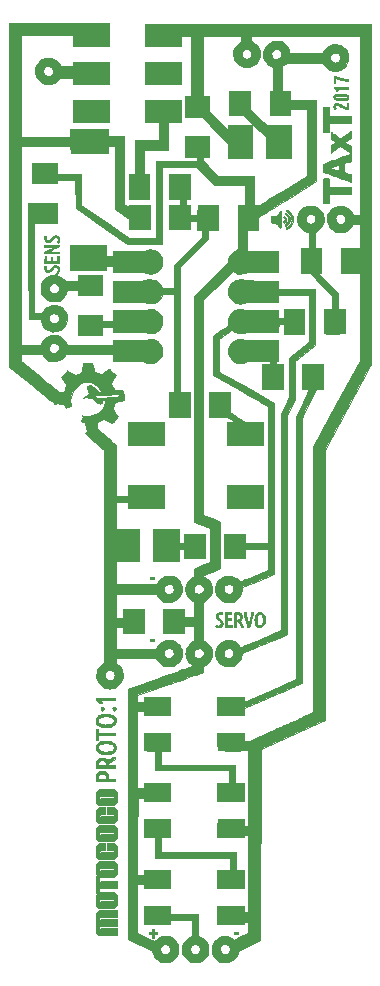
<source format=gbr>
G04 #@! TF.FileFunction,Soldermask,Top*
%FSLAX46Y46*%
G04 Gerber Fmt 4.6, Leading zero omitted, Abs format (unit mm)*
G04 Created by KiCad (PCBNEW 4.0.2+dfsg1-stable) date ti 10. lokakuuta 2017 01.44.29*
%MOMM*%
G01*
G04 APERTURE LIST*
%ADD10C,0.100000*%
%ADD11C,0.010000*%
G04 APERTURE END LIST*
D10*
D11*
G36*
X41702883Y-19260934D02*
X41916387Y-19314338D01*
X42109863Y-19403450D01*
X42280229Y-19525184D01*
X42424400Y-19676455D01*
X42539293Y-19854176D01*
X42621825Y-20055261D01*
X42660616Y-20219459D01*
X42673918Y-20298834D01*
X44064667Y-20298755D01*
X45455417Y-20298677D01*
X45529202Y-20155880D01*
X45616317Y-20019647D01*
X45730642Y-19887972D01*
X45859897Y-19773362D01*
X45984586Y-19692074D01*
X46183002Y-19608976D01*
X46383712Y-19564903D01*
X46582744Y-19557512D01*
X46776123Y-19584463D01*
X46959877Y-19643416D01*
X47130032Y-19732029D01*
X47282617Y-19847962D01*
X47413657Y-19988873D01*
X47519179Y-20152422D01*
X47595210Y-20336269D01*
X47637778Y-20538072D01*
X47645620Y-20670700D01*
X47626447Y-20891581D01*
X47569236Y-21096753D01*
X47476394Y-21283010D01*
X47350330Y-21447146D01*
X47193450Y-21585954D01*
X47008161Y-21696228D01*
X46822116Y-21767537D01*
X46708979Y-21789897D01*
X46572593Y-21800124D01*
X46430271Y-21798207D01*
X46299325Y-21784137D01*
X46226550Y-21767898D01*
X46045776Y-21696472D01*
X45875669Y-21594353D01*
X45724770Y-21468299D01*
X45601626Y-21325066D01*
X45539976Y-21224925D01*
X45476583Y-21103267D01*
X42411807Y-21103167D01*
X42313183Y-21195417D01*
X42243494Y-21255148D01*
X42169133Y-21310668D01*
X42125943Y-21338292D01*
X42037326Y-21388917D01*
X42037163Y-22441959D01*
X42037000Y-23495000D01*
X42714333Y-23495000D01*
X42714333Y-24257000D01*
X44936833Y-24257000D01*
X44936833Y-31152306D01*
X42507958Y-32639678D01*
X42214150Y-32819665D01*
X41929970Y-32993884D01*
X41657544Y-33161026D01*
X41399000Y-33319781D01*
X41156465Y-33468837D01*
X40932066Y-33606884D01*
X40727930Y-33732611D01*
X40546184Y-33844709D01*
X40388956Y-33941866D01*
X40258372Y-34022773D01*
X40156560Y-34086118D01*
X40085647Y-34130592D01*
X40047760Y-34154883D01*
X40042042Y-34158889D01*
X40030491Y-34172209D01*
X40021603Y-34193264D01*
X40015034Y-34227203D01*
X40010443Y-34279178D01*
X40007488Y-34354338D01*
X40005825Y-34457833D01*
X40005115Y-34594815D01*
X40005000Y-34716614D01*
X40005000Y-35242500D01*
X39073667Y-35242500D01*
X39073667Y-37041667D01*
X41719500Y-37041667D01*
X41719500Y-38840834D01*
X40371516Y-38840834D01*
X40099225Y-38840868D01*
X39865995Y-38841035D01*
X39668557Y-38841435D01*
X39503638Y-38842166D01*
X39367968Y-38843326D01*
X39258275Y-38845015D01*
X39171288Y-38847330D01*
X39103736Y-38850370D01*
X39052348Y-38854234D01*
X39013852Y-38859020D01*
X38984977Y-38864827D01*
X38962453Y-38871753D01*
X38943007Y-38879898D01*
X38934051Y-38884150D01*
X38868160Y-38909961D01*
X38779026Y-38937095D01*
X38685171Y-38959956D01*
X38678925Y-38961247D01*
X38496532Y-38982201D01*
X38320968Y-38967246D01*
X38143638Y-38915088D01*
X38028412Y-38863182D01*
X37861573Y-38779024D01*
X37549274Y-39079804D01*
X37475781Y-39150603D01*
X37375720Y-39247020D01*
X37252998Y-39365288D01*
X37111524Y-39501642D01*
X36955203Y-39652316D01*
X36787944Y-39813544D01*
X36613653Y-39981560D01*
X36436238Y-40152597D01*
X36303918Y-40280167D01*
X35370860Y-41179750D01*
X35369500Y-59428012D01*
X36062708Y-59704908D01*
X36755917Y-59981805D01*
X36761317Y-61948887D01*
X36766717Y-63915970D01*
X36068108Y-64208080D01*
X35884338Y-64285051D01*
X35735918Y-64347701D01*
X35619085Y-64397904D01*
X35530077Y-64437531D01*
X35465130Y-64468457D01*
X35420481Y-64492553D01*
X35392366Y-64511693D01*
X35377024Y-64527749D01*
X35370690Y-64542594D01*
X35369578Y-64555720D01*
X35375276Y-64588016D01*
X35397511Y-64616442D01*
X35444149Y-64648211D01*
X35508442Y-64683015D01*
X35675043Y-64792183D01*
X35820910Y-64933796D01*
X35941364Y-65101129D01*
X36031725Y-65287457D01*
X36087316Y-65486054D01*
X36093455Y-65523876D01*
X36101925Y-65725059D01*
X36072261Y-65930761D01*
X36006136Y-66131101D01*
X35981480Y-66184555D01*
X35905186Y-66307831D01*
X35800637Y-66433054D01*
X35679576Y-66548297D01*
X35553743Y-66641638D01*
X35501792Y-66671705D01*
X35369500Y-66740983D01*
X35369778Y-68396033D01*
X35370056Y-70051084D01*
X35500493Y-70113737D01*
X35655928Y-70210411D01*
X35796760Y-70340850D01*
X35917233Y-70497424D01*
X36011592Y-70672498D01*
X36074080Y-70858442D01*
X36079158Y-70881095D01*
X36101670Y-71010937D01*
X36107705Y-71123859D01*
X36097232Y-71240159D01*
X36078433Y-71342250D01*
X36021236Y-71526176D01*
X35931768Y-71700968D01*
X35815911Y-71858837D01*
X35679546Y-71991991D01*
X35528556Y-72092640D01*
X35501896Y-72105939D01*
X35371625Y-72167750D01*
X35370562Y-72434688D01*
X35369500Y-72701625D01*
X35258375Y-72743342D01*
X35225156Y-72755397D01*
X35154465Y-72780720D01*
X35048734Y-72818447D01*
X34910395Y-72867714D01*
X34741883Y-72927657D01*
X34545628Y-72997413D01*
X34324063Y-73076117D01*
X34079622Y-73162905D01*
X33814736Y-73256913D01*
X33531839Y-73357278D01*
X33233362Y-73463135D01*
X32921738Y-73573620D01*
X32599400Y-73687869D01*
X32464375Y-73735717D01*
X29781500Y-74686376D01*
X29781500Y-75205167D01*
X30353000Y-75205167D01*
X30353000Y-74803000D01*
X32575500Y-74803000D01*
X32575500Y-76305834D01*
X30353000Y-76305834D01*
X30353000Y-76009500D01*
X29781500Y-76009500D01*
X29781500Y-82550000D01*
X30351467Y-82550000D01*
X30363583Y-82137250D01*
X31469542Y-82131770D01*
X32575500Y-82126289D01*
X32575500Y-83650667D01*
X30353000Y-83650667D01*
X30353000Y-83331938D01*
X30072542Y-83337844D01*
X29792083Y-83343750D01*
X29786725Y-86608709D01*
X29781366Y-89873667D01*
X30353000Y-89873667D01*
X30353000Y-89471500D01*
X32575500Y-89471500D01*
X32575500Y-90995878D01*
X31469542Y-90990397D01*
X30363583Y-90984917D01*
X30357364Y-90831459D01*
X30351145Y-90678000D01*
X29781500Y-90678000D01*
X29781500Y-94838760D01*
X31216166Y-95499792D01*
X31353227Y-95366059D01*
X31520423Y-95229880D01*
X31700846Y-95131097D01*
X31890033Y-95068642D01*
X32083523Y-95041449D01*
X32276854Y-95048454D01*
X32465564Y-95088590D01*
X32645190Y-95160791D01*
X32811271Y-95263991D01*
X32959345Y-95397124D01*
X33084949Y-95559125D01*
X33183621Y-95748928D01*
X33206469Y-95808757D01*
X33243387Y-95953685D01*
X33261146Y-96115188D01*
X33259361Y-96277543D01*
X33237647Y-96425028D01*
X33222854Y-96477667D01*
X33132350Y-96688979D01*
X33011934Y-96872093D01*
X32864159Y-97024972D01*
X32691574Y-97145579D01*
X32496731Y-97231878D01*
X32282180Y-97281832D01*
X32205083Y-97290184D01*
X32108395Y-97292424D01*
X32004626Y-97287003D01*
X31956941Y-97281304D01*
X31760904Y-97230484D01*
X31577343Y-97143521D01*
X31411534Y-97025273D01*
X31268756Y-96880599D01*
X31154286Y-96714357D01*
X31073400Y-96531407D01*
X31049591Y-96445917D01*
X31032859Y-96378941D01*
X31017348Y-96326756D01*
X31011163Y-96310708D01*
X30989723Y-96296443D01*
X30933396Y-96266358D01*
X30845811Y-96222207D01*
X30820671Y-96209887D01*
X31722118Y-96209887D01*
X31749099Y-96324913D01*
X31808161Y-96428280D01*
X31898140Y-96512147D01*
X31944062Y-96539261D01*
X32052536Y-96574837D01*
X32169981Y-96581329D01*
X32282161Y-96559584D01*
X32370400Y-96513916D01*
X32463447Y-96428177D01*
X32520533Y-96336317D01*
X32547785Y-96227649D01*
X32550432Y-96199771D01*
X32541770Y-96069888D01*
X32500009Y-95957863D01*
X32431405Y-95866594D01*
X32342211Y-95798976D01*
X32238681Y-95757905D01*
X32127071Y-95746276D01*
X32013633Y-95766986D01*
X31904622Y-95822931D01*
X31845285Y-95873267D01*
X31769048Y-95976223D01*
X31728380Y-96091043D01*
X31722118Y-96209887D01*
X30820671Y-96209887D01*
X30730593Y-96165744D01*
X30591371Y-96098723D01*
X30431770Y-96022898D01*
X30255418Y-95940024D01*
X30065942Y-95851854D01*
X29987045Y-95815384D01*
X28977125Y-95349435D01*
X28982437Y-84733419D01*
X28987750Y-74117402D01*
X31601833Y-73190750D01*
X31924583Y-73076331D01*
X32238222Y-72965124D01*
X32540229Y-72858023D01*
X32828082Y-72755924D01*
X33099259Y-72659722D01*
X33351240Y-72570311D01*
X33581504Y-72488586D01*
X33787528Y-72415442D01*
X33966791Y-72351775D01*
X34116773Y-72298479D01*
X34234951Y-72256449D01*
X34318804Y-72226580D01*
X34365811Y-72209766D01*
X34370803Y-72207964D01*
X34525690Y-72151830D01*
X34423720Y-72093353D01*
X34249980Y-71969936D01*
X34100755Y-71815342D01*
X33981495Y-71636192D01*
X33905939Y-71464302D01*
X33868320Y-71305448D01*
X33854165Y-71128111D01*
X33857880Y-71056640D01*
X34560401Y-71056640D01*
X34562397Y-71174827D01*
X34601293Y-71292778D01*
X34613838Y-71315750D01*
X34695242Y-71416067D01*
X34799019Y-71485317D01*
X34916922Y-71521318D01*
X35040701Y-71521890D01*
X35162110Y-71484853D01*
X35192453Y-71468688D01*
X35291122Y-71387464D01*
X35360095Y-71280936D01*
X35394070Y-71158345D01*
X35396714Y-71112485D01*
X35383791Y-70999882D01*
X35341197Y-70903964D01*
X35263194Y-70811985D01*
X35260181Y-70809090D01*
X35174084Y-70742356D01*
X35081826Y-70706934D01*
X34969284Y-70696667D01*
X34844483Y-70715533D01*
X34737347Y-70767663D01*
X34651723Y-70846358D01*
X34591459Y-70944917D01*
X34560401Y-71056640D01*
X33857880Y-71056640D01*
X33863474Y-70949044D01*
X33896248Y-70785000D01*
X33905939Y-70754532D01*
X33995976Y-70555684D01*
X34120880Y-70378909D01*
X34277190Y-70228310D01*
X34443207Y-70117802D01*
X34564664Y-70051084D01*
X34564915Y-69431959D01*
X34565167Y-68812834D01*
X33718500Y-68812834D01*
X33718500Y-69405500D01*
X31961667Y-69405500D01*
X31961667Y-67331167D01*
X33718500Y-67331167D01*
X33718500Y-68008500D01*
X34565167Y-68008500D01*
X34565116Y-67368209D01*
X34565066Y-66727917D01*
X34443408Y-66665224D01*
X34309931Y-66578584D01*
X34180109Y-66462104D01*
X34065229Y-66327581D01*
X33976578Y-66186814D01*
X33966769Y-66167000D01*
X33890159Y-65970765D01*
X33852497Y-65780476D01*
X33852838Y-65623560D01*
X34556167Y-65623560D01*
X34558635Y-65737814D01*
X34563400Y-65758274D01*
X34616761Y-65885895D01*
X34696842Y-65984808D01*
X34797643Y-66052463D01*
X34913161Y-66086308D01*
X35037397Y-66083793D01*
X35164350Y-66042366D01*
X35194312Y-66026489D01*
X35287832Y-65951284D01*
X35354299Y-65853341D01*
X35391252Y-65741955D01*
X35396226Y-65626424D01*
X35366759Y-65516045D01*
X35341607Y-65470532D01*
X35287646Y-65402851D01*
X35222959Y-65339467D01*
X35207939Y-65327338D01*
X35160330Y-65294986D01*
X35114317Y-65276854D01*
X35054730Y-65268987D01*
X34978013Y-65267417D01*
X34889371Y-65270137D01*
X34827681Y-65280579D01*
X34777780Y-65302170D01*
X34752207Y-65318425D01*
X34656809Y-65404884D01*
X34590177Y-65509590D01*
X34556167Y-65623560D01*
X33852838Y-65623560D01*
X33852916Y-65587694D01*
X33887523Y-65395630D01*
X33959666Y-65194010D01*
X34066193Y-65012208D01*
X34203286Y-64855162D01*
X34367129Y-64727816D01*
X34432913Y-64689668D01*
X34564101Y-64619919D01*
X34569926Y-64290956D01*
X34575750Y-63961993D01*
X35269104Y-63672846D01*
X35962459Y-63383700D01*
X35951583Y-60526084D01*
X35263667Y-60250917D01*
X34575750Y-59975750D01*
X34571541Y-50408417D01*
X34567333Y-40841084D01*
X36016166Y-39444303D01*
X37465000Y-38047523D01*
X37465000Y-37940626D01*
X37485478Y-37748744D01*
X37544161Y-37563422D01*
X37636918Y-37391166D01*
X37759622Y-37238486D01*
X37908142Y-37111890D01*
X38039305Y-37035414D01*
X38117113Y-36998922D01*
X38183587Y-36968990D01*
X38226777Y-36950967D01*
X38232292Y-36949026D01*
X38238697Y-36945169D01*
X38244321Y-36936235D01*
X38249214Y-36919630D01*
X38253427Y-36892763D01*
X38257009Y-36853041D01*
X38260012Y-36797873D01*
X38262487Y-36724665D01*
X38264483Y-36630825D01*
X38266052Y-36513761D01*
X38267245Y-36370881D01*
X38268111Y-36199591D01*
X38268702Y-35997301D01*
X38269069Y-35761417D01*
X38269261Y-35489348D01*
X38269329Y-35178500D01*
X38269333Y-35052664D01*
X38269333Y-33168167D01*
X38904333Y-33168167D01*
X38904333Y-31474834D01*
X37597181Y-31474833D01*
X36290029Y-31474833D01*
X35528250Y-30712833D01*
X34766470Y-29950833D01*
X33300568Y-29950833D01*
X31834667Y-29950834D01*
X31834667Y-36427834D01*
X30368875Y-36427387D01*
X28903083Y-36426941D01*
X26722917Y-34938652D01*
X24542750Y-33450363D01*
X24531814Y-31072667D01*
X22946779Y-31072667D01*
X22940431Y-31194375D01*
X22934083Y-31316084D01*
X20870333Y-31327070D01*
X20870333Y-29569431D01*
X22934083Y-29580417D01*
X22945413Y-30577467D01*
X23994191Y-30568365D01*
X25042970Y-30559262D01*
X25036277Y-31867174D01*
X25029583Y-33175086D01*
X27040417Y-34547221D01*
X29051250Y-35919355D01*
X30188891Y-35919594D01*
X31326531Y-35919834D01*
X31331891Y-32686625D01*
X31337250Y-29453417D01*
X33067625Y-29448001D01*
X34798000Y-29442586D01*
X34798000Y-29061834D01*
X33803167Y-29061834D01*
X33803167Y-27326167D01*
X35877500Y-27326167D01*
X35877500Y-29061834D01*
X35306000Y-29061834D01*
X35306000Y-29347835D01*
X35967582Y-30009168D01*
X36629165Y-30670500D01*
X39687500Y-30670500D01*
X39687500Y-33168167D01*
X39844698Y-33168167D01*
X39930710Y-33170272D01*
X39981846Y-33177498D01*
X40005397Y-33191209D01*
X40008739Y-33198869D01*
X40025217Y-33194811D01*
X40072488Y-33171275D01*
X40151044Y-33127966D01*
X40261375Y-33064592D01*
X40403974Y-32980861D01*
X40579332Y-32876478D01*
X40787940Y-32751152D01*
X41030289Y-32604588D01*
X41306871Y-32436495D01*
X41618177Y-32246578D01*
X41964699Y-32034546D01*
X42079333Y-31964289D01*
X44143083Y-30699008D01*
X44143083Y-25071917D01*
X43428708Y-25066344D01*
X42714333Y-25060770D01*
X42714333Y-25569334D01*
X40978667Y-25569334D01*
X40978667Y-23495000D01*
X41232667Y-23495000D01*
X41232541Y-21473584D01*
X41061336Y-21393004D01*
X40880475Y-21285676D01*
X40724930Y-21148480D01*
X40597598Y-20986714D01*
X40501375Y-20805677D01*
X40439158Y-20610669D01*
X40413845Y-20406990D01*
X40415405Y-20379491D01*
X41126833Y-20379491D01*
X41145679Y-20505872D01*
X41197856Y-20614475D01*
X41276829Y-20701255D01*
X41376060Y-20762169D01*
X41489010Y-20793172D01*
X41609144Y-20790222D01*
X41727013Y-20750759D01*
X41836361Y-20675108D01*
X41856015Y-20648881D01*
X46106140Y-20648881D01*
X46113427Y-20760097D01*
X46155095Y-20870286D01*
X46224253Y-20969006D01*
X46314011Y-21045812D01*
X46392917Y-21083478D01*
X46491785Y-21097916D01*
X46603531Y-21087654D01*
X46709030Y-21055706D01*
X46764970Y-21024894D01*
X46827756Y-20968001D01*
X46884791Y-20896045D01*
X46900250Y-20870334D01*
X46939084Y-20756172D01*
X46941845Y-20635829D01*
X46911480Y-20518906D01*
X46850936Y-20415001D01*
X46763160Y-20333714D01*
X46729416Y-20313848D01*
X46604730Y-20270736D01*
X46480869Y-20266048D01*
X46364380Y-20296266D01*
X46261812Y-20357870D01*
X46179712Y-20447340D01*
X46124628Y-20561156D01*
X46106140Y-20648881D01*
X41856015Y-20648881D01*
X41910208Y-20576566D01*
X41948888Y-20454574D01*
X41955357Y-20368315D01*
X41935888Y-20242010D01*
X41881421Y-20132159D01*
X41797867Y-20044689D01*
X41691138Y-19985523D01*
X41567144Y-19960589D01*
X41548215Y-19960167D01*
X41434304Y-19970737D01*
X41341992Y-20006610D01*
X41256601Y-20072590D01*
X41177861Y-20169298D01*
X41136186Y-20279093D01*
X41126833Y-20379491D01*
X40415405Y-20379491D01*
X40424045Y-20227209D01*
X40473424Y-20022325D01*
X40557690Y-19834479D01*
X40672512Y-19666945D01*
X40813560Y-19522995D01*
X40976502Y-19405900D01*
X41157009Y-19318934D01*
X41350749Y-19265368D01*
X41553392Y-19248475D01*
X41702883Y-19260934D01*
X41702883Y-19260934D01*
G37*
X41702883Y-19260934D02*
X41916387Y-19314338D01*
X42109863Y-19403450D01*
X42280229Y-19525184D01*
X42424400Y-19676455D01*
X42539293Y-19854176D01*
X42621825Y-20055261D01*
X42660616Y-20219459D01*
X42673918Y-20298834D01*
X44064667Y-20298755D01*
X45455417Y-20298677D01*
X45529202Y-20155880D01*
X45616317Y-20019647D01*
X45730642Y-19887972D01*
X45859897Y-19773362D01*
X45984586Y-19692074D01*
X46183002Y-19608976D01*
X46383712Y-19564903D01*
X46582744Y-19557512D01*
X46776123Y-19584463D01*
X46959877Y-19643416D01*
X47130032Y-19732029D01*
X47282617Y-19847962D01*
X47413657Y-19988873D01*
X47519179Y-20152422D01*
X47595210Y-20336269D01*
X47637778Y-20538072D01*
X47645620Y-20670700D01*
X47626447Y-20891581D01*
X47569236Y-21096753D01*
X47476394Y-21283010D01*
X47350330Y-21447146D01*
X47193450Y-21585954D01*
X47008161Y-21696228D01*
X46822116Y-21767537D01*
X46708979Y-21789897D01*
X46572593Y-21800124D01*
X46430271Y-21798207D01*
X46299325Y-21784137D01*
X46226550Y-21767898D01*
X46045776Y-21696472D01*
X45875669Y-21594353D01*
X45724770Y-21468299D01*
X45601626Y-21325066D01*
X45539976Y-21224925D01*
X45476583Y-21103267D01*
X42411807Y-21103167D01*
X42313183Y-21195417D01*
X42243494Y-21255148D01*
X42169133Y-21310668D01*
X42125943Y-21338292D01*
X42037326Y-21388917D01*
X42037163Y-22441959D01*
X42037000Y-23495000D01*
X42714333Y-23495000D01*
X42714333Y-24257000D01*
X44936833Y-24257000D01*
X44936833Y-31152306D01*
X42507958Y-32639678D01*
X42214150Y-32819665D01*
X41929970Y-32993884D01*
X41657544Y-33161026D01*
X41399000Y-33319781D01*
X41156465Y-33468837D01*
X40932066Y-33606884D01*
X40727930Y-33732611D01*
X40546184Y-33844709D01*
X40388956Y-33941866D01*
X40258372Y-34022773D01*
X40156560Y-34086118D01*
X40085647Y-34130592D01*
X40047760Y-34154883D01*
X40042042Y-34158889D01*
X40030491Y-34172209D01*
X40021603Y-34193264D01*
X40015034Y-34227203D01*
X40010443Y-34279178D01*
X40007488Y-34354338D01*
X40005825Y-34457833D01*
X40005115Y-34594815D01*
X40005000Y-34716614D01*
X40005000Y-35242500D01*
X39073667Y-35242500D01*
X39073667Y-37041667D01*
X41719500Y-37041667D01*
X41719500Y-38840834D01*
X40371516Y-38840834D01*
X40099225Y-38840868D01*
X39865995Y-38841035D01*
X39668557Y-38841435D01*
X39503638Y-38842166D01*
X39367968Y-38843326D01*
X39258275Y-38845015D01*
X39171288Y-38847330D01*
X39103736Y-38850370D01*
X39052348Y-38854234D01*
X39013852Y-38859020D01*
X38984977Y-38864827D01*
X38962453Y-38871753D01*
X38943007Y-38879898D01*
X38934051Y-38884150D01*
X38868160Y-38909961D01*
X38779026Y-38937095D01*
X38685171Y-38959956D01*
X38678925Y-38961247D01*
X38496532Y-38982201D01*
X38320968Y-38967246D01*
X38143638Y-38915088D01*
X38028412Y-38863182D01*
X37861573Y-38779024D01*
X37549274Y-39079804D01*
X37475781Y-39150603D01*
X37375720Y-39247020D01*
X37252998Y-39365288D01*
X37111524Y-39501642D01*
X36955203Y-39652316D01*
X36787944Y-39813544D01*
X36613653Y-39981560D01*
X36436238Y-40152597D01*
X36303918Y-40280167D01*
X35370860Y-41179750D01*
X35369500Y-59428012D01*
X36062708Y-59704908D01*
X36755917Y-59981805D01*
X36761317Y-61948887D01*
X36766717Y-63915970D01*
X36068108Y-64208080D01*
X35884338Y-64285051D01*
X35735918Y-64347701D01*
X35619085Y-64397904D01*
X35530077Y-64437531D01*
X35465130Y-64468457D01*
X35420481Y-64492553D01*
X35392366Y-64511693D01*
X35377024Y-64527749D01*
X35370690Y-64542594D01*
X35369578Y-64555720D01*
X35375276Y-64588016D01*
X35397511Y-64616442D01*
X35444149Y-64648211D01*
X35508442Y-64683015D01*
X35675043Y-64792183D01*
X35820910Y-64933796D01*
X35941364Y-65101129D01*
X36031725Y-65287457D01*
X36087316Y-65486054D01*
X36093455Y-65523876D01*
X36101925Y-65725059D01*
X36072261Y-65930761D01*
X36006136Y-66131101D01*
X35981480Y-66184555D01*
X35905186Y-66307831D01*
X35800637Y-66433054D01*
X35679576Y-66548297D01*
X35553743Y-66641638D01*
X35501792Y-66671705D01*
X35369500Y-66740983D01*
X35369778Y-68396033D01*
X35370056Y-70051084D01*
X35500493Y-70113737D01*
X35655928Y-70210411D01*
X35796760Y-70340850D01*
X35917233Y-70497424D01*
X36011592Y-70672498D01*
X36074080Y-70858442D01*
X36079158Y-70881095D01*
X36101670Y-71010937D01*
X36107705Y-71123859D01*
X36097232Y-71240159D01*
X36078433Y-71342250D01*
X36021236Y-71526176D01*
X35931768Y-71700968D01*
X35815911Y-71858837D01*
X35679546Y-71991991D01*
X35528556Y-72092640D01*
X35501896Y-72105939D01*
X35371625Y-72167750D01*
X35370562Y-72434688D01*
X35369500Y-72701625D01*
X35258375Y-72743342D01*
X35225156Y-72755397D01*
X35154465Y-72780720D01*
X35048734Y-72818447D01*
X34910395Y-72867714D01*
X34741883Y-72927657D01*
X34545628Y-72997413D01*
X34324063Y-73076117D01*
X34079622Y-73162905D01*
X33814736Y-73256913D01*
X33531839Y-73357278D01*
X33233362Y-73463135D01*
X32921738Y-73573620D01*
X32599400Y-73687869D01*
X32464375Y-73735717D01*
X29781500Y-74686376D01*
X29781500Y-75205167D01*
X30353000Y-75205167D01*
X30353000Y-74803000D01*
X32575500Y-74803000D01*
X32575500Y-76305834D01*
X30353000Y-76305834D01*
X30353000Y-76009500D01*
X29781500Y-76009500D01*
X29781500Y-82550000D01*
X30351467Y-82550000D01*
X30363583Y-82137250D01*
X31469542Y-82131770D01*
X32575500Y-82126289D01*
X32575500Y-83650667D01*
X30353000Y-83650667D01*
X30353000Y-83331938D01*
X30072542Y-83337844D01*
X29792083Y-83343750D01*
X29786725Y-86608709D01*
X29781366Y-89873667D01*
X30353000Y-89873667D01*
X30353000Y-89471500D01*
X32575500Y-89471500D01*
X32575500Y-90995878D01*
X31469542Y-90990397D01*
X30363583Y-90984917D01*
X30357364Y-90831459D01*
X30351145Y-90678000D01*
X29781500Y-90678000D01*
X29781500Y-94838760D01*
X31216166Y-95499792D01*
X31353227Y-95366059D01*
X31520423Y-95229880D01*
X31700846Y-95131097D01*
X31890033Y-95068642D01*
X32083523Y-95041449D01*
X32276854Y-95048454D01*
X32465564Y-95088590D01*
X32645190Y-95160791D01*
X32811271Y-95263991D01*
X32959345Y-95397124D01*
X33084949Y-95559125D01*
X33183621Y-95748928D01*
X33206469Y-95808757D01*
X33243387Y-95953685D01*
X33261146Y-96115188D01*
X33259361Y-96277543D01*
X33237647Y-96425028D01*
X33222854Y-96477667D01*
X33132350Y-96688979D01*
X33011934Y-96872093D01*
X32864159Y-97024972D01*
X32691574Y-97145579D01*
X32496731Y-97231878D01*
X32282180Y-97281832D01*
X32205083Y-97290184D01*
X32108395Y-97292424D01*
X32004626Y-97287003D01*
X31956941Y-97281304D01*
X31760904Y-97230484D01*
X31577343Y-97143521D01*
X31411534Y-97025273D01*
X31268756Y-96880599D01*
X31154286Y-96714357D01*
X31073400Y-96531407D01*
X31049591Y-96445917D01*
X31032859Y-96378941D01*
X31017348Y-96326756D01*
X31011163Y-96310708D01*
X30989723Y-96296443D01*
X30933396Y-96266358D01*
X30845811Y-96222207D01*
X30820671Y-96209887D01*
X31722118Y-96209887D01*
X31749099Y-96324913D01*
X31808161Y-96428280D01*
X31898140Y-96512147D01*
X31944062Y-96539261D01*
X32052536Y-96574837D01*
X32169981Y-96581329D01*
X32282161Y-96559584D01*
X32370400Y-96513916D01*
X32463447Y-96428177D01*
X32520533Y-96336317D01*
X32547785Y-96227649D01*
X32550432Y-96199771D01*
X32541770Y-96069888D01*
X32500009Y-95957863D01*
X32431405Y-95866594D01*
X32342211Y-95798976D01*
X32238681Y-95757905D01*
X32127071Y-95746276D01*
X32013633Y-95766986D01*
X31904622Y-95822931D01*
X31845285Y-95873267D01*
X31769048Y-95976223D01*
X31728380Y-96091043D01*
X31722118Y-96209887D01*
X30820671Y-96209887D01*
X30730593Y-96165744D01*
X30591371Y-96098723D01*
X30431770Y-96022898D01*
X30255418Y-95940024D01*
X30065942Y-95851854D01*
X29987045Y-95815384D01*
X28977125Y-95349435D01*
X28982437Y-84733419D01*
X28987750Y-74117402D01*
X31601833Y-73190750D01*
X31924583Y-73076331D01*
X32238222Y-72965124D01*
X32540229Y-72858023D01*
X32828082Y-72755924D01*
X33099259Y-72659722D01*
X33351240Y-72570311D01*
X33581504Y-72488586D01*
X33787528Y-72415442D01*
X33966791Y-72351775D01*
X34116773Y-72298479D01*
X34234951Y-72256449D01*
X34318804Y-72226580D01*
X34365811Y-72209766D01*
X34370803Y-72207964D01*
X34525690Y-72151830D01*
X34423720Y-72093353D01*
X34249980Y-71969936D01*
X34100755Y-71815342D01*
X33981495Y-71636192D01*
X33905939Y-71464302D01*
X33868320Y-71305448D01*
X33854165Y-71128111D01*
X33857880Y-71056640D01*
X34560401Y-71056640D01*
X34562397Y-71174827D01*
X34601293Y-71292778D01*
X34613838Y-71315750D01*
X34695242Y-71416067D01*
X34799019Y-71485317D01*
X34916922Y-71521318D01*
X35040701Y-71521890D01*
X35162110Y-71484853D01*
X35192453Y-71468688D01*
X35291122Y-71387464D01*
X35360095Y-71280936D01*
X35394070Y-71158345D01*
X35396714Y-71112485D01*
X35383791Y-70999882D01*
X35341197Y-70903964D01*
X35263194Y-70811985D01*
X35260181Y-70809090D01*
X35174084Y-70742356D01*
X35081826Y-70706934D01*
X34969284Y-70696667D01*
X34844483Y-70715533D01*
X34737347Y-70767663D01*
X34651723Y-70846358D01*
X34591459Y-70944917D01*
X34560401Y-71056640D01*
X33857880Y-71056640D01*
X33863474Y-70949044D01*
X33896248Y-70785000D01*
X33905939Y-70754532D01*
X33995976Y-70555684D01*
X34120880Y-70378909D01*
X34277190Y-70228310D01*
X34443207Y-70117802D01*
X34564664Y-70051084D01*
X34564915Y-69431959D01*
X34565167Y-68812834D01*
X33718500Y-68812834D01*
X33718500Y-69405500D01*
X31961667Y-69405500D01*
X31961667Y-67331167D01*
X33718500Y-67331167D01*
X33718500Y-68008500D01*
X34565167Y-68008500D01*
X34565116Y-67368209D01*
X34565066Y-66727917D01*
X34443408Y-66665224D01*
X34309931Y-66578584D01*
X34180109Y-66462104D01*
X34065229Y-66327581D01*
X33976578Y-66186814D01*
X33966769Y-66167000D01*
X33890159Y-65970765D01*
X33852497Y-65780476D01*
X33852838Y-65623560D01*
X34556167Y-65623560D01*
X34558635Y-65737814D01*
X34563400Y-65758274D01*
X34616761Y-65885895D01*
X34696842Y-65984808D01*
X34797643Y-66052463D01*
X34913161Y-66086308D01*
X35037397Y-66083793D01*
X35164350Y-66042366D01*
X35194312Y-66026489D01*
X35287832Y-65951284D01*
X35354299Y-65853341D01*
X35391252Y-65741955D01*
X35396226Y-65626424D01*
X35366759Y-65516045D01*
X35341607Y-65470532D01*
X35287646Y-65402851D01*
X35222959Y-65339467D01*
X35207939Y-65327338D01*
X35160330Y-65294986D01*
X35114317Y-65276854D01*
X35054730Y-65268987D01*
X34978013Y-65267417D01*
X34889371Y-65270137D01*
X34827681Y-65280579D01*
X34777780Y-65302170D01*
X34752207Y-65318425D01*
X34656809Y-65404884D01*
X34590177Y-65509590D01*
X34556167Y-65623560D01*
X33852838Y-65623560D01*
X33852916Y-65587694D01*
X33887523Y-65395630D01*
X33959666Y-65194010D01*
X34066193Y-65012208D01*
X34203286Y-64855162D01*
X34367129Y-64727816D01*
X34432913Y-64689668D01*
X34564101Y-64619919D01*
X34569926Y-64290956D01*
X34575750Y-63961993D01*
X35269104Y-63672846D01*
X35962459Y-63383700D01*
X35951583Y-60526084D01*
X35263667Y-60250917D01*
X34575750Y-59975750D01*
X34571541Y-50408417D01*
X34567333Y-40841084D01*
X36016166Y-39444303D01*
X37465000Y-38047523D01*
X37465000Y-37940626D01*
X37485478Y-37748744D01*
X37544161Y-37563422D01*
X37636918Y-37391166D01*
X37759622Y-37238486D01*
X37908142Y-37111890D01*
X38039305Y-37035414D01*
X38117113Y-36998922D01*
X38183587Y-36968990D01*
X38226777Y-36950967D01*
X38232292Y-36949026D01*
X38238697Y-36945169D01*
X38244321Y-36936235D01*
X38249214Y-36919630D01*
X38253427Y-36892763D01*
X38257009Y-36853041D01*
X38260012Y-36797873D01*
X38262487Y-36724665D01*
X38264483Y-36630825D01*
X38266052Y-36513761D01*
X38267245Y-36370881D01*
X38268111Y-36199591D01*
X38268702Y-35997301D01*
X38269069Y-35761417D01*
X38269261Y-35489348D01*
X38269329Y-35178500D01*
X38269333Y-35052664D01*
X38269333Y-33168167D01*
X38904333Y-33168167D01*
X38904333Y-31474834D01*
X37597181Y-31474833D01*
X36290029Y-31474833D01*
X35528250Y-30712833D01*
X34766470Y-29950833D01*
X33300568Y-29950833D01*
X31834667Y-29950834D01*
X31834667Y-36427834D01*
X30368875Y-36427387D01*
X28903083Y-36426941D01*
X26722917Y-34938652D01*
X24542750Y-33450363D01*
X24531814Y-31072667D01*
X22946779Y-31072667D01*
X22940431Y-31194375D01*
X22934083Y-31316084D01*
X20870333Y-31327070D01*
X20870333Y-29569431D01*
X22934083Y-29580417D01*
X22945413Y-30577467D01*
X23994191Y-30568365D01*
X25042970Y-30559262D01*
X25036277Y-31867174D01*
X25029583Y-33175086D01*
X27040417Y-34547221D01*
X29051250Y-35919355D01*
X30188891Y-35919594D01*
X31326531Y-35919834D01*
X31331891Y-32686625D01*
X31337250Y-29453417D01*
X33067625Y-29448001D01*
X34798000Y-29442586D01*
X34798000Y-29061834D01*
X33803167Y-29061834D01*
X33803167Y-27326167D01*
X35877500Y-27326167D01*
X35877500Y-29061834D01*
X35306000Y-29061834D01*
X35306000Y-29347835D01*
X35967582Y-30009168D01*
X36629165Y-30670500D01*
X39687500Y-30670500D01*
X39687500Y-33168167D01*
X39844698Y-33168167D01*
X39930710Y-33170272D01*
X39981846Y-33177498D01*
X40005397Y-33191209D01*
X40008739Y-33198869D01*
X40025217Y-33194811D01*
X40072488Y-33171275D01*
X40151044Y-33127966D01*
X40261375Y-33064592D01*
X40403974Y-32980861D01*
X40579332Y-32876478D01*
X40787940Y-32751152D01*
X41030289Y-32604588D01*
X41306871Y-32436495D01*
X41618177Y-32246578D01*
X41964699Y-32034546D01*
X42079333Y-31964289D01*
X44143083Y-30699008D01*
X44143083Y-25071917D01*
X43428708Y-25066344D01*
X42714333Y-25060770D01*
X42714333Y-25569334D01*
X40978667Y-25569334D01*
X40978667Y-23495000D01*
X41232667Y-23495000D01*
X41232541Y-21473584D01*
X41061336Y-21393004D01*
X40880475Y-21285676D01*
X40724930Y-21148480D01*
X40597598Y-20986714D01*
X40501375Y-20805677D01*
X40439158Y-20610669D01*
X40413845Y-20406990D01*
X40415405Y-20379491D01*
X41126833Y-20379491D01*
X41145679Y-20505872D01*
X41197856Y-20614475D01*
X41276829Y-20701255D01*
X41376060Y-20762169D01*
X41489010Y-20793172D01*
X41609144Y-20790222D01*
X41727013Y-20750759D01*
X41836361Y-20675108D01*
X41856015Y-20648881D01*
X46106140Y-20648881D01*
X46113427Y-20760097D01*
X46155095Y-20870286D01*
X46224253Y-20969006D01*
X46314011Y-21045812D01*
X46392917Y-21083478D01*
X46491785Y-21097916D01*
X46603531Y-21087654D01*
X46709030Y-21055706D01*
X46764970Y-21024894D01*
X46827756Y-20968001D01*
X46884791Y-20896045D01*
X46900250Y-20870334D01*
X46939084Y-20756172D01*
X46941845Y-20635829D01*
X46911480Y-20518906D01*
X46850936Y-20415001D01*
X46763160Y-20333714D01*
X46729416Y-20313848D01*
X46604730Y-20270736D01*
X46480869Y-20266048D01*
X46364380Y-20296266D01*
X46261812Y-20357870D01*
X46179712Y-20447340D01*
X46124628Y-20561156D01*
X46106140Y-20648881D01*
X41856015Y-20648881D01*
X41910208Y-20576566D01*
X41948888Y-20454574D01*
X41955357Y-20368315D01*
X41935888Y-20242010D01*
X41881421Y-20132159D01*
X41797867Y-20044689D01*
X41691138Y-19985523D01*
X41567144Y-19960589D01*
X41548215Y-19960167D01*
X41434304Y-19970737D01*
X41341992Y-20006610D01*
X41256601Y-20072590D01*
X41177861Y-20169298D01*
X41136186Y-20279093D01*
X41126833Y-20379491D01*
X40415405Y-20379491D01*
X40424045Y-20227209D01*
X40473424Y-20022325D01*
X40557690Y-19834479D01*
X40672512Y-19666945D01*
X40813560Y-19522995D01*
X40976502Y-19405900D01*
X41157009Y-19318934D01*
X41350749Y-19265368D01*
X41553392Y-19248475D01*
X41702883Y-19260934D01*
G36*
X32575500Y-93175667D02*
X34924564Y-93175667D01*
X34930074Y-94119209D01*
X34935583Y-95062752D01*
X35048563Y-95102535D01*
X35241818Y-95191780D01*
X35410099Y-95312001D01*
X35551229Y-95458500D01*
X35663028Y-95626581D01*
X35743318Y-95811546D01*
X35789919Y-96008699D01*
X35800654Y-96213342D01*
X35773342Y-96420778D01*
X35728910Y-96569190D01*
X35637788Y-96754561D01*
X35514225Y-96917574D01*
X35363434Y-97055215D01*
X35190629Y-97164472D01*
X35001023Y-97242331D01*
X34799830Y-97285777D01*
X34592264Y-97291797D01*
X34496941Y-97281304D01*
X34297345Y-97229474D01*
X34110400Y-97140222D01*
X33941901Y-97017900D01*
X33797643Y-96866859D01*
X33683418Y-96691452D01*
X33666474Y-96657584D01*
X33588711Y-96453215D01*
X33552477Y-96250001D01*
X33555720Y-96111310D01*
X34259864Y-96111310D01*
X34259987Y-96226637D01*
X34267287Y-96260259D01*
X34318441Y-96379179D01*
X34397288Y-96474385D01*
X34496624Y-96542419D01*
X34609241Y-96579824D01*
X34727935Y-96583143D01*
X34845498Y-96548917D01*
X34857051Y-96543227D01*
X34964864Y-96467619D01*
X35039873Y-96372952D01*
X35082834Y-96265976D01*
X35094503Y-96153440D01*
X35075633Y-96042090D01*
X35026980Y-95938677D01*
X34949298Y-95849949D01*
X34843343Y-95782654D01*
X34768997Y-95756039D01*
X34653592Y-95744868D01*
X34542366Y-95769931D01*
X34441351Y-95825166D01*
X34356576Y-95904514D01*
X34294070Y-96001915D01*
X34259864Y-96111310D01*
X33555720Y-96111310D01*
X33557299Y-96043810D01*
X33581034Y-95911241D01*
X33646840Y-95718950D01*
X33747689Y-95540163D01*
X33878130Y-95380748D01*
X34032715Y-95246576D01*
X34205993Y-95143514D01*
X34342917Y-95090768D01*
X34427583Y-95065424D01*
X34433164Y-94374545D01*
X34438745Y-93683667D01*
X32575500Y-93683667D01*
X32575500Y-94022334D01*
X30353000Y-94022334D01*
X30353000Y-92498334D01*
X32575500Y-92498334D01*
X32575500Y-93175667D01*
X32575500Y-93175667D01*
G37*
X32575500Y-93175667D02*
X34924564Y-93175667D01*
X34930074Y-94119209D01*
X34935583Y-95062752D01*
X35048563Y-95102535D01*
X35241818Y-95191780D01*
X35410099Y-95312001D01*
X35551229Y-95458500D01*
X35663028Y-95626581D01*
X35743318Y-95811546D01*
X35789919Y-96008699D01*
X35800654Y-96213342D01*
X35773342Y-96420778D01*
X35728910Y-96569190D01*
X35637788Y-96754561D01*
X35514225Y-96917574D01*
X35363434Y-97055215D01*
X35190629Y-97164472D01*
X35001023Y-97242331D01*
X34799830Y-97285777D01*
X34592264Y-97291797D01*
X34496941Y-97281304D01*
X34297345Y-97229474D01*
X34110400Y-97140222D01*
X33941901Y-97017900D01*
X33797643Y-96866859D01*
X33683418Y-96691452D01*
X33666474Y-96657584D01*
X33588711Y-96453215D01*
X33552477Y-96250001D01*
X33555720Y-96111310D01*
X34259864Y-96111310D01*
X34259987Y-96226637D01*
X34267287Y-96260259D01*
X34318441Y-96379179D01*
X34397288Y-96474385D01*
X34496624Y-96542419D01*
X34609241Y-96579824D01*
X34727935Y-96583143D01*
X34845498Y-96548917D01*
X34857051Y-96543227D01*
X34964864Y-96467619D01*
X35039873Y-96372952D01*
X35082834Y-96265976D01*
X35094503Y-96153440D01*
X35075633Y-96042090D01*
X35026980Y-95938677D01*
X34949298Y-95849949D01*
X34843343Y-95782654D01*
X34768997Y-95756039D01*
X34653592Y-95744868D01*
X34542366Y-95769931D01*
X34441351Y-95825166D01*
X34356576Y-95904514D01*
X34294070Y-96001915D01*
X34259864Y-96111310D01*
X33555720Y-96111310D01*
X33557299Y-96043810D01*
X33581034Y-95911241D01*
X33646840Y-95718950D01*
X33747689Y-95540163D01*
X33878130Y-95380748D01*
X34032715Y-95246576D01*
X34205993Y-95143514D01*
X34342917Y-95090768D01*
X34427583Y-95065424D01*
X34433164Y-94374545D01*
X34438745Y-93683667D01*
X32575500Y-93683667D01*
X32575500Y-94022334D01*
X30353000Y-94022334D01*
X30353000Y-92498334D01*
X32575500Y-92498334D01*
X32575500Y-93175667D01*
G36*
X31945792Y-17832989D02*
X32079530Y-17833009D01*
X32253763Y-17833056D01*
X32466650Y-17833129D01*
X32716352Y-17833228D01*
X33001029Y-17833351D01*
X33318843Y-17833498D01*
X33667953Y-17833667D01*
X34046520Y-17833858D01*
X34452704Y-17834069D01*
X34884667Y-17834299D01*
X35340569Y-17834548D01*
X35818570Y-17834814D01*
X36316830Y-17835096D01*
X36833511Y-17835394D01*
X37366773Y-17835706D01*
X37914776Y-17836031D01*
X38475681Y-17836368D01*
X39047648Y-17836717D01*
X39628839Y-17837076D01*
X40217413Y-17837444D01*
X40811531Y-17837820D01*
X41409354Y-17838204D01*
X41529000Y-17838281D01*
X49593500Y-17843500D01*
X49593348Y-32252709D01*
X49593197Y-46661917D01*
X47624848Y-50298107D01*
X45656500Y-53934298D01*
X45656253Y-65347607D01*
X45656007Y-76760917D01*
X40206083Y-79222863D01*
X40195445Y-95410659D01*
X38325855Y-96305561D01*
X38280936Y-96460406D01*
X38216297Y-96640008D01*
X38131860Y-96792453D01*
X38019826Y-96931178D01*
X37989893Y-96962001D01*
X37825773Y-97097076D01*
X37639932Y-97198736D01*
X37438954Y-97264822D01*
X37229427Y-97293175D01*
X37017937Y-97281637D01*
X37015774Y-97281304D01*
X36815703Y-97229659D01*
X36631315Y-97141906D01*
X36466457Y-97022578D01*
X36324977Y-96876211D01*
X36210722Y-96707341D01*
X36127541Y-96520504D01*
X36079279Y-96320235D01*
X36068313Y-96164417D01*
X36073755Y-96110473D01*
X36778420Y-96110473D01*
X36778468Y-96225061D01*
X36785706Y-96258164D01*
X36837096Y-96377535D01*
X36915972Y-96473168D01*
X37015191Y-96541613D01*
X37127611Y-96579420D01*
X37246087Y-96583139D01*
X37363477Y-96549319D01*
X37375885Y-96543227D01*
X37483697Y-96467619D01*
X37558706Y-96372952D01*
X37601668Y-96265976D01*
X37613336Y-96153440D01*
X37594466Y-96042090D01*
X37545813Y-95938677D01*
X37468132Y-95849949D01*
X37362176Y-95782654D01*
X37287831Y-95756039D01*
X37172732Y-95744976D01*
X37061584Y-95770095D01*
X36960482Y-95825301D01*
X36875523Y-95904496D01*
X36812804Y-96001586D01*
X36778420Y-96110473D01*
X36073755Y-96110473D01*
X36089594Y-95953471D01*
X36151077Y-95751563D01*
X36250881Y-95563105D01*
X36387128Y-95392513D01*
X36404477Y-95374811D01*
X36572214Y-95235191D01*
X36756187Y-95132606D01*
X36951617Y-95067389D01*
X37153721Y-95039877D01*
X37357721Y-95050402D01*
X37558835Y-95099301D01*
X37752283Y-95186907D01*
X37880615Y-95271473D01*
X37991083Y-95354877D01*
X38580000Y-95073394D01*
X39168917Y-94791910D01*
X39180295Y-93831834D01*
X38777333Y-93831834D01*
X38777333Y-94022334D01*
X36554833Y-94022334D01*
X36554833Y-92498334D01*
X38777333Y-92498334D01*
X38777333Y-93027500D01*
X39179500Y-93027500D01*
X39179500Y-86529334D01*
X38777333Y-86529334D01*
X38777333Y-86677500D01*
X36554298Y-86677500D01*
X36559857Y-85920792D01*
X36565417Y-85164084D01*
X38766750Y-85164084D01*
X38778562Y-85725000D01*
X39179500Y-85725000D01*
X39179500Y-79311500D01*
X38978417Y-79311500D01*
X38882447Y-79313637D01*
X38814332Y-79319617D01*
X38780157Y-79328793D01*
X38777333Y-79332856D01*
X38756203Y-79338199D01*
X38692938Y-79342540D01*
X38587724Y-79345874D01*
X38440747Y-79348200D01*
X38252193Y-79349514D01*
X38022249Y-79349813D01*
X37751100Y-79349096D01*
X37671375Y-79348731D01*
X36565417Y-79343250D01*
X36559857Y-78586542D01*
X36554298Y-77829834D01*
X38777333Y-77829834D01*
X38777333Y-78507167D01*
X39357647Y-78507167D01*
X41062449Y-77736826D01*
X41343978Y-77609608D01*
X41634973Y-77478103D01*
X41930228Y-77344666D01*
X42224534Y-77211650D01*
X42512685Y-77081408D01*
X42789473Y-76956294D01*
X43049691Y-76838663D01*
X43288132Y-76730867D01*
X43499589Y-76635261D01*
X43678854Y-76554198D01*
X43714458Y-76538096D01*
X44661667Y-76109707D01*
X44661716Y-64888895D01*
X44661766Y-53668084D01*
X46630216Y-50031641D01*
X48598667Y-46395198D01*
X48598667Y-38904334D01*
X47011167Y-38904334D01*
X47011167Y-36830000D01*
X48598667Y-36830000D01*
X48598667Y-34776834D01*
X48010041Y-34776834D01*
X47941911Y-34897553D01*
X47826557Y-35060595D01*
X47678293Y-35203803D01*
X47503967Y-35321891D01*
X47310424Y-35409571D01*
X47255851Y-35427319D01*
X47137816Y-35450118D01*
X46996253Y-35458497D01*
X46847307Y-35452807D01*
X46707124Y-35433399D01*
X46628640Y-35413685D01*
X46438962Y-35332800D01*
X46265684Y-35216718D01*
X46114578Y-35071221D01*
X45991417Y-34902089D01*
X45901974Y-34715104D01*
X45887035Y-34671000D01*
X45861092Y-34555146D01*
X45846186Y-34418067D01*
X45843113Y-34288053D01*
X46550470Y-34288053D01*
X46556561Y-34419141D01*
X46597297Y-34534454D01*
X46666714Y-34629826D01*
X46758847Y-34701093D01*
X46867732Y-34744087D01*
X46987404Y-34754644D01*
X47111897Y-34728598D01*
X47155051Y-34710283D01*
X47244500Y-34646214D01*
X47319222Y-34553585D01*
X47369491Y-34445872D01*
X47381459Y-34396568D01*
X47381573Y-34280094D01*
X47346565Y-34169457D01*
X47282838Y-34071107D01*
X47196793Y-33991497D01*
X47094830Y-33937078D01*
X46983350Y-33914300D01*
X46908239Y-33919627D01*
X46778059Y-33962616D01*
X46672867Y-34035535D01*
X46597146Y-34133770D01*
X46555374Y-34252708D01*
X46550470Y-34288053D01*
X45843113Y-34288053D01*
X45842825Y-34275909D01*
X45851516Y-34144813D01*
X45867764Y-34057727D01*
X45943727Y-33855649D01*
X46053578Y-33675059D01*
X46192974Y-33519276D01*
X46357571Y-33391620D01*
X46543027Y-33295413D01*
X46744997Y-33233974D01*
X46959138Y-33210623D01*
X46976011Y-33210500D01*
X47177565Y-33231024D01*
X47372866Y-33290021D01*
X47555652Y-33383635D01*
X47719658Y-33508004D01*
X47858622Y-33659271D01*
X47956904Y-33814836D01*
X48037750Y-33972319D01*
X48318208Y-33972409D01*
X48598667Y-33972500D01*
X48598667Y-18838334D01*
X39391167Y-18838334D01*
X39391166Y-19070013D01*
X39391166Y-19301692D01*
X39544561Y-19382221D01*
X39722399Y-19497650D01*
X39870078Y-19638377D01*
X39986961Y-19799564D01*
X40072410Y-19976371D01*
X40125790Y-20163960D01*
X40146463Y-20357492D01*
X40133791Y-20552126D01*
X40087139Y-20743025D01*
X40005868Y-20925349D01*
X39889343Y-21094260D01*
X39784359Y-21203847D01*
X39611308Y-21335108D01*
X39423836Y-21428800D01*
X39226813Y-21485031D01*
X39025113Y-21503914D01*
X38823606Y-21485558D01*
X38627166Y-21430074D01*
X38440664Y-21337573D01*
X38268973Y-21208165D01*
X38227381Y-21168508D01*
X38097145Y-21016373D01*
X38001746Y-20852170D01*
X37936014Y-20666073D01*
X37915243Y-20575155D01*
X37894977Y-20367180D01*
X37896598Y-20350556D01*
X38610169Y-20350556D01*
X38615610Y-20464783D01*
X38645439Y-20564996D01*
X38654788Y-20582593D01*
X38737194Y-20685212D01*
X38841138Y-20755750D01*
X38959017Y-20791898D01*
X39083224Y-20791344D01*
X39206155Y-20751778D01*
X39208180Y-20750759D01*
X39316388Y-20676668D01*
X39388809Y-20581044D01*
X39426735Y-20461715D01*
X39433500Y-20371350D01*
X39415431Y-20239476D01*
X39360776Y-20128712D01*
X39268863Y-20037755D01*
X39256950Y-20029249D01*
X39204701Y-19997248D01*
X39154032Y-19979475D01*
X39089041Y-19971988D01*
X39021009Y-19970750D01*
X38896959Y-19981506D01*
X38799945Y-20017244D01*
X38719574Y-20083166D01*
X38670115Y-20146443D01*
X38628531Y-20238911D01*
X38610169Y-20350556D01*
X37896598Y-20350556D01*
X37914884Y-20163089D01*
X37972806Y-19967203D01*
X38066586Y-19783839D01*
X38194066Y-19617319D01*
X38353088Y-19471961D01*
X38520677Y-19363193D01*
X38586833Y-19327136D01*
X38586833Y-18838334D01*
X35348333Y-18838334D01*
X35348333Y-23918334D01*
X35877500Y-23918334D01*
X35877500Y-25168630D01*
X36644792Y-25978481D01*
X37412083Y-26788332D01*
X37418144Y-26591380D01*
X37424204Y-26394428D01*
X38444727Y-26399922D01*
X39465250Y-26405417D01*
X39470696Y-27775959D01*
X39476142Y-29146500D01*
X37422667Y-29146500D01*
X37422667Y-27966535D01*
X35255861Y-25675167D01*
X33803167Y-25675167D01*
X33803167Y-23918334D01*
X34353671Y-23918334D01*
X34348294Y-21383625D01*
X34342917Y-18848917D01*
X33903708Y-18843196D01*
X33464500Y-18837475D01*
X33464500Y-19706447D01*
X31945792Y-19701015D01*
X30427083Y-19695584D01*
X30427083Y-17832917D01*
X31945792Y-17832989D01*
X31945792Y-17832989D01*
G37*
X31945792Y-17832989D02*
X32079530Y-17833009D01*
X32253763Y-17833056D01*
X32466650Y-17833129D01*
X32716352Y-17833228D01*
X33001029Y-17833351D01*
X33318843Y-17833498D01*
X33667953Y-17833667D01*
X34046520Y-17833858D01*
X34452704Y-17834069D01*
X34884667Y-17834299D01*
X35340569Y-17834548D01*
X35818570Y-17834814D01*
X36316830Y-17835096D01*
X36833511Y-17835394D01*
X37366773Y-17835706D01*
X37914776Y-17836031D01*
X38475681Y-17836368D01*
X39047648Y-17836717D01*
X39628839Y-17837076D01*
X40217413Y-17837444D01*
X40811531Y-17837820D01*
X41409354Y-17838204D01*
X41529000Y-17838281D01*
X49593500Y-17843500D01*
X49593348Y-32252709D01*
X49593197Y-46661917D01*
X47624848Y-50298107D01*
X45656500Y-53934298D01*
X45656253Y-65347607D01*
X45656007Y-76760917D01*
X40206083Y-79222863D01*
X40195445Y-95410659D01*
X38325855Y-96305561D01*
X38280936Y-96460406D01*
X38216297Y-96640008D01*
X38131860Y-96792453D01*
X38019826Y-96931178D01*
X37989893Y-96962001D01*
X37825773Y-97097076D01*
X37639932Y-97198736D01*
X37438954Y-97264822D01*
X37229427Y-97293175D01*
X37017937Y-97281637D01*
X37015774Y-97281304D01*
X36815703Y-97229659D01*
X36631315Y-97141906D01*
X36466457Y-97022578D01*
X36324977Y-96876211D01*
X36210722Y-96707341D01*
X36127541Y-96520504D01*
X36079279Y-96320235D01*
X36068313Y-96164417D01*
X36073755Y-96110473D01*
X36778420Y-96110473D01*
X36778468Y-96225061D01*
X36785706Y-96258164D01*
X36837096Y-96377535D01*
X36915972Y-96473168D01*
X37015191Y-96541613D01*
X37127611Y-96579420D01*
X37246087Y-96583139D01*
X37363477Y-96549319D01*
X37375885Y-96543227D01*
X37483697Y-96467619D01*
X37558706Y-96372952D01*
X37601668Y-96265976D01*
X37613336Y-96153440D01*
X37594466Y-96042090D01*
X37545813Y-95938677D01*
X37468132Y-95849949D01*
X37362176Y-95782654D01*
X37287831Y-95756039D01*
X37172732Y-95744976D01*
X37061584Y-95770095D01*
X36960482Y-95825301D01*
X36875523Y-95904496D01*
X36812804Y-96001586D01*
X36778420Y-96110473D01*
X36073755Y-96110473D01*
X36089594Y-95953471D01*
X36151077Y-95751563D01*
X36250881Y-95563105D01*
X36387128Y-95392513D01*
X36404477Y-95374811D01*
X36572214Y-95235191D01*
X36756187Y-95132606D01*
X36951617Y-95067389D01*
X37153721Y-95039877D01*
X37357721Y-95050402D01*
X37558835Y-95099301D01*
X37752283Y-95186907D01*
X37880615Y-95271473D01*
X37991083Y-95354877D01*
X38580000Y-95073394D01*
X39168917Y-94791910D01*
X39180295Y-93831834D01*
X38777333Y-93831834D01*
X38777333Y-94022334D01*
X36554833Y-94022334D01*
X36554833Y-92498334D01*
X38777333Y-92498334D01*
X38777333Y-93027500D01*
X39179500Y-93027500D01*
X39179500Y-86529334D01*
X38777333Y-86529334D01*
X38777333Y-86677500D01*
X36554298Y-86677500D01*
X36559857Y-85920792D01*
X36565417Y-85164084D01*
X38766750Y-85164084D01*
X38778562Y-85725000D01*
X39179500Y-85725000D01*
X39179500Y-79311500D01*
X38978417Y-79311500D01*
X38882447Y-79313637D01*
X38814332Y-79319617D01*
X38780157Y-79328793D01*
X38777333Y-79332856D01*
X38756203Y-79338199D01*
X38692938Y-79342540D01*
X38587724Y-79345874D01*
X38440747Y-79348200D01*
X38252193Y-79349514D01*
X38022249Y-79349813D01*
X37751100Y-79349096D01*
X37671375Y-79348731D01*
X36565417Y-79343250D01*
X36559857Y-78586542D01*
X36554298Y-77829834D01*
X38777333Y-77829834D01*
X38777333Y-78507167D01*
X39357647Y-78507167D01*
X41062449Y-77736826D01*
X41343978Y-77609608D01*
X41634973Y-77478103D01*
X41930228Y-77344666D01*
X42224534Y-77211650D01*
X42512685Y-77081408D01*
X42789473Y-76956294D01*
X43049691Y-76838663D01*
X43288132Y-76730867D01*
X43499589Y-76635261D01*
X43678854Y-76554198D01*
X43714458Y-76538096D01*
X44661667Y-76109707D01*
X44661716Y-64888895D01*
X44661766Y-53668084D01*
X46630216Y-50031641D01*
X48598667Y-46395198D01*
X48598667Y-38904334D01*
X47011167Y-38904334D01*
X47011167Y-36830000D01*
X48598667Y-36830000D01*
X48598667Y-34776834D01*
X48010041Y-34776834D01*
X47941911Y-34897553D01*
X47826557Y-35060595D01*
X47678293Y-35203803D01*
X47503967Y-35321891D01*
X47310424Y-35409571D01*
X47255851Y-35427319D01*
X47137816Y-35450118D01*
X46996253Y-35458497D01*
X46847307Y-35452807D01*
X46707124Y-35433399D01*
X46628640Y-35413685D01*
X46438962Y-35332800D01*
X46265684Y-35216718D01*
X46114578Y-35071221D01*
X45991417Y-34902089D01*
X45901974Y-34715104D01*
X45887035Y-34671000D01*
X45861092Y-34555146D01*
X45846186Y-34418067D01*
X45843113Y-34288053D01*
X46550470Y-34288053D01*
X46556561Y-34419141D01*
X46597297Y-34534454D01*
X46666714Y-34629826D01*
X46758847Y-34701093D01*
X46867732Y-34744087D01*
X46987404Y-34754644D01*
X47111897Y-34728598D01*
X47155051Y-34710283D01*
X47244500Y-34646214D01*
X47319222Y-34553585D01*
X47369491Y-34445872D01*
X47381459Y-34396568D01*
X47381573Y-34280094D01*
X47346565Y-34169457D01*
X47282838Y-34071107D01*
X47196793Y-33991497D01*
X47094830Y-33937078D01*
X46983350Y-33914300D01*
X46908239Y-33919627D01*
X46778059Y-33962616D01*
X46672867Y-34035535D01*
X46597146Y-34133770D01*
X46555374Y-34252708D01*
X46550470Y-34288053D01*
X45843113Y-34288053D01*
X45842825Y-34275909D01*
X45851516Y-34144813D01*
X45867764Y-34057727D01*
X45943727Y-33855649D01*
X46053578Y-33675059D01*
X46192974Y-33519276D01*
X46357571Y-33391620D01*
X46543027Y-33295413D01*
X46744997Y-33233974D01*
X46959138Y-33210623D01*
X46976011Y-33210500D01*
X47177565Y-33231024D01*
X47372866Y-33290021D01*
X47555652Y-33383635D01*
X47719658Y-33508004D01*
X47858622Y-33659271D01*
X47956904Y-33814836D01*
X48037750Y-33972319D01*
X48318208Y-33972409D01*
X48598667Y-33972500D01*
X48598667Y-18838334D01*
X39391167Y-18838334D01*
X39391166Y-19070013D01*
X39391166Y-19301692D01*
X39544561Y-19382221D01*
X39722399Y-19497650D01*
X39870078Y-19638377D01*
X39986961Y-19799564D01*
X40072410Y-19976371D01*
X40125790Y-20163960D01*
X40146463Y-20357492D01*
X40133791Y-20552126D01*
X40087139Y-20743025D01*
X40005868Y-20925349D01*
X39889343Y-21094260D01*
X39784359Y-21203847D01*
X39611308Y-21335108D01*
X39423836Y-21428800D01*
X39226813Y-21485031D01*
X39025113Y-21503914D01*
X38823606Y-21485558D01*
X38627166Y-21430074D01*
X38440664Y-21337573D01*
X38268973Y-21208165D01*
X38227381Y-21168508D01*
X38097145Y-21016373D01*
X38001746Y-20852170D01*
X37936014Y-20666073D01*
X37915243Y-20575155D01*
X37894977Y-20367180D01*
X37896598Y-20350556D01*
X38610169Y-20350556D01*
X38615610Y-20464783D01*
X38645439Y-20564996D01*
X38654788Y-20582593D01*
X38737194Y-20685212D01*
X38841138Y-20755750D01*
X38959017Y-20791898D01*
X39083224Y-20791344D01*
X39206155Y-20751778D01*
X39208180Y-20750759D01*
X39316388Y-20676668D01*
X39388809Y-20581044D01*
X39426735Y-20461715D01*
X39433500Y-20371350D01*
X39415431Y-20239476D01*
X39360776Y-20128712D01*
X39268863Y-20037755D01*
X39256950Y-20029249D01*
X39204701Y-19997248D01*
X39154032Y-19979475D01*
X39089041Y-19971988D01*
X39021009Y-19970750D01*
X38896959Y-19981506D01*
X38799945Y-20017244D01*
X38719574Y-20083166D01*
X38670115Y-20146443D01*
X38628531Y-20238911D01*
X38610169Y-20350556D01*
X37896598Y-20350556D01*
X37914884Y-20163089D01*
X37972806Y-19967203D01*
X38066586Y-19783839D01*
X38194066Y-19617319D01*
X38353088Y-19471961D01*
X38520677Y-19363193D01*
X38586833Y-19327136D01*
X38586833Y-18838334D01*
X35348333Y-18838334D01*
X35348333Y-23918334D01*
X35877500Y-23918334D01*
X35877500Y-25168630D01*
X36644792Y-25978481D01*
X37412083Y-26788332D01*
X37418144Y-26591380D01*
X37424204Y-26394428D01*
X38444727Y-26399922D01*
X39465250Y-26405417D01*
X39470696Y-27775959D01*
X39476142Y-29146500D01*
X37422667Y-29146500D01*
X37422667Y-27966535D01*
X35255861Y-25675167D01*
X33803167Y-25675167D01*
X33803167Y-23918334D01*
X34353671Y-23918334D01*
X34348294Y-21383625D01*
X34342917Y-18848917D01*
X33903708Y-18843196D01*
X33464500Y-18837475D01*
X33464500Y-19706447D01*
X31945792Y-19701015D01*
X30427083Y-19695584D01*
X30427083Y-17832917D01*
X31945792Y-17832989D01*
G36*
X31178500Y-94742000D02*
X31474833Y-94742000D01*
X31474833Y-94911334D01*
X31178500Y-94911334D01*
X31178500Y-95207667D01*
X31030333Y-95207667D01*
X31030333Y-94911334D01*
X30731444Y-94911334D01*
X30738014Y-94831959D01*
X30744583Y-94752584D01*
X31030333Y-94740066D01*
X31030333Y-94445667D01*
X31178500Y-94445667D01*
X31178500Y-94742000D01*
X31178500Y-94742000D01*
G37*
X31178500Y-94742000D02*
X31474833Y-94742000D01*
X31474833Y-94911334D01*
X31178500Y-94911334D01*
X31178500Y-95207667D01*
X31030333Y-95207667D01*
X31030333Y-94911334D01*
X30731444Y-94911334D01*
X30738014Y-94831959D01*
X30744583Y-94752584D01*
X31030333Y-94740066D01*
X31030333Y-94445667D01*
X31178500Y-94445667D01*
X31178500Y-94742000D01*
G36*
X28024667Y-93450834D02*
X26614420Y-93450834D01*
X26557543Y-93510200D01*
X26520220Y-93559144D01*
X26503637Y-93614802D01*
X26500667Y-93673446D01*
X26500667Y-93777325D01*
X26601935Y-93677579D01*
X26703204Y-93577834D01*
X28024667Y-93577834D01*
X28024667Y-94212834D01*
X26614420Y-94212834D01*
X26557543Y-94272200D01*
X26520220Y-94321144D01*
X26503637Y-94376802D01*
X26500667Y-94435446D01*
X26500667Y-94539325D01*
X26601935Y-94439579D01*
X26703204Y-94339834D01*
X28024667Y-94339834D01*
X28024667Y-94974834D01*
X26510027Y-94974834D01*
X26378347Y-94841972D01*
X26246667Y-94709111D01*
X26246667Y-93079194D01*
X26512389Y-92815834D01*
X28024667Y-92815834D01*
X28024667Y-93450834D01*
X28024667Y-93450834D01*
G37*
X28024667Y-93450834D02*
X26614420Y-93450834D01*
X26557543Y-93510200D01*
X26520220Y-93559144D01*
X26503637Y-93614802D01*
X26500667Y-93673446D01*
X26500667Y-93777325D01*
X26601935Y-93677579D01*
X26703204Y-93577834D01*
X28024667Y-93577834D01*
X28024667Y-94212834D01*
X26614420Y-94212834D01*
X26557543Y-94272200D01*
X26520220Y-94321144D01*
X26503637Y-94376802D01*
X26500667Y-94435446D01*
X26500667Y-94539325D01*
X26601935Y-94439579D01*
X26703204Y-94339834D01*
X28024667Y-94339834D01*
X28024667Y-94974834D01*
X26510027Y-94974834D01*
X26378347Y-94841972D01*
X26246667Y-94709111D01*
X26246667Y-93079194D01*
X26512389Y-92815834D01*
X28024667Y-92815834D01*
X28024667Y-93450834D01*
G36*
X38332833Y-94911334D02*
X37951833Y-94911334D01*
X37951833Y-94742000D01*
X38332833Y-94742000D01*
X38332833Y-94911334D01*
X38332833Y-94911334D01*
G37*
X38332833Y-94911334D02*
X37951833Y-94911334D01*
X37951833Y-94742000D01*
X38332833Y-94742000D01*
X38332833Y-94911334D01*
G36*
X27892986Y-88821195D02*
X28024667Y-88954056D01*
X28024667Y-89821973D01*
X27891805Y-89953653D01*
X27758944Y-90085334D01*
X26500667Y-90085334D01*
X26500667Y-90581159D01*
X26601935Y-90481413D01*
X26703204Y-90381667D01*
X28024667Y-90381667D01*
X28024667Y-91016667D01*
X26500667Y-91016667D01*
X26500667Y-91291834D01*
X27753164Y-91291834D01*
X27888915Y-91422189D01*
X28024667Y-91552544D01*
X28024667Y-92425473D01*
X27891805Y-92557153D01*
X27758944Y-92688834D01*
X26510027Y-92688834D01*
X26378347Y-92555972D01*
X26246667Y-92423111D01*
X26246667Y-92149446D01*
X26500667Y-92149446D01*
X26500667Y-92253325D01*
X26601935Y-92153579D01*
X26703204Y-92053834D01*
X27770667Y-92053834D01*
X27770667Y-91926834D01*
X26614420Y-91926834D01*
X26557543Y-91986200D01*
X26520220Y-92035144D01*
X26503637Y-92090802D01*
X26500667Y-92149446D01*
X26246667Y-92149446D01*
X26246667Y-91558202D01*
X26325046Y-91477934D01*
X26403425Y-91397667D01*
X26246667Y-91397667D01*
X26246667Y-90000667D01*
X26424814Y-90000667D01*
X26335740Y-89909907D01*
X26246667Y-89819148D01*
X26246667Y-89545946D01*
X26500667Y-89545946D01*
X26500667Y-89649825D01*
X26601935Y-89550079D01*
X26703204Y-89450334D01*
X27770667Y-89450334D01*
X27770667Y-89323334D01*
X26614420Y-89323334D01*
X26557543Y-89382700D01*
X26520220Y-89431644D01*
X26503637Y-89487302D01*
X26500667Y-89545946D01*
X26246667Y-89545946D01*
X26246667Y-88951694D01*
X26512389Y-88688334D01*
X27761306Y-88688334D01*
X27892986Y-88821195D01*
X27892986Y-88821195D01*
G37*
X27892986Y-88821195D02*
X28024667Y-88954056D01*
X28024667Y-89821973D01*
X27891805Y-89953653D01*
X27758944Y-90085334D01*
X26500667Y-90085334D01*
X26500667Y-90581159D01*
X26601935Y-90481413D01*
X26703204Y-90381667D01*
X28024667Y-90381667D01*
X28024667Y-91016667D01*
X26500667Y-91016667D01*
X26500667Y-91291834D01*
X27753164Y-91291834D01*
X27888915Y-91422189D01*
X28024667Y-91552544D01*
X28024667Y-92425473D01*
X27891805Y-92557153D01*
X27758944Y-92688834D01*
X26510027Y-92688834D01*
X26378347Y-92555972D01*
X26246667Y-92423111D01*
X26246667Y-92149446D01*
X26500667Y-92149446D01*
X26500667Y-92253325D01*
X26601935Y-92153579D01*
X26703204Y-92053834D01*
X27770667Y-92053834D01*
X27770667Y-91926834D01*
X26614420Y-91926834D01*
X26557543Y-91986200D01*
X26520220Y-92035144D01*
X26503637Y-92090802D01*
X26500667Y-92149446D01*
X26246667Y-92149446D01*
X26246667Y-91558202D01*
X26325046Y-91477934D01*
X26403425Y-91397667D01*
X26246667Y-91397667D01*
X26246667Y-90000667D01*
X26424814Y-90000667D01*
X26335740Y-89909907D01*
X26246667Y-89819148D01*
X26246667Y-89545946D01*
X26500667Y-89545946D01*
X26500667Y-89649825D01*
X26601935Y-89550079D01*
X26703204Y-89450334D01*
X27770667Y-89450334D01*
X27770667Y-89323334D01*
X26614420Y-89323334D01*
X26557543Y-89382700D01*
X26520220Y-89431644D01*
X26503637Y-89487302D01*
X26500667Y-89545946D01*
X26246667Y-89545946D01*
X26246667Y-88951694D01*
X26512389Y-88688334D01*
X27761306Y-88688334D01*
X27892986Y-88821195D01*
G36*
X32575500Y-86677500D02*
X31750000Y-86677500D01*
X31750000Y-87926334D01*
X38163500Y-87926334D01*
X38163500Y-89471500D01*
X38777333Y-89471500D01*
X38777333Y-90995500D01*
X36554833Y-90995500D01*
X36554833Y-89471500D01*
X37655500Y-89471500D01*
X37655500Y-88434334D01*
X31242000Y-88434334D01*
X31242000Y-86677500D01*
X30352465Y-86677500D01*
X30363583Y-85164084D01*
X31469542Y-85158603D01*
X32575500Y-85153123D01*
X32575500Y-86677500D01*
X32575500Y-86677500D01*
G37*
X32575500Y-86677500D02*
X31750000Y-86677500D01*
X31750000Y-87926334D01*
X38163500Y-87926334D01*
X38163500Y-89471500D01*
X38777333Y-89471500D01*
X38777333Y-90995500D01*
X36554833Y-90995500D01*
X36554833Y-89471500D01*
X37655500Y-89471500D01*
X37655500Y-88434334D01*
X31242000Y-88434334D01*
X31242000Y-86677500D01*
X30352465Y-86677500D01*
X30363583Y-85164084D01*
X31469542Y-85158603D01*
X32575500Y-85153123D01*
X32575500Y-86677500D01*
G36*
X27072167Y-87799334D02*
X26843293Y-87799334D01*
X26741908Y-87799804D01*
X26673493Y-87802511D01*
X26628687Y-87809400D01*
X26598127Y-87822416D01*
X26572451Y-87843504D01*
X26557543Y-87858700D01*
X26520220Y-87907644D01*
X26503637Y-87963302D01*
X26500667Y-88021946D01*
X26500667Y-88125825D01*
X26601935Y-88026079D01*
X26703204Y-87926334D01*
X27770667Y-87926334D01*
X27770667Y-87799334D01*
X27199167Y-87799334D01*
X27199167Y-87164334D01*
X27761306Y-87164334D01*
X27892986Y-87297195D01*
X28024667Y-87430056D01*
X28024667Y-88297973D01*
X27891805Y-88429653D01*
X27758944Y-88561334D01*
X26510027Y-88561334D01*
X26378347Y-88428472D01*
X26246667Y-88295611D01*
X26246667Y-87427694D01*
X26512389Y-87164334D01*
X27072167Y-87164334D01*
X27072167Y-87799334D01*
X27072167Y-87799334D01*
G37*
X27072167Y-87799334D02*
X26843293Y-87799334D01*
X26741908Y-87799804D01*
X26673493Y-87802511D01*
X26628687Y-87809400D01*
X26598127Y-87822416D01*
X26572451Y-87843504D01*
X26557543Y-87858700D01*
X26520220Y-87907644D01*
X26503637Y-87963302D01*
X26500667Y-88021946D01*
X26500667Y-88125825D01*
X26601935Y-88026079D01*
X26703204Y-87926334D01*
X27770667Y-87926334D01*
X27770667Y-87799334D01*
X27199167Y-87799334D01*
X27199167Y-87164334D01*
X27761306Y-87164334D01*
X27892986Y-87297195D01*
X28024667Y-87430056D01*
X28024667Y-88297973D01*
X27891805Y-88429653D01*
X27758944Y-88561334D01*
X26510027Y-88561334D01*
X26378347Y-88428472D01*
X26246667Y-88295611D01*
X26246667Y-87427694D01*
X26512389Y-87164334D01*
X27072167Y-87164334D01*
X27072167Y-87799334D01*
G36*
X27892986Y-85773195D02*
X28024667Y-85906056D01*
X28024667Y-86773973D01*
X27891805Y-86905653D01*
X27758944Y-87037334D01*
X26510027Y-87037334D01*
X26378347Y-86904472D01*
X26246667Y-86771611D01*
X26246667Y-86497946D01*
X26500667Y-86497946D01*
X26500667Y-86601825D01*
X26601935Y-86502079D01*
X26703204Y-86402334D01*
X27770667Y-86402334D01*
X27770667Y-86275334D01*
X26614420Y-86275334D01*
X26557543Y-86334700D01*
X26520220Y-86383644D01*
X26503637Y-86439302D01*
X26500667Y-86497946D01*
X26246667Y-86497946D01*
X26246667Y-85903694D01*
X26512389Y-85640334D01*
X27761306Y-85640334D01*
X27892986Y-85773195D01*
X27892986Y-85773195D01*
G37*
X27892986Y-85773195D02*
X28024667Y-85906056D01*
X28024667Y-86773973D01*
X27891805Y-86905653D01*
X27758944Y-87037334D01*
X26510027Y-87037334D01*
X26378347Y-86904472D01*
X26246667Y-86771611D01*
X26246667Y-86497946D01*
X26500667Y-86497946D01*
X26500667Y-86601825D01*
X26601935Y-86502079D01*
X26703204Y-86402334D01*
X27770667Y-86402334D01*
X27770667Y-86275334D01*
X26614420Y-86275334D01*
X26557543Y-86334700D01*
X26520220Y-86383644D01*
X26503637Y-86439302D01*
X26500667Y-86497946D01*
X26246667Y-86497946D01*
X26246667Y-85903694D01*
X26512389Y-85640334D01*
X27761306Y-85640334D01*
X27892986Y-85773195D01*
G36*
X27072167Y-84751334D02*
X26843293Y-84751334D01*
X26741908Y-84751804D01*
X26673493Y-84754511D01*
X26628687Y-84761400D01*
X26598127Y-84774416D01*
X26572451Y-84795504D01*
X26557543Y-84810700D01*
X26520220Y-84859644D01*
X26503637Y-84915302D01*
X26500667Y-84973946D01*
X26500667Y-85077825D01*
X26601935Y-84978079D01*
X26703204Y-84878334D01*
X27770667Y-84878334D01*
X27770667Y-84751334D01*
X27199167Y-84751334D01*
X27199167Y-84116334D01*
X27761306Y-84116334D01*
X27892986Y-84249195D01*
X28024667Y-84382056D01*
X28024667Y-85252623D01*
X27888915Y-85382978D01*
X27753164Y-85513334D01*
X26510027Y-85513334D01*
X26378347Y-85380472D01*
X26246667Y-85247611D01*
X26246667Y-84379694D01*
X26512389Y-84116334D01*
X27072167Y-84116334D01*
X27072167Y-84751334D01*
X27072167Y-84751334D01*
G37*
X27072167Y-84751334D02*
X26843293Y-84751334D01*
X26741908Y-84751804D01*
X26673493Y-84754511D01*
X26628687Y-84761400D01*
X26598127Y-84774416D01*
X26572451Y-84795504D01*
X26557543Y-84810700D01*
X26520220Y-84859644D01*
X26503637Y-84915302D01*
X26500667Y-84973946D01*
X26500667Y-85077825D01*
X26601935Y-84978079D01*
X26703204Y-84878334D01*
X27770667Y-84878334D01*
X27770667Y-84751334D01*
X27199167Y-84751334D01*
X27199167Y-84116334D01*
X27761306Y-84116334D01*
X27892986Y-84249195D01*
X28024667Y-84382056D01*
X28024667Y-85252623D01*
X27888915Y-85382978D01*
X27753164Y-85513334D01*
X26510027Y-85513334D01*
X26378347Y-85380472D01*
X26246667Y-85247611D01*
X26246667Y-84379694D01*
X26512389Y-84116334D01*
X27072167Y-84116334D01*
X27072167Y-84751334D01*
G36*
X27892986Y-82725195D02*
X28024667Y-82858056D01*
X28024667Y-83704719D01*
X27881260Y-83847026D01*
X27737854Y-83989334D01*
X26518169Y-83989334D01*
X26382418Y-83858978D01*
X26246667Y-83728623D01*
X26246667Y-83449946D01*
X26500667Y-83449946D01*
X26500667Y-83553825D01*
X26601935Y-83454079D01*
X26703204Y-83354334D01*
X27770667Y-83354334D01*
X27770667Y-83227334D01*
X26614420Y-83227334D01*
X26557543Y-83286700D01*
X26520220Y-83335644D01*
X26503637Y-83391302D01*
X26500667Y-83449946D01*
X26246667Y-83449946D01*
X26246667Y-82855694D01*
X26512389Y-82592334D01*
X27761306Y-82592334D01*
X27892986Y-82725195D01*
X27892986Y-82725195D01*
G37*
X27892986Y-82725195D02*
X28024667Y-82858056D01*
X28024667Y-83704719D01*
X27881260Y-83847026D01*
X27737854Y-83989334D01*
X26518169Y-83989334D01*
X26382418Y-83858978D01*
X26246667Y-83728623D01*
X26246667Y-83449946D01*
X26500667Y-83449946D01*
X26500667Y-83553825D01*
X26601935Y-83454079D01*
X26703204Y-83354334D01*
X27770667Y-83354334D01*
X27770667Y-83227334D01*
X26614420Y-83227334D01*
X26557543Y-83286700D01*
X26520220Y-83335644D01*
X26503637Y-83391302D01*
X26500667Y-83449946D01*
X26246667Y-83449946D01*
X26246667Y-82855694D01*
X26512389Y-82592334D01*
X27761306Y-82592334D01*
X27892986Y-82725195D01*
G36*
X32575500Y-79353834D02*
X31792333Y-79353834D01*
X31792333Y-80539167D01*
X38015333Y-80539167D01*
X38015333Y-82126667D01*
X38777333Y-82126667D01*
X38777333Y-83650667D01*
X36554833Y-83650667D01*
X36554833Y-82126667D01*
X37507333Y-82126667D01*
X37507333Y-81026000D01*
X31284333Y-81026000D01*
X31284333Y-79354659D01*
X30823958Y-79348955D01*
X30363583Y-79343250D01*
X30352465Y-77829834D01*
X32575500Y-77829834D01*
X32575500Y-79353834D01*
X32575500Y-79353834D01*
G37*
X32575500Y-79353834D02*
X31792333Y-79353834D01*
X31792333Y-80539167D01*
X38015333Y-80539167D01*
X38015333Y-82126667D01*
X38777333Y-82126667D01*
X38777333Y-83650667D01*
X36554833Y-83650667D01*
X36554833Y-82126667D01*
X37507333Y-82126667D01*
X37507333Y-81026000D01*
X31284333Y-81026000D01*
X31284333Y-79354659D01*
X30823958Y-79348955D01*
X30363583Y-79343250D01*
X30352465Y-77829834D01*
X32575500Y-77829834D01*
X32575500Y-79353834D01*
G36*
X27002160Y-81097788D02*
X27121961Y-81151403D01*
X27212927Y-81235142D01*
X27276178Y-81350185D01*
X27312831Y-81497711D01*
X27320385Y-81567262D01*
X27332277Y-81724500D01*
X27918833Y-81724500D01*
X27918833Y-81936167D01*
X26313888Y-81936167D01*
X26299576Y-81851458D01*
X26288666Y-81748911D01*
X26285844Y-81631019D01*
X26286976Y-81604183D01*
X26466565Y-81604183D01*
X26471327Y-81673651D01*
X26484089Y-81724500D01*
X27135667Y-81724500D01*
X27134472Y-81634542D01*
X27119089Y-81506629D01*
X27076021Y-81410547D01*
X27004137Y-81345158D01*
X26902311Y-81309328D01*
X26803402Y-81301167D01*
X26678756Y-81311902D01*
X26587715Y-81344992D01*
X26527142Y-81401763D01*
X26514631Y-81423233D01*
X26481618Y-81512366D01*
X26466565Y-81604183D01*
X26286976Y-81604183D01*
X26290752Y-81514709D01*
X26303028Y-81416912D01*
X26309438Y-81388540D01*
X26361463Y-81270604D01*
X26445351Y-81178285D01*
X26557938Y-81113418D01*
X26696064Y-81077841D01*
X26852408Y-81073114D01*
X27002160Y-81097788D01*
X27002160Y-81097788D01*
G37*
X27002160Y-81097788D02*
X27121961Y-81151403D01*
X27212927Y-81235142D01*
X27276178Y-81350185D01*
X27312831Y-81497711D01*
X27320385Y-81567262D01*
X27332277Y-81724500D01*
X27918833Y-81724500D01*
X27918833Y-81936167D01*
X26313888Y-81936167D01*
X26299576Y-81851458D01*
X26288666Y-81748911D01*
X26285844Y-81631019D01*
X26286976Y-81604183D01*
X26466565Y-81604183D01*
X26471327Y-81673651D01*
X26484089Y-81724500D01*
X27135667Y-81724500D01*
X27134472Y-81634542D01*
X27119089Y-81506629D01*
X27076021Y-81410547D01*
X27004137Y-81345158D01*
X26902311Y-81309328D01*
X26803402Y-81301167D01*
X26678756Y-81311902D01*
X26587715Y-81344992D01*
X26527142Y-81401763D01*
X26514631Y-81423233D01*
X26481618Y-81512366D01*
X26466565Y-81604183D01*
X26286976Y-81604183D01*
X26290752Y-81514709D01*
X26303028Y-81416912D01*
X26309438Y-81388540D01*
X26361463Y-81270604D01*
X26445351Y-81178285D01*
X26557938Y-81113418D01*
X26696064Y-81077841D01*
X26852408Y-81073114D01*
X27002160Y-81097788D01*
G36*
X27913737Y-79880646D02*
X27918294Y-79920748D01*
X27918603Y-79960949D01*
X27918372Y-80062917D01*
X27601103Y-80214709D01*
X27283833Y-80366502D01*
X27283833Y-80581500D01*
X27918833Y-80581500D01*
X27918833Y-80793167D01*
X26313888Y-80793167D01*
X26299576Y-80708458D01*
X26288881Y-80610129D01*
X26285721Y-80498014D01*
X26286114Y-80487142D01*
X26467782Y-80487142D01*
X26472618Y-80533875D01*
X26478500Y-80552222D01*
X26490223Y-80565125D01*
X26514353Y-80573542D01*
X26557458Y-80578431D01*
X26626105Y-80580749D01*
X26726862Y-80581454D01*
X26799294Y-80581500D01*
X27114500Y-80581500D01*
X27114500Y-80497262D01*
X27102508Y-80398527D01*
X27070274Y-80308227D01*
X27023407Y-80238973D01*
X26987098Y-80210876D01*
X26881166Y-80174068D01*
X26768964Y-80165075D01*
X26662499Y-80182780D01*
X26573781Y-80226068D01*
X26544276Y-80252059D01*
X26505193Y-80315665D01*
X26477976Y-80400786D01*
X26467782Y-80487142D01*
X26286114Y-80487142D01*
X26289721Y-80387376D01*
X26300503Y-80293478D01*
X26310919Y-80248810D01*
X26368020Y-80126797D01*
X26451490Y-80036821D01*
X26562518Y-79978114D01*
X26702290Y-79949908D01*
X26777224Y-79946965D01*
X26923305Y-79959098D01*
X27039394Y-79996065D01*
X27131333Y-80060159D01*
X27167940Y-80100403D01*
X27226757Y-80174115D01*
X27377003Y-80093226D01*
X27475429Y-80042884D01*
X27586774Y-79990095D01*
X27698419Y-79940472D01*
X27797743Y-79899625D01*
X27871208Y-79873446D01*
X27899731Y-79867997D01*
X27913737Y-79880646D01*
X27913737Y-79880646D01*
G37*
X27913737Y-79880646D02*
X27918294Y-79920748D01*
X27918603Y-79960949D01*
X27918372Y-80062917D01*
X27601103Y-80214709D01*
X27283833Y-80366502D01*
X27283833Y-80581500D01*
X27918833Y-80581500D01*
X27918833Y-80793167D01*
X26313888Y-80793167D01*
X26299576Y-80708458D01*
X26288881Y-80610129D01*
X26285721Y-80498014D01*
X26286114Y-80487142D01*
X26467782Y-80487142D01*
X26472618Y-80533875D01*
X26478500Y-80552222D01*
X26490223Y-80565125D01*
X26514353Y-80573542D01*
X26557458Y-80578431D01*
X26626105Y-80580749D01*
X26726862Y-80581454D01*
X26799294Y-80581500D01*
X27114500Y-80581500D01*
X27114500Y-80497262D01*
X27102508Y-80398527D01*
X27070274Y-80308227D01*
X27023407Y-80238973D01*
X26987098Y-80210876D01*
X26881166Y-80174068D01*
X26768964Y-80165075D01*
X26662499Y-80182780D01*
X26573781Y-80226068D01*
X26544276Y-80252059D01*
X26505193Y-80315665D01*
X26477976Y-80400786D01*
X26467782Y-80487142D01*
X26286114Y-80487142D01*
X26289721Y-80387376D01*
X26300503Y-80293478D01*
X26310919Y-80248810D01*
X26368020Y-80126797D01*
X26451490Y-80036821D01*
X26562518Y-79978114D01*
X26702290Y-79949908D01*
X26777224Y-79946965D01*
X26923305Y-79959098D01*
X27039394Y-79996065D01*
X27131333Y-80060159D01*
X27167940Y-80100403D01*
X27226757Y-80174115D01*
X27377003Y-80093226D01*
X27475429Y-80042884D01*
X27586774Y-79990095D01*
X27698419Y-79940472D01*
X27797743Y-79899625D01*
X27871208Y-79873446D01*
X27899731Y-79867997D01*
X27913737Y-79880646D01*
G36*
X27262266Y-78523744D02*
X27386921Y-78535367D01*
X27453167Y-78547741D01*
X27607667Y-78600291D01*
X27740206Y-78674269D01*
X27845150Y-78765263D01*
X27916864Y-78868858D01*
X27939966Y-78929117D01*
X27959148Y-79060537D01*
X27948749Y-79195723D01*
X27911554Y-79322953D01*
X27850346Y-79430509D01*
X27810447Y-79474319D01*
X27742125Y-79522646D01*
X27646754Y-79571588D01*
X27539019Y-79614676D01*
X27433607Y-79645439D01*
X27411687Y-79650005D01*
X27309011Y-79662641D01*
X27181302Y-79668454D01*
X27044085Y-79667648D01*
X26912885Y-79660431D01*
X26803225Y-79647007D01*
X26775833Y-79641573D01*
X26602648Y-79587701D01*
X26465611Y-79512009D01*
X26364359Y-79414105D01*
X26298530Y-79293596D01*
X26267762Y-79150090D01*
X26265187Y-79088502D01*
X26271622Y-79038979D01*
X26453430Y-79038979D01*
X26455768Y-79150261D01*
X26496904Y-79245885D01*
X26575778Y-79324460D01*
X26691333Y-79384595D01*
X26725634Y-79396523D01*
X26826353Y-79418778D01*
X26954889Y-79432911D01*
X27097507Y-79438778D01*
X27240473Y-79436235D01*
X27370050Y-79425138D01*
X27472503Y-79405343D01*
X27475783Y-79404386D01*
X27604891Y-79353064D01*
X27695795Y-79286073D01*
X27750367Y-79201381D01*
X27770478Y-79096957D01*
X27770667Y-79084428D01*
X27751083Y-78982885D01*
X27692838Y-78897590D01*
X27596693Y-78829362D01*
X27495500Y-78788398D01*
X27399087Y-78767851D01*
X27274186Y-78755126D01*
X27133913Y-78750218D01*
X26991383Y-78753120D01*
X26859712Y-78763825D01*
X26752015Y-78782328D01*
X26728369Y-78788775D01*
X26619366Y-78835941D01*
X26531864Y-78901501D01*
X26473461Y-78978540D01*
X26453430Y-79038979D01*
X26271622Y-79038979D01*
X26284237Y-78941911D01*
X26340488Y-78814345D01*
X26432593Y-78707332D01*
X26559205Y-78622401D01*
X26718976Y-78561081D01*
X26733500Y-78557149D01*
X26841364Y-78537190D01*
X26975062Y-78524844D01*
X27120171Y-78520299D01*
X27262266Y-78523744D01*
X27262266Y-78523744D01*
G37*
X27262266Y-78523744D02*
X27386921Y-78535367D01*
X27453167Y-78547741D01*
X27607667Y-78600291D01*
X27740206Y-78674269D01*
X27845150Y-78765263D01*
X27916864Y-78868858D01*
X27939966Y-78929117D01*
X27959148Y-79060537D01*
X27948749Y-79195723D01*
X27911554Y-79322953D01*
X27850346Y-79430509D01*
X27810447Y-79474319D01*
X27742125Y-79522646D01*
X27646754Y-79571588D01*
X27539019Y-79614676D01*
X27433607Y-79645439D01*
X27411687Y-79650005D01*
X27309011Y-79662641D01*
X27181302Y-79668454D01*
X27044085Y-79667648D01*
X26912885Y-79660431D01*
X26803225Y-79647007D01*
X26775833Y-79641573D01*
X26602648Y-79587701D01*
X26465611Y-79512009D01*
X26364359Y-79414105D01*
X26298530Y-79293596D01*
X26267762Y-79150090D01*
X26265187Y-79088502D01*
X26271622Y-79038979D01*
X26453430Y-79038979D01*
X26455768Y-79150261D01*
X26496904Y-79245885D01*
X26575778Y-79324460D01*
X26691333Y-79384595D01*
X26725634Y-79396523D01*
X26826353Y-79418778D01*
X26954889Y-79432911D01*
X27097507Y-79438778D01*
X27240473Y-79436235D01*
X27370050Y-79425138D01*
X27472503Y-79405343D01*
X27475783Y-79404386D01*
X27604891Y-79353064D01*
X27695795Y-79286073D01*
X27750367Y-79201381D01*
X27770478Y-79096957D01*
X27770667Y-79084428D01*
X27751083Y-78982885D01*
X27692838Y-78897590D01*
X27596693Y-78829362D01*
X27495500Y-78788398D01*
X27399087Y-78767851D01*
X27274186Y-78755126D01*
X27133913Y-78750218D01*
X26991383Y-78753120D01*
X26859712Y-78763825D01*
X26752015Y-78782328D01*
X26728369Y-78788775D01*
X26619366Y-78835941D01*
X26531864Y-78901501D01*
X26473461Y-78978540D01*
X26453430Y-79038979D01*
X26271622Y-79038979D01*
X26284237Y-78941911D01*
X26340488Y-78814345D01*
X26432593Y-78707332D01*
X26559205Y-78622401D01*
X26718976Y-78561081D01*
X26733500Y-78557149D01*
X26841364Y-78537190D01*
X26975062Y-78524844D01*
X27120171Y-78520299D01*
X27262266Y-78523744D01*
G36*
X26479500Y-77851000D02*
X27918833Y-77851000D01*
X27918833Y-78062667D01*
X26479500Y-78062667D01*
X26479500Y-78422500D01*
X26289000Y-78422500D01*
X26289000Y-77491167D01*
X26479500Y-77491167D01*
X26479500Y-77851000D01*
X26479500Y-77851000D01*
G37*
X26479500Y-77851000D02*
X27918833Y-77851000D01*
X27918833Y-78062667D01*
X26479500Y-78062667D01*
X26479500Y-78422500D01*
X26289000Y-78422500D01*
X26289000Y-77491167D01*
X26479500Y-77491167D01*
X26479500Y-77851000D01*
G36*
X27315583Y-76240350D02*
X27466233Y-76266443D01*
X27585019Y-76300404D01*
X27682256Y-76346506D01*
X27768261Y-76409021D01*
X27805810Y-76443417D01*
X27889827Y-76541124D01*
X27939254Y-76642887D01*
X27958119Y-76760062D01*
X27954766Y-76863428D01*
X27922783Y-77004657D01*
X27854976Y-77124878D01*
X27752749Y-77223238D01*
X27617506Y-77298884D01*
X27450649Y-77350964D01*
X27253583Y-77378624D01*
X27099738Y-77383014D01*
X26998257Y-77380127D01*
X26901932Y-77374358D01*
X26825890Y-77366731D01*
X26801992Y-77362900D01*
X26691799Y-77331777D01*
X26579251Y-77284224D01*
X26478189Y-77227212D01*
X26402456Y-77167713D01*
X26391616Y-77156185D01*
X26320121Y-77056312D01*
X26279711Y-76949387D01*
X26268183Y-76846307D01*
X26453049Y-76846307D01*
X26486387Y-76943313D01*
X26557907Y-77024840D01*
X26666418Y-77089208D01*
X26725634Y-77111681D01*
X26785319Y-77128831D01*
X26847043Y-77140065D01*
X26920835Y-77146213D01*
X27016722Y-77148107D01*
X27144732Y-77146579D01*
X27146250Y-77146548D01*
X27267898Y-77143425D01*
X27356916Y-77138805D01*
X27423008Y-77131245D01*
X27475878Y-77119301D01*
X27525229Y-77101530D01*
X27563736Y-77084453D01*
X27667399Y-77018711D01*
X27736961Y-76936256D01*
X27770362Y-76842504D01*
X27765542Y-76742870D01*
X27727535Y-76653792D01*
X27661219Y-76584295D01*
X27559579Y-76528613D01*
X27427746Y-76488091D01*
X27270851Y-76464072D01*
X27094024Y-76457899D01*
X26995962Y-76462185D01*
X26811865Y-76485280D01*
X26665923Y-76526379D01*
X26557930Y-76585587D01*
X26487677Y-76663010D01*
X26459082Y-76735501D01*
X26453049Y-76846307D01*
X26268183Y-76846307D01*
X26265394Y-76821379D01*
X26265187Y-76800767D01*
X26283961Y-76653783D01*
X26339943Y-76526782D01*
X26432625Y-76420722D01*
X26489875Y-76377615D01*
X26624643Y-76309349D01*
X26788142Y-76260470D01*
X26970685Y-76232588D01*
X27162582Y-76227313D01*
X27315583Y-76240350D01*
X27315583Y-76240350D01*
G37*
X27315583Y-76240350D02*
X27466233Y-76266443D01*
X27585019Y-76300404D01*
X27682256Y-76346506D01*
X27768261Y-76409021D01*
X27805810Y-76443417D01*
X27889827Y-76541124D01*
X27939254Y-76642887D01*
X27958119Y-76760062D01*
X27954766Y-76863428D01*
X27922783Y-77004657D01*
X27854976Y-77124878D01*
X27752749Y-77223238D01*
X27617506Y-77298884D01*
X27450649Y-77350964D01*
X27253583Y-77378624D01*
X27099738Y-77383014D01*
X26998257Y-77380127D01*
X26901932Y-77374358D01*
X26825890Y-77366731D01*
X26801992Y-77362900D01*
X26691799Y-77331777D01*
X26579251Y-77284224D01*
X26478189Y-77227212D01*
X26402456Y-77167713D01*
X26391616Y-77156185D01*
X26320121Y-77056312D01*
X26279711Y-76949387D01*
X26268183Y-76846307D01*
X26453049Y-76846307D01*
X26486387Y-76943313D01*
X26557907Y-77024840D01*
X26666418Y-77089208D01*
X26725634Y-77111681D01*
X26785319Y-77128831D01*
X26847043Y-77140065D01*
X26920835Y-77146213D01*
X27016722Y-77148107D01*
X27144732Y-77146579D01*
X27146250Y-77146548D01*
X27267898Y-77143425D01*
X27356916Y-77138805D01*
X27423008Y-77131245D01*
X27475878Y-77119301D01*
X27525229Y-77101530D01*
X27563736Y-77084453D01*
X27667399Y-77018711D01*
X27736961Y-76936256D01*
X27770362Y-76842504D01*
X27765542Y-76742870D01*
X27727535Y-76653792D01*
X27661219Y-76584295D01*
X27559579Y-76528613D01*
X27427746Y-76488091D01*
X27270851Y-76464072D01*
X27094024Y-76457899D01*
X26995962Y-76462185D01*
X26811865Y-76485280D01*
X26665923Y-76526379D01*
X26557930Y-76585587D01*
X26487677Y-76663010D01*
X26459082Y-76735501D01*
X26453049Y-76846307D01*
X26268183Y-76846307D01*
X26265394Y-76821379D01*
X26265187Y-76800767D01*
X26283961Y-76653783D01*
X26339943Y-76526782D01*
X26432625Y-76420722D01*
X26489875Y-76377615D01*
X26624643Y-76309349D01*
X26788142Y-76260470D01*
X26970685Y-76232588D01*
X27162582Y-76227313D01*
X27315583Y-76240350D01*
G36*
X45508333Y-48703398D02*
X44863163Y-48715084D01*
X44297968Y-49942750D01*
X43732772Y-51170417D01*
X43731553Y-62402620D01*
X43730333Y-73634822D01*
X43502792Y-73733839D01*
X43453453Y-73755323D01*
X43368060Y-73792521D01*
X43249366Y-73844234D01*
X43100126Y-73909263D01*
X42923091Y-73986406D01*
X42721016Y-74074465D01*
X42496655Y-74172239D01*
X42252759Y-74278528D01*
X41992083Y-74392133D01*
X41717380Y-74511854D01*
X41431404Y-74636491D01*
X41136907Y-74764844D01*
X41031583Y-74810749D01*
X38787917Y-75788642D01*
X38781973Y-76047238D01*
X38776030Y-76305834D01*
X36554833Y-76305834D01*
X36554833Y-74803000D01*
X38775901Y-74803000D01*
X38781909Y-75021980D01*
X38787917Y-75240961D01*
X41004921Y-74275855D01*
X43221925Y-73310750D01*
X43222129Y-62198247D01*
X43222333Y-51085743D01*
X43762083Y-49911415D01*
X43858077Y-49702302D01*
X43948612Y-49504577D01*
X44032167Y-49321595D01*
X44107223Y-49156707D01*
X44172259Y-49013269D01*
X44225754Y-48894634D01*
X44266188Y-48804155D01*
X44292041Y-48745186D01*
X44301793Y-48721082D01*
X44301833Y-48720794D01*
X44281978Y-48714733D01*
X44227652Y-48709694D01*
X44146713Y-48706143D01*
X44047020Y-48704545D01*
X44026667Y-48704500D01*
X43751500Y-48704500D01*
X43751500Y-46630167D01*
X45508333Y-46630167D01*
X45508333Y-48703398D01*
X45508333Y-48703398D01*
G37*
X45508333Y-48703398D02*
X44863163Y-48715084D01*
X44297968Y-49942750D01*
X43732772Y-51170417D01*
X43731553Y-62402620D01*
X43730333Y-73634822D01*
X43502792Y-73733839D01*
X43453453Y-73755323D01*
X43368060Y-73792521D01*
X43249366Y-73844234D01*
X43100126Y-73909263D01*
X42923091Y-73986406D01*
X42721016Y-74074465D01*
X42496655Y-74172239D01*
X42252759Y-74278528D01*
X41992083Y-74392133D01*
X41717380Y-74511854D01*
X41431404Y-74636491D01*
X41136907Y-74764844D01*
X41031583Y-74810749D01*
X38787917Y-75788642D01*
X38781973Y-76047238D01*
X38776030Y-76305834D01*
X36554833Y-76305834D01*
X36554833Y-74803000D01*
X38775901Y-74803000D01*
X38781909Y-75021980D01*
X38787917Y-75240961D01*
X41004921Y-74275855D01*
X43221925Y-73310750D01*
X43222129Y-62198247D01*
X43222333Y-51085743D01*
X43762083Y-49911415D01*
X43858077Y-49702302D01*
X43948612Y-49504577D01*
X44032167Y-49321595D01*
X44107223Y-49156707D01*
X44172259Y-49013269D01*
X44225754Y-48894634D01*
X44266188Y-48804155D01*
X44292041Y-48745186D01*
X44301793Y-48721082D01*
X44301833Y-48720794D01*
X44281978Y-48714733D01*
X44227652Y-48709694D01*
X44146713Y-48706143D01*
X44047020Y-48704545D01*
X44026667Y-48704500D01*
X43751500Y-48704500D01*
X43751500Y-46630167D01*
X45508333Y-46630167D01*
X45508333Y-48703398D01*
G36*
X26868146Y-75700640D02*
X26918019Y-75745080D01*
X26922713Y-75753095D01*
X26943470Y-75816987D01*
X26927630Y-75873391D01*
X26893212Y-75915212D01*
X26831742Y-75958704D01*
X26770832Y-75961369D01*
X26717043Y-75934217D01*
X26683340Y-75888462D01*
X26668843Y-75824007D01*
X26676862Y-75761388D01*
X26686199Y-75742794D01*
X26737632Y-75698860D01*
X26803149Y-75685021D01*
X26868146Y-75700640D01*
X26868146Y-75700640D01*
G37*
X26868146Y-75700640D02*
X26918019Y-75745080D01*
X26922713Y-75753095D01*
X26943470Y-75816987D01*
X26927630Y-75873391D01*
X26893212Y-75915212D01*
X26831742Y-75958704D01*
X26770832Y-75961369D01*
X26717043Y-75934217D01*
X26683340Y-75888462D01*
X26668843Y-75824007D01*
X26676862Y-75761388D01*
X26686199Y-75742794D01*
X26737632Y-75698860D01*
X26803149Y-75685021D01*
X26868146Y-75700640D01*
G36*
X27882579Y-75702867D02*
X27935207Y-75748677D01*
X27960496Y-75810438D01*
X27961167Y-75822307D01*
X27943899Y-75871069D01*
X27901900Y-75920848D01*
X27849874Y-75957267D01*
X27813000Y-75967167D01*
X27768639Y-75952796D01*
X27719473Y-75917741D01*
X27714760Y-75913185D01*
X27676793Y-75851232D01*
X27674678Y-75787155D01*
X27703833Y-75731360D01*
X27759674Y-75694254D01*
X27815290Y-75684945D01*
X27882579Y-75702867D01*
X27882579Y-75702867D01*
G37*
X27882579Y-75702867D02*
X27935207Y-75748677D01*
X27960496Y-75810438D01*
X27961167Y-75822307D01*
X27943899Y-75871069D01*
X27901900Y-75920848D01*
X27849874Y-75957267D01*
X27813000Y-75967167D01*
X27768639Y-75952796D01*
X27719473Y-75917741D01*
X27714760Y-75913185D01*
X27676793Y-75851232D01*
X27674678Y-75787155D01*
X27703833Y-75731360D01*
X27759674Y-75694254D01*
X27815290Y-75684945D01*
X27882579Y-75702867D01*
G36*
X27918833Y-75099334D02*
X26628539Y-75099334D01*
X26696656Y-75195972D01*
X26764773Y-75292611D01*
X26712095Y-75333085D01*
X26666404Y-75363449D01*
X26631373Y-75368401D01*
X26596219Y-75344617D01*
X26550156Y-75288774D01*
X26544685Y-75281499D01*
X26483280Y-75210764D01*
X26410244Y-75141552D01*
X26382001Y-75118815D01*
X26326830Y-75073597D01*
X26298985Y-75035953D01*
X26289585Y-74991522D01*
X26289000Y-74968400D01*
X26289000Y-74887667D01*
X27918833Y-74887667D01*
X27918833Y-75099334D01*
X27918833Y-75099334D01*
G37*
X27918833Y-75099334D02*
X26628539Y-75099334D01*
X26696656Y-75195972D01*
X26764773Y-75292611D01*
X26712095Y-75333085D01*
X26666404Y-75363449D01*
X26631373Y-75368401D01*
X26596219Y-75344617D01*
X26550156Y-75288774D01*
X26544685Y-75281499D01*
X26483280Y-75210764D01*
X26410244Y-75141552D01*
X26382001Y-75118815D01*
X26326830Y-75073597D01*
X26298985Y-75035953D01*
X26289585Y-74991522D01*
X26289000Y-74968400D01*
X26289000Y-74887667D01*
X27918833Y-74887667D01*
X27918833Y-75099334D01*
G36*
X27368500Y-18041128D02*
X27368058Y-18128234D01*
X27366808Y-18249982D01*
X27364860Y-18398689D01*
X27362327Y-18566675D01*
X27359320Y-18746258D01*
X27355951Y-18929757D01*
X27354493Y-19004212D01*
X27340486Y-19706167D01*
X24321325Y-19706167D01*
X24309917Y-18785417D01*
X19917833Y-18774637D01*
X19917833Y-27368500D01*
X24108833Y-27368500D01*
X24108833Y-26733500D01*
X27326167Y-26733500D01*
X27326167Y-27347334D01*
X28680833Y-27347334D01*
X28681497Y-33094084D01*
X28867527Y-33215792D01*
X28945643Y-33266034D01*
X29010583Y-33306186D01*
X29054302Y-33331369D01*
X29068278Y-33337500D01*
X29077060Y-33318570D01*
X29082326Y-33270679D01*
X29083000Y-33242250D01*
X29083000Y-33147000D01*
X30818667Y-33147000D01*
X30818667Y-35221334D01*
X29083000Y-35221334D01*
X29083000Y-34315615D01*
X28485042Y-33923571D01*
X27887083Y-33531527D01*
X27881711Y-30841597D01*
X27876338Y-28151667D01*
X27327269Y-28151667D01*
X27321426Y-28474459D01*
X27315583Y-28797250D01*
X24119417Y-28797250D01*
X24107701Y-28172834D01*
X19917833Y-28172834D01*
X19917833Y-45000334D01*
X20762799Y-45000334D01*
X21607764Y-45000333D01*
X21642473Y-44895837D01*
X21712782Y-44740588D01*
X21816623Y-44587552D01*
X21945891Y-44446587D01*
X22092482Y-44327553D01*
X22129750Y-44303087D01*
X22291039Y-44224340D01*
X22474636Y-44172380D01*
X22668664Y-44149019D01*
X22861247Y-44156072D01*
X22968448Y-44175012D01*
X23166031Y-44242860D01*
X23346978Y-44347410D01*
X23507444Y-44485011D01*
X23643583Y-44652008D01*
X23751549Y-44844749D01*
X23798556Y-44963403D01*
X23802455Y-44969748D01*
X23811247Y-44975312D01*
X23827494Y-44980139D01*
X23853759Y-44984269D01*
X23892604Y-44987745D01*
X23946592Y-44990608D01*
X24018285Y-44992901D01*
X24110245Y-44994665D01*
X24225036Y-44995942D01*
X24365219Y-44996774D01*
X24533357Y-44997203D01*
X24732012Y-44997270D01*
X24963747Y-44997017D01*
X25231124Y-44996486D01*
X25536706Y-44995720D01*
X25743337Y-44995153D01*
X27675417Y-44989750D01*
X27681502Y-44793959D01*
X27687588Y-44598167D01*
X29047486Y-44598167D01*
X29321152Y-44598133D01*
X29555825Y-44597966D01*
X29754847Y-44597564D01*
X29921557Y-44596828D01*
X30059297Y-44595657D01*
X30171408Y-44593953D01*
X30261231Y-44591613D01*
X30332106Y-44588538D01*
X30387373Y-44584629D01*
X30430375Y-44579785D01*
X30464451Y-44573905D01*
X30492943Y-44566890D01*
X30519190Y-44558639D01*
X30533650Y-44553620D01*
X30730892Y-44505515D01*
X30930920Y-44497086D01*
X31127521Y-44527067D01*
X31314478Y-44594189D01*
X31485577Y-44697186D01*
X31565666Y-44763989D01*
X31691857Y-44902880D01*
X31792387Y-45058193D01*
X31859897Y-45218255D01*
X31866511Y-45241177D01*
X31890734Y-45381578D01*
X31895976Y-45540456D01*
X31883032Y-45700895D01*
X31852696Y-45845979D01*
X31835764Y-45896196D01*
X31748661Y-46065782D01*
X31627749Y-46219565D01*
X31480540Y-46350533D01*
X31314542Y-46451671D01*
X31186645Y-46502381D01*
X31033624Y-46534863D01*
X30868465Y-46544653D01*
X30702818Y-46532831D01*
X30548335Y-46500481D01*
X30416668Y-46448684D01*
X30380203Y-46427503D01*
X30364849Y-46421214D01*
X30337812Y-46415833D01*
X30296090Y-46411293D01*
X30236684Y-46407529D01*
X30156596Y-46404474D01*
X30052824Y-46402062D01*
X29922370Y-46400227D01*
X29762234Y-46398904D01*
X29569417Y-46398025D01*
X29340917Y-46397526D01*
X29073737Y-46397339D01*
X29010242Y-46397333D01*
X27687162Y-46397334D01*
X27681289Y-46095709D01*
X27675417Y-45794084D01*
X25696333Y-45788746D01*
X23717250Y-45783408D01*
X23658041Y-45877213D01*
X23613604Y-45937038D01*
X23549549Y-46010514D01*
X23478273Y-46083590D01*
X23464007Y-46097140D01*
X23297958Y-46225242D01*
X23116301Y-46317116D01*
X22924217Y-46373363D01*
X22726881Y-46394586D01*
X22529473Y-46381387D01*
X22337171Y-46334367D01*
X22155152Y-46254129D01*
X21988595Y-46141274D01*
X21842678Y-45996406D01*
X21771095Y-45900296D01*
X21693570Y-45783500D01*
X19917833Y-45783500D01*
X19917833Y-46365855D01*
X21502422Y-47662133D01*
X21728595Y-47847137D01*
X21946225Y-48025120D01*
X22152980Y-48194176D01*
X22346527Y-48352399D01*
X22524534Y-48497883D01*
X22684669Y-48628724D01*
X22824599Y-48743015D01*
X22941992Y-48838851D01*
X23034515Y-48914327D01*
X23099837Y-48967537D01*
X23135625Y-48996575D01*
X23141028Y-49000901D01*
X23168673Y-49021202D01*
X23194331Y-49031454D01*
X23228740Y-49031702D01*
X23282635Y-49021995D01*
X23366753Y-49002380D01*
X23368763Y-49001900D01*
X23449157Y-48981864D01*
X23512386Y-48964541D01*
X23548194Y-48952799D01*
X23552351Y-48950538D01*
X23563039Y-48927872D01*
X23584617Y-48874048D01*
X23613864Y-48797815D01*
X23647555Y-48707927D01*
X23682470Y-48613136D01*
X23715384Y-48522194D01*
X23743076Y-48443852D01*
X23762323Y-48386862D01*
X23769903Y-48359977D01*
X23769917Y-48359671D01*
X23757654Y-48338212D01*
X23723512Y-48289224D01*
X23671721Y-48218503D01*
X23606510Y-48131845D01*
X23547917Y-48055449D01*
X23474919Y-47959699D01*
X23412000Y-47874628D01*
X23363414Y-47806198D01*
X23333419Y-47760374D01*
X23325667Y-47744106D01*
X23339343Y-47717826D01*
X23376663Y-47668895D01*
X23432065Y-47603239D01*
X23499985Y-47526785D01*
X23574860Y-47445460D01*
X23651128Y-47365190D01*
X23723225Y-47291900D01*
X23785588Y-47231519D01*
X23832656Y-47189973D01*
X23858864Y-47173187D01*
X23861328Y-47173434D01*
X23887082Y-47189175D01*
X23942290Y-47223124D01*
X24020391Y-47271239D01*
X24114824Y-47329480D01*
X24188614Y-47375024D01*
X24290098Y-47436940D01*
X24379620Y-47490160D01*
X24450776Y-47530988D01*
X24497158Y-47555726D01*
X24511702Y-47561500D01*
X24537781Y-47553189D01*
X24594623Y-47530404D01*
X24674536Y-47496365D01*
X24769824Y-47454295D01*
X24797453Y-47441858D01*
X24912561Y-47388199D01*
X24992781Y-47346586D01*
X25042857Y-47314181D01*
X25067530Y-47288146D01*
X25071595Y-47277817D01*
X25077332Y-47242173D01*
X25086986Y-47172834D01*
X25099449Y-47078137D01*
X25113614Y-46966421D01*
X25122085Y-46897830D01*
X25137104Y-46782776D01*
X25151976Y-46682592D01*
X25165443Y-46604800D01*
X25176245Y-46556927D01*
X25181020Y-46545600D01*
X25207023Y-46539853D01*
X25268254Y-46534099D01*
X25357609Y-46528770D01*
X25467985Y-46524299D01*
X25579917Y-46521354D01*
X25960917Y-46513750D01*
X26056167Y-46888433D01*
X26087700Y-47009137D01*
X26117195Y-47115879D01*
X26142610Y-47201750D01*
X26161908Y-47259841D01*
X26172583Y-47282882D01*
X26201542Y-47298612D01*
X26260943Y-47323885D01*
X26340972Y-47355145D01*
X26431815Y-47388837D01*
X26523658Y-47421405D01*
X26606687Y-47449295D01*
X26671088Y-47468949D01*
X26707047Y-47476814D01*
X26707936Y-47476834D01*
X26735484Y-47464480D01*
X26790133Y-47430245D01*
X26865669Y-47378366D01*
X26955880Y-47313084D01*
X27033745Y-47254584D01*
X27130610Y-47181804D01*
X27217065Y-47119024D01*
X27287065Y-47070462D01*
X27334566Y-47040332D01*
X27352322Y-47032334D01*
X27374799Y-47045741D01*
X27422115Y-47082277D01*
X27487949Y-47136412D01*
X27565982Y-47202616D01*
X27649893Y-47275359D01*
X27733364Y-47349111D01*
X27810075Y-47418343D01*
X27873706Y-47477523D01*
X27917938Y-47521124D01*
X27936364Y-47543386D01*
X27928069Y-47566166D01*
X27900807Y-47618944D01*
X27857916Y-47695738D01*
X27802736Y-47790566D01*
X27739921Y-47895286D01*
X27536530Y-48229717D01*
X27664112Y-48498438D01*
X27719456Y-48612016D01*
X27762033Y-48691603D01*
X27795104Y-48742391D01*
X27821930Y-48769570D01*
X27839389Y-48777475D01*
X27876107Y-48783759D01*
X27946424Y-48794390D01*
X28041973Y-48808154D01*
X28154388Y-48823836D01*
X28225750Y-48833566D01*
X28341141Y-48849859D01*
X28441621Y-48865366D01*
X28519754Y-48878833D01*
X28568105Y-48889009D01*
X28579999Y-48893228D01*
X28586297Y-48917877D01*
X28594203Y-48977768D01*
X28603006Y-49065872D01*
X28611994Y-49175162D01*
X28619573Y-49284535D01*
X28628006Y-49428600D01*
X28632401Y-49535109D01*
X28632752Y-49608647D01*
X28629051Y-49653801D01*
X28621288Y-49675154D01*
X28618901Y-49677198D01*
X28590962Y-49686685D01*
X28528952Y-49703445D01*
X28440146Y-49725649D01*
X28331817Y-49751468D01*
X28236105Y-49773469D01*
X27877972Y-49854496D01*
X27816271Y-50025623D01*
X27781557Y-50123900D01*
X27746983Y-50225064D01*
X27719364Y-50309129D01*
X27716613Y-50317846D01*
X27678655Y-50438942D01*
X27900729Y-50730596D01*
X27974401Y-50827662D01*
X28039495Y-50914015D01*
X28091494Y-50983614D01*
X28125878Y-51030417D01*
X28137628Y-51047324D01*
X28128251Y-51068786D01*
X28095430Y-51115023D01*
X28044544Y-51179804D01*
X27980970Y-51256897D01*
X27910085Y-51340070D01*
X27837267Y-51423091D01*
X27767894Y-51499728D01*
X27707344Y-51563749D01*
X27660993Y-51608923D01*
X27636612Y-51627935D01*
X27611485Y-51621463D01*
X27556957Y-51595483D01*
X27479251Y-51553351D01*
X27384593Y-51498425D01*
X27292294Y-51442222D01*
X26972671Y-51243491D01*
X26692550Y-51379837D01*
X26593235Y-51428470D01*
X26508176Y-51470679D01*
X26444313Y-51502976D01*
X26408583Y-51521875D01*
X26403568Y-51525044D01*
X26398621Y-51546702D01*
X26389527Y-51600144D01*
X26377777Y-51675195D01*
X26364859Y-51761682D01*
X26352266Y-51849433D01*
X26341488Y-51928274D01*
X26334015Y-51988031D01*
X26331333Y-52018075D01*
X26346576Y-52032497D01*
X26390165Y-52072244D01*
X26458888Y-52134423D01*
X26549533Y-52216141D01*
X26658889Y-52314505D01*
X26783743Y-52426622D01*
X26920884Y-52549599D01*
X27013958Y-52632970D01*
X27162983Y-52766536D01*
X27306541Y-52895451D01*
X27440610Y-53016085D01*
X27561165Y-53124807D01*
X27664184Y-53217986D01*
X27745644Y-53291993D01*
X27801522Y-53343197D01*
X27818292Y-53358813D01*
X27940000Y-53473444D01*
X27940000Y-57827334D01*
X28998333Y-57827334D01*
X28998333Y-56832500D01*
X32004414Y-56832500D01*
X31998915Y-57832625D01*
X31993417Y-58832750D01*
X30495875Y-58838184D01*
X28998333Y-58843617D01*
X28998333Y-58335334D01*
X27940000Y-58335334D01*
X27940000Y-60557834D01*
X29929667Y-60557834D01*
X29929667Y-63309500D01*
X27940000Y-63309500D01*
X27940000Y-65256834D01*
X31391074Y-65256834D01*
X31415866Y-65198625D01*
X31490038Y-65065416D01*
X31595062Y-64932631D01*
X31720688Y-64810822D01*
X31856663Y-64710540D01*
X31929917Y-64669483D01*
X32132812Y-64591481D01*
X32342433Y-64552882D01*
X32553165Y-64553713D01*
X32759392Y-64594003D01*
X32937291Y-64664419D01*
X33119716Y-64779213D01*
X33277102Y-64925897D01*
X33404907Y-65099323D01*
X33498586Y-65294339D01*
X33502512Y-65305178D01*
X33544583Y-65471939D01*
X33561118Y-65654366D01*
X33551942Y-65836789D01*
X33516880Y-66003537D01*
X33510543Y-66022865D01*
X33422480Y-66220184D01*
X33305912Y-66390484D01*
X33165325Y-66532703D01*
X33005209Y-66645777D01*
X32830051Y-66728642D01*
X32644338Y-66780236D01*
X32452560Y-66799496D01*
X32259202Y-66785357D01*
X32068755Y-66736758D01*
X31885704Y-66652635D01*
X31714540Y-66531925D01*
X31642578Y-66465375D01*
X31534186Y-66342128D01*
X31454737Y-66220836D01*
X31441495Y-66194521D01*
X31379583Y-66063292D01*
X29659792Y-66062229D01*
X27940000Y-66061167D01*
X27940000Y-68136632D01*
X28252208Y-68130774D01*
X28564417Y-68124917D01*
X28570175Y-67728042D01*
X28575934Y-67331167D01*
X30310667Y-67331167D01*
X30310667Y-69405500D01*
X28576386Y-69405500D01*
X28570401Y-69167375D01*
X28564417Y-68929250D01*
X28252208Y-68923393D01*
X27940000Y-68917535D01*
X27940000Y-70717834D01*
X29659792Y-70716695D01*
X31379583Y-70715556D01*
X31443083Y-70584403D01*
X31541099Y-70427810D01*
X31672914Y-70286652D01*
X31831176Y-70166435D01*
X32008530Y-70072667D01*
X32197624Y-70010856D01*
X32213566Y-70007344D01*
X32342196Y-69985241D01*
X32455148Y-69979668D01*
X32572496Y-69990694D01*
X32670750Y-70008900D01*
X32864529Y-70070019D01*
X33047307Y-70166840D01*
X33211224Y-70293661D01*
X33348422Y-70444779D01*
X33418581Y-70551619D01*
X33472317Y-70667099D01*
X33518491Y-70804441D01*
X33552386Y-70946302D01*
X33569284Y-71075340D01*
X33570333Y-71109417D01*
X33560850Y-71220092D01*
X33535392Y-71350421D01*
X33498451Y-71483001D01*
X33454517Y-71600428D01*
X33431408Y-71647879D01*
X33317201Y-71815533D01*
X33170577Y-71963656D01*
X32999426Y-72085651D01*
X32811640Y-72174924D01*
X32792802Y-72181608D01*
X32642923Y-72217605D01*
X32474425Y-72232514D01*
X32302945Y-72226462D01*
X32144116Y-72199577D01*
X32067181Y-72175716D01*
X31862944Y-72077519D01*
X31686600Y-71947941D01*
X31539434Y-71788082D01*
X31446302Y-71644126D01*
X31379583Y-71522669D01*
X29659792Y-71522418D01*
X27940000Y-71522167D01*
X27940000Y-71958872D01*
X28027759Y-72008195D01*
X28159676Y-72102917D01*
X28283367Y-72230552D01*
X28391773Y-72381694D01*
X28477836Y-72546937D01*
X28520772Y-72665167D01*
X28546307Y-72795603D01*
X28555662Y-72947883D01*
X28549054Y-73104824D01*
X28526697Y-73249240D01*
X28512767Y-73301694D01*
X28431579Y-73494779D01*
X28315589Y-73668197D01*
X28169357Y-73817860D01*
X27997444Y-73939682D01*
X27804408Y-74029575D01*
X27652396Y-74072769D01*
X27532718Y-74093892D01*
X27429743Y-74100208D01*
X27321437Y-74092176D01*
X27247895Y-74081192D01*
X27044526Y-74026714D01*
X26858627Y-73936534D01*
X26693824Y-73814956D01*
X26553742Y-73666281D01*
X26442008Y-73494815D01*
X26362245Y-73304859D01*
X26318081Y-73100719D01*
X26310167Y-72968184D01*
X26315712Y-72911599D01*
X27017691Y-72911599D01*
X27018523Y-73034193D01*
X27054783Y-73145487D01*
X27120106Y-73240922D01*
X27208126Y-73315939D01*
X27312478Y-73365980D01*
X27426798Y-73386487D01*
X27544719Y-73372902D01*
X27620680Y-73343428D01*
X27725069Y-73269142D01*
X27798881Y-73173274D01*
X27841563Y-73063428D01*
X27852561Y-72947206D01*
X27831321Y-72832215D01*
X27777290Y-72726057D01*
X27689912Y-72636336D01*
X27673073Y-72624200D01*
X27558424Y-72568718D01*
X27438896Y-72550707D01*
X27321613Y-72567043D01*
X27213700Y-72614601D01*
X27122282Y-72690257D01*
X27054484Y-72790886D01*
X27017691Y-72911599D01*
X26315712Y-72911599D01*
X26330658Y-72759115D01*
X26389885Y-72557965D01*
X26484482Y-72370948D01*
X26611079Y-72204280D01*
X26766309Y-72064177D01*
X26820364Y-72026691D01*
X26924000Y-71959537D01*
X26924000Y-71068541D01*
X32026663Y-71068541D01*
X32030465Y-71190249D01*
X32068504Y-71305523D01*
X32078374Y-71323489D01*
X32157622Y-71419623D01*
X32260308Y-71486121D01*
X32377602Y-71520751D01*
X32500675Y-71521279D01*
X32620695Y-71485472D01*
X32652453Y-71468688D01*
X32748142Y-71390786D01*
X32813028Y-71292604D01*
X32847356Y-71181969D01*
X32851371Y-71066708D01*
X32825318Y-70954649D01*
X32769442Y-70853622D01*
X32683987Y-70771452D01*
X32629638Y-70739592D01*
X32509134Y-70702846D01*
X32381282Y-70700882D01*
X32259443Y-70732901D01*
X32198978Y-70765274D01*
X32113090Y-70846008D01*
X32054929Y-70950445D01*
X32026663Y-71068541D01*
X26924000Y-71068541D01*
X26924000Y-65684779D01*
X32025515Y-65684779D01*
X32044816Y-65809813D01*
X32097506Y-65916925D01*
X32177000Y-66002134D01*
X32276714Y-66061460D01*
X32390065Y-66090922D01*
X32510470Y-66086540D01*
X32625347Y-66047426D01*
X32712475Y-65993497D01*
X32774171Y-65927411D01*
X32812825Y-65861828D01*
X32843373Y-65763595D01*
X32849047Y-65650006D01*
X32830846Y-65538101D01*
X32789771Y-65444918D01*
X32788232Y-65442643D01*
X32700369Y-65347756D01*
X32593984Y-65285472D01*
X32477063Y-65256876D01*
X32357592Y-65263051D01*
X32243555Y-65305082D01*
X32168834Y-65358571D01*
X32087917Y-65448094D01*
X32042210Y-65544263D01*
X32025810Y-65660522D01*
X32025515Y-65684779D01*
X26924000Y-65684779D01*
X26924000Y-53897880D01*
X26654125Y-53656193D01*
X26568254Y-53579226D01*
X26457671Y-53480008D01*
X26329132Y-53364608D01*
X26189394Y-53239092D01*
X26045212Y-53109528D01*
X25903342Y-52981983D01*
X25869222Y-52951299D01*
X25354195Y-52488090D01*
X25432884Y-52407505D01*
X25511573Y-52326921D01*
X25421691Y-51966273D01*
X25391129Y-51847930D01*
X25362207Y-51743773D01*
X25337044Y-51660844D01*
X25317759Y-51606186D01*
X25307696Y-51587308D01*
X25276045Y-51572958D01*
X25216193Y-51552909D01*
X25141069Y-51531491D01*
X25140708Y-51531396D01*
X25070001Y-51510640D01*
X25018912Y-51491545D01*
X24997908Y-51478057D01*
X24997833Y-51477508D01*
X25004580Y-51453324D01*
X25022500Y-51399269D01*
X25048114Y-51325188D01*
X25077941Y-51240927D01*
X25108503Y-51156332D01*
X25136319Y-51081247D01*
X25155182Y-51032315D01*
X25167893Y-51017628D01*
X25196739Y-51008934D01*
X25249233Y-51005439D01*
X25332887Y-51006354D01*
X25385201Y-51008085D01*
X25655023Y-50997786D01*
X25918876Y-50948187D01*
X26171517Y-50861337D01*
X26407705Y-50739286D01*
X26622195Y-50584083D01*
X26733045Y-50481256D01*
X26864004Y-50320922D01*
X26958377Y-50144826D01*
X27014187Y-49957577D01*
X27029833Y-49789886D01*
X27029833Y-49677667D01*
X26939875Y-49690265D01*
X26864789Y-49702243D01*
X26821275Y-49716980D01*
X26798880Y-49742323D01*
X26787148Y-49786117D01*
X26783576Y-49807577D01*
X26754665Y-49898401D01*
X26703759Y-49954532D01*
X26632661Y-49976290D01*
X26543171Y-49963993D01*
X26437088Y-49917964D01*
X26316215Y-49838520D01*
X26182352Y-49725983D01*
X26149333Y-49694893D01*
X25971010Y-49523696D01*
X25778205Y-49537382D01*
X25680613Y-49542743D01*
X25623920Y-49540124D01*
X25607216Y-49526669D01*
X25629592Y-49499523D01*
X25690136Y-49455831D01*
X25741528Y-49422331D01*
X25794586Y-49383935D01*
X25825918Y-49352530D01*
X25829540Y-49337240D01*
X25804499Y-49337510D01*
X25746450Y-49349440D01*
X25662521Y-49371226D01*
X25559838Y-49401066D01*
X25484347Y-49424586D01*
X25372843Y-49459521D01*
X25275230Y-49488764D01*
X25198702Y-49510267D01*
X25150454Y-49521980D01*
X25137597Y-49523352D01*
X25147431Y-49509910D01*
X25186798Y-49476600D01*
X25250370Y-49427570D01*
X25332822Y-49366974D01*
X25396056Y-49321913D01*
X25490534Y-49254834D01*
X26225500Y-49254834D01*
X26225500Y-49321126D01*
X26237772Y-49379154D01*
X26279312Y-49437031D01*
X26301099Y-49458717D01*
X26353269Y-49502616D01*
X26396244Y-49520773D01*
X26447696Y-49520158D01*
X26454557Y-49519254D01*
X26492680Y-49515225D01*
X26567907Y-49508363D01*
X26675132Y-49499096D01*
X26809252Y-49487849D01*
X26965163Y-49475051D01*
X27137759Y-49461127D01*
X27321936Y-49446506D01*
X27357615Y-49443701D01*
X27539952Y-49429209D01*
X27708709Y-49415459D01*
X27859311Y-49402849D01*
X27987183Y-49391777D01*
X28087750Y-49382641D01*
X28156436Y-49375840D01*
X28188668Y-49371771D01*
X28190508Y-49371214D01*
X28192114Y-49347565D01*
X28186834Y-49297696D01*
X28183657Y-49277426D01*
X28169112Y-49191334D01*
X28049264Y-49191809D01*
X27999387Y-49192823D01*
X27913209Y-49195484D01*
X27796719Y-49199568D01*
X27655909Y-49204852D01*
X27496768Y-49211115D01*
X27325287Y-49218132D01*
X27209750Y-49223006D01*
X27032740Y-49230413D01*
X26863538Y-49237210D01*
X26708261Y-49243174D01*
X26573025Y-49248080D01*
X26463944Y-49251704D01*
X26387136Y-49253821D01*
X26357792Y-49254281D01*
X26225500Y-49254834D01*
X25490534Y-49254834D01*
X25490640Y-49254759D01*
X25572510Y-49195626D01*
X25635597Y-49148977D01*
X25673834Y-49119275D01*
X25682427Y-49111284D01*
X25679187Y-49085881D01*
X25662671Y-49031855D01*
X25636155Y-48959545D01*
X25627346Y-48937334D01*
X25583585Y-48805897D01*
X25557306Y-48677907D01*
X25553497Y-48641000D01*
X25550029Y-48561175D01*
X25555483Y-48508730D01*
X25572545Y-48469175D01*
X25589781Y-48445209D01*
X25643813Y-48399009D01*
X25703161Y-48387207D01*
X25800741Y-48405333D01*
X25913369Y-48456534D01*
X26035575Y-48536856D01*
X26161889Y-48642346D01*
X26286841Y-48769050D01*
X26372943Y-48871258D01*
X26433571Y-48947337D01*
X26475775Y-48995602D01*
X26507098Y-49021674D01*
X26535083Y-49031173D01*
X26567273Y-49029719D01*
X26582519Y-49027410D01*
X26660003Y-49014912D01*
X26707807Y-49002470D01*
X26727059Y-48983208D01*
X26718884Y-48950251D01*
X26684410Y-48896721D01*
X26624763Y-48815745D01*
X26618576Y-48807387D01*
X26442237Y-48590914D01*
X26263177Y-48415332D01*
X26079706Y-48279207D01*
X25890133Y-48181109D01*
X25868753Y-48172547D01*
X25728591Y-48135708D01*
X25568501Y-48122489D01*
X25403537Y-48132665D01*
X25248753Y-48166015D01*
X25201681Y-48182376D01*
X25018721Y-48266020D01*
X24850482Y-48371351D01*
X24684020Y-48506712D01*
X24649898Y-48538032D01*
X24470966Y-48729638D01*
X24324617Y-48937894D01*
X24212428Y-49158437D01*
X24135979Y-49386904D01*
X24096845Y-49618934D01*
X24096606Y-49850162D01*
X24119480Y-50004790D01*
X24134101Y-50077392D01*
X24143484Y-50131131D01*
X24145767Y-50155233D01*
X24145571Y-50155571D01*
X24125506Y-50165575D01*
X24075306Y-50189345D01*
X24003298Y-50222962D01*
X23943997Y-50250429D01*
X23851179Y-50290633D01*
X23780174Y-50315990D01*
X23737247Y-50324423D01*
X23728501Y-50321897D01*
X23711983Y-50293347D01*
X23686843Y-50237042D01*
X23658516Y-50165162D01*
X23658456Y-50165000D01*
X23607323Y-50027417D01*
X23274493Y-49980358D01*
X22941662Y-49933299D01*
X22891973Y-49990941D01*
X22842283Y-50048584D01*
X22786610Y-50006250D01*
X22763220Y-49987538D01*
X22709179Y-49943748D01*
X22626604Y-49876604D01*
X22517609Y-49787835D01*
X22384311Y-49679165D01*
X22228825Y-49552323D01*
X22053266Y-49409033D01*
X21859750Y-49251024D01*
X21650393Y-49080020D01*
X21427309Y-48897748D01*
X21192614Y-48705936D01*
X20948424Y-48506309D01*
X20828399Y-48408167D01*
X18925860Y-46852417D01*
X18925705Y-45275770D01*
X22288752Y-45275770D01*
X22308440Y-45398658D01*
X22336949Y-45466294D01*
X22400794Y-45559842D01*
X22483389Y-45625811D01*
X22575474Y-45667250D01*
X22657328Y-45691231D01*
X22726853Y-45695526D01*
X22806829Y-45680844D01*
X22828180Y-45675112D01*
X22917131Y-45632484D01*
X23002604Y-45561081D01*
X23072246Y-45473518D01*
X23113315Y-45383878D01*
X23127769Y-45258299D01*
X23105846Y-45141229D01*
X23053168Y-45037621D01*
X22975354Y-44952430D01*
X22878025Y-44890613D01*
X22766800Y-44857124D01*
X22647301Y-44856918D01*
X22547401Y-44884927D01*
X22437850Y-44951727D01*
X22356318Y-45044402D01*
X22305665Y-45155051D01*
X22288752Y-45275770D01*
X18925705Y-45275770D01*
X18924430Y-32316209D01*
X18923000Y-17780000D01*
X27368500Y-17780000D01*
X27368500Y-18041128D01*
X27368500Y-18041128D01*
G37*
X27368500Y-18041128D02*
X27368058Y-18128234D01*
X27366808Y-18249982D01*
X27364860Y-18398689D01*
X27362327Y-18566675D01*
X27359320Y-18746258D01*
X27355951Y-18929757D01*
X27354493Y-19004212D01*
X27340486Y-19706167D01*
X24321325Y-19706167D01*
X24309917Y-18785417D01*
X19917833Y-18774637D01*
X19917833Y-27368500D01*
X24108833Y-27368500D01*
X24108833Y-26733500D01*
X27326167Y-26733500D01*
X27326167Y-27347334D01*
X28680833Y-27347334D01*
X28681497Y-33094084D01*
X28867527Y-33215792D01*
X28945643Y-33266034D01*
X29010583Y-33306186D01*
X29054302Y-33331369D01*
X29068278Y-33337500D01*
X29077060Y-33318570D01*
X29082326Y-33270679D01*
X29083000Y-33242250D01*
X29083000Y-33147000D01*
X30818667Y-33147000D01*
X30818667Y-35221334D01*
X29083000Y-35221334D01*
X29083000Y-34315615D01*
X28485042Y-33923571D01*
X27887083Y-33531527D01*
X27881711Y-30841597D01*
X27876338Y-28151667D01*
X27327269Y-28151667D01*
X27321426Y-28474459D01*
X27315583Y-28797250D01*
X24119417Y-28797250D01*
X24107701Y-28172834D01*
X19917833Y-28172834D01*
X19917833Y-45000334D01*
X20762799Y-45000334D01*
X21607764Y-45000333D01*
X21642473Y-44895837D01*
X21712782Y-44740588D01*
X21816623Y-44587552D01*
X21945891Y-44446587D01*
X22092482Y-44327553D01*
X22129750Y-44303087D01*
X22291039Y-44224340D01*
X22474636Y-44172380D01*
X22668664Y-44149019D01*
X22861247Y-44156072D01*
X22968448Y-44175012D01*
X23166031Y-44242860D01*
X23346978Y-44347410D01*
X23507444Y-44485011D01*
X23643583Y-44652008D01*
X23751549Y-44844749D01*
X23798556Y-44963403D01*
X23802455Y-44969748D01*
X23811247Y-44975312D01*
X23827494Y-44980139D01*
X23853759Y-44984269D01*
X23892604Y-44987745D01*
X23946592Y-44990608D01*
X24018285Y-44992901D01*
X24110245Y-44994665D01*
X24225036Y-44995942D01*
X24365219Y-44996774D01*
X24533357Y-44997203D01*
X24732012Y-44997270D01*
X24963747Y-44997017D01*
X25231124Y-44996486D01*
X25536706Y-44995720D01*
X25743337Y-44995153D01*
X27675417Y-44989750D01*
X27681502Y-44793959D01*
X27687588Y-44598167D01*
X29047486Y-44598167D01*
X29321152Y-44598133D01*
X29555825Y-44597966D01*
X29754847Y-44597564D01*
X29921557Y-44596828D01*
X30059297Y-44595657D01*
X30171408Y-44593953D01*
X30261231Y-44591613D01*
X30332106Y-44588538D01*
X30387373Y-44584629D01*
X30430375Y-44579785D01*
X30464451Y-44573905D01*
X30492943Y-44566890D01*
X30519190Y-44558639D01*
X30533650Y-44553620D01*
X30730892Y-44505515D01*
X30930920Y-44497086D01*
X31127521Y-44527067D01*
X31314478Y-44594189D01*
X31485577Y-44697186D01*
X31565666Y-44763989D01*
X31691857Y-44902880D01*
X31792387Y-45058193D01*
X31859897Y-45218255D01*
X31866511Y-45241177D01*
X31890734Y-45381578D01*
X31895976Y-45540456D01*
X31883032Y-45700895D01*
X31852696Y-45845979D01*
X31835764Y-45896196D01*
X31748661Y-46065782D01*
X31627749Y-46219565D01*
X31480540Y-46350533D01*
X31314542Y-46451671D01*
X31186645Y-46502381D01*
X31033624Y-46534863D01*
X30868465Y-46544653D01*
X30702818Y-46532831D01*
X30548335Y-46500481D01*
X30416668Y-46448684D01*
X30380203Y-46427503D01*
X30364849Y-46421214D01*
X30337812Y-46415833D01*
X30296090Y-46411293D01*
X30236684Y-46407529D01*
X30156596Y-46404474D01*
X30052824Y-46402062D01*
X29922370Y-46400227D01*
X29762234Y-46398904D01*
X29569417Y-46398025D01*
X29340917Y-46397526D01*
X29073737Y-46397339D01*
X29010242Y-46397333D01*
X27687162Y-46397334D01*
X27681289Y-46095709D01*
X27675417Y-45794084D01*
X25696333Y-45788746D01*
X23717250Y-45783408D01*
X23658041Y-45877213D01*
X23613604Y-45937038D01*
X23549549Y-46010514D01*
X23478273Y-46083590D01*
X23464007Y-46097140D01*
X23297958Y-46225242D01*
X23116301Y-46317116D01*
X22924217Y-46373363D01*
X22726881Y-46394586D01*
X22529473Y-46381387D01*
X22337171Y-46334367D01*
X22155152Y-46254129D01*
X21988595Y-46141274D01*
X21842678Y-45996406D01*
X21771095Y-45900296D01*
X21693570Y-45783500D01*
X19917833Y-45783500D01*
X19917833Y-46365855D01*
X21502422Y-47662133D01*
X21728595Y-47847137D01*
X21946225Y-48025120D01*
X22152980Y-48194176D01*
X22346527Y-48352399D01*
X22524534Y-48497883D01*
X22684669Y-48628724D01*
X22824599Y-48743015D01*
X22941992Y-48838851D01*
X23034515Y-48914327D01*
X23099837Y-48967537D01*
X23135625Y-48996575D01*
X23141028Y-49000901D01*
X23168673Y-49021202D01*
X23194331Y-49031454D01*
X23228740Y-49031702D01*
X23282635Y-49021995D01*
X23366753Y-49002380D01*
X23368763Y-49001900D01*
X23449157Y-48981864D01*
X23512386Y-48964541D01*
X23548194Y-48952799D01*
X23552351Y-48950538D01*
X23563039Y-48927872D01*
X23584617Y-48874048D01*
X23613864Y-48797815D01*
X23647555Y-48707927D01*
X23682470Y-48613136D01*
X23715384Y-48522194D01*
X23743076Y-48443852D01*
X23762323Y-48386862D01*
X23769903Y-48359977D01*
X23769917Y-48359671D01*
X23757654Y-48338212D01*
X23723512Y-48289224D01*
X23671721Y-48218503D01*
X23606510Y-48131845D01*
X23547917Y-48055449D01*
X23474919Y-47959699D01*
X23412000Y-47874628D01*
X23363414Y-47806198D01*
X23333419Y-47760374D01*
X23325667Y-47744106D01*
X23339343Y-47717826D01*
X23376663Y-47668895D01*
X23432065Y-47603239D01*
X23499985Y-47526785D01*
X23574860Y-47445460D01*
X23651128Y-47365190D01*
X23723225Y-47291900D01*
X23785588Y-47231519D01*
X23832656Y-47189973D01*
X23858864Y-47173187D01*
X23861328Y-47173434D01*
X23887082Y-47189175D01*
X23942290Y-47223124D01*
X24020391Y-47271239D01*
X24114824Y-47329480D01*
X24188614Y-47375024D01*
X24290098Y-47436940D01*
X24379620Y-47490160D01*
X24450776Y-47530988D01*
X24497158Y-47555726D01*
X24511702Y-47561500D01*
X24537781Y-47553189D01*
X24594623Y-47530404D01*
X24674536Y-47496365D01*
X24769824Y-47454295D01*
X24797453Y-47441858D01*
X24912561Y-47388199D01*
X24992781Y-47346586D01*
X25042857Y-47314181D01*
X25067530Y-47288146D01*
X25071595Y-47277817D01*
X25077332Y-47242173D01*
X25086986Y-47172834D01*
X25099449Y-47078137D01*
X25113614Y-46966421D01*
X25122085Y-46897830D01*
X25137104Y-46782776D01*
X25151976Y-46682592D01*
X25165443Y-46604800D01*
X25176245Y-46556927D01*
X25181020Y-46545600D01*
X25207023Y-46539853D01*
X25268254Y-46534099D01*
X25357609Y-46528770D01*
X25467985Y-46524299D01*
X25579917Y-46521354D01*
X25960917Y-46513750D01*
X26056167Y-46888433D01*
X26087700Y-47009137D01*
X26117195Y-47115879D01*
X26142610Y-47201750D01*
X26161908Y-47259841D01*
X26172583Y-47282882D01*
X26201542Y-47298612D01*
X26260943Y-47323885D01*
X26340972Y-47355145D01*
X26431815Y-47388837D01*
X26523658Y-47421405D01*
X26606687Y-47449295D01*
X26671088Y-47468949D01*
X26707047Y-47476814D01*
X26707936Y-47476834D01*
X26735484Y-47464480D01*
X26790133Y-47430245D01*
X26865669Y-47378366D01*
X26955880Y-47313084D01*
X27033745Y-47254584D01*
X27130610Y-47181804D01*
X27217065Y-47119024D01*
X27287065Y-47070462D01*
X27334566Y-47040332D01*
X27352322Y-47032334D01*
X27374799Y-47045741D01*
X27422115Y-47082277D01*
X27487949Y-47136412D01*
X27565982Y-47202616D01*
X27649893Y-47275359D01*
X27733364Y-47349111D01*
X27810075Y-47418343D01*
X27873706Y-47477523D01*
X27917938Y-47521124D01*
X27936364Y-47543386D01*
X27928069Y-47566166D01*
X27900807Y-47618944D01*
X27857916Y-47695738D01*
X27802736Y-47790566D01*
X27739921Y-47895286D01*
X27536530Y-48229717D01*
X27664112Y-48498438D01*
X27719456Y-48612016D01*
X27762033Y-48691603D01*
X27795104Y-48742391D01*
X27821930Y-48769570D01*
X27839389Y-48777475D01*
X27876107Y-48783759D01*
X27946424Y-48794390D01*
X28041973Y-48808154D01*
X28154388Y-48823836D01*
X28225750Y-48833566D01*
X28341141Y-48849859D01*
X28441621Y-48865366D01*
X28519754Y-48878833D01*
X28568105Y-48889009D01*
X28579999Y-48893228D01*
X28586297Y-48917877D01*
X28594203Y-48977768D01*
X28603006Y-49065872D01*
X28611994Y-49175162D01*
X28619573Y-49284535D01*
X28628006Y-49428600D01*
X28632401Y-49535109D01*
X28632752Y-49608647D01*
X28629051Y-49653801D01*
X28621288Y-49675154D01*
X28618901Y-49677198D01*
X28590962Y-49686685D01*
X28528952Y-49703445D01*
X28440146Y-49725649D01*
X28331817Y-49751468D01*
X28236105Y-49773469D01*
X27877972Y-49854496D01*
X27816271Y-50025623D01*
X27781557Y-50123900D01*
X27746983Y-50225064D01*
X27719364Y-50309129D01*
X27716613Y-50317846D01*
X27678655Y-50438942D01*
X27900729Y-50730596D01*
X27974401Y-50827662D01*
X28039495Y-50914015D01*
X28091494Y-50983614D01*
X28125878Y-51030417D01*
X28137628Y-51047324D01*
X28128251Y-51068786D01*
X28095430Y-51115023D01*
X28044544Y-51179804D01*
X27980970Y-51256897D01*
X27910085Y-51340070D01*
X27837267Y-51423091D01*
X27767894Y-51499728D01*
X27707344Y-51563749D01*
X27660993Y-51608923D01*
X27636612Y-51627935D01*
X27611485Y-51621463D01*
X27556957Y-51595483D01*
X27479251Y-51553351D01*
X27384593Y-51498425D01*
X27292294Y-51442222D01*
X26972671Y-51243491D01*
X26692550Y-51379837D01*
X26593235Y-51428470D01*
X26508176Y-51470679D01*
X26444313Y-51502976D01*
X26408583Y-51521875D01*
X26403568Y-51525044D01*
X26398621Y-51546702D01*
X26389527Y-51600144D01*
X26377777Y-51675195D01*
X26364859Y-51761682D01*
X26352266Y-51849433D01*
X26341488Y-51928274D01*
X26334015Y-51988031D01*
X26331333Y-52018075D01*
X26346576Y-52032497D01*
X26390165Y-52072244D01*
X26458888Y-52134423D01*
X26549533Y-52216141D01*
X26658889Y-52314505D01*
X26783743Y-52426622D01*
X26920884Y-52549599D01*
X27013958Y-52632970D01*
X27162983Y-52766536D01*
X27306541Y-52895451D01*
X27440610Y-53016085D01*
X27561165Y-53124807D01*
X27664184Y-53217986D01*
X27745644Y-53291993D01*
X27801522Y-53343197D01*
X27818292Y-53358813D01*
X27940000Y-53473444D01*
X27940000Y-57827334D01*
X28998333Y-57827334D01*
X28998333Y-56832500D01*
X32004414Y-56832500D01*
X31998915Y-57832625D01*
X31993417Y-58832750D01*
X30495875Y-58838184D01*
X28998333Y-58843617D01*
X28998333Y-58335334D01*
X27940000Y-58335334D01*
X27940000Y-60557834D01*
X29929667Y-60557834D01*
X29929667Y-63309500D01*
X27940000Y-63309500D01*
X27940000Y-65256834D01*
X31391074Y-65256834D01*
X31415866Y-65198625D01*
X31490038Y-65065416D01*
X31595062Y-64932631D01*
X31720688Y-64810822D01*
X31856663Y-64710540D01*
X31929917Y-64669483D01*
X32132812Y-64591481D01*
X32342433Y-64552882D01*
X32553165Y-64553713D01*
X32759392Y-64594003D01*
X32937291Y-64664419D01*
X33119716Y-64779213D01*
X33277102Y-64925897D01*
X33404907Y-65099323D01*
X33498586Y-65294339D01*
X33502512Y-65305178D01*
X33544583Y-65471939D01*
X33561118Y-65654366D01*
X33551942Y-65836789D01*
X33516880Y-66003537D01*
X33510543Y-66022865D01*
X33422480Y-66220184D01*
X33305912Y-66390484D01*
X33165325Y-66532703D01*
X33005209Y-66645777D01*
X32830051Y-66728642D01*
X32644338Y-66780236D01*
X32452560Y-66799496D01*
X32259202Y-66785357D01*
X32068755Y-66736758D01*
X31885704Y-66652635D01*
X31714540Y-66531925D01*
X31642578Y-66465375D01*
X31534186Y-66342128D01*
X31454737Y-66220836D01*
X31441495Y-66194521D01*
X31379583Y-66063292D01*
X29659792Y-66062229D01*
X27940000Y-66061167D01*
X27940000Y-68136632D01*
X28252208Y-68130774D01*
X28564417Y-68124917D01*
X28570175Y-67728042D01*
X28575934Y-67331167D01*
X30310667Y-67331167D01*
X30310667Y-69405500D01*
X28576386Y-69405500D01*
X28570401Y-69167375D01*
X28564417Y-68929250D01*
X28252208Y-68923393D01*
X27940000Y-68917535D01*
X27940000Y-70717834D01*
X29659792Y-70716695D01*
X31379583Y-70715556D01*
X31443083Y-70584403D01*
X31541099Y-70427810D01*
X31672914Y-70286652D01*
X31831176Y-70166435D01*
X32008530Y-70072667D01*
X32197624Y-70010856D01*
X32213566Y-70007344D01*
X32342196Y-69985241D01*
X32455148Y-69979668D01*
X32572496Y-69990694D01*
X32670750Y-70008900D01*
X32864529Y-70070019D01*
X33047307Y-70166840D01*
X33211224Y-70293661D01*
X33348422Y-70444779D01*
X33418581Y-70551619D01*
X33472317Y-70667099D01*
X33518491Y-70804441D01*
X33552386Y-70946302D01*
X33569284Y-71075340D01*
X33570333Y-71109417D01*
X33560850Y-71220092D01*
X33535392Y-71350421D01*
X33498451Y-71483001D01*
X33454517Y-71600428D01*
X33431408Y-71647879D01*
X33317201Y-71815533D01*
X33170577Y-71963656D01*
X32999426Y-72085651D01*
X32811640Y-72174924D01*
X32792802Y-72181608D01*
X32642923Y-72217605D01*
X32474425Y-72232514D01*
X32302945Y-72226462D01*
X32144116Y-72199577D01*
X32067181Y-72175716D01*
X31862944Y-72077519D01*
X31686600Y-71947941D01*
X31539434Y-71788082D01*
X31446302Y-71644126D01*
X31379583Y-71522669D01*
X29659792Y-71522418D01*
X27940000Y-71522167D01*
X27940000Y-71958872D01*
X28027759Y-72008195D01*
X28159676Y-72102917D01*
X28283367Y-72230552D01*
X28391773Y-72381694D01*
X28477836Y-72546937D01*
X28520772Y-72665167D01*
X28546307Y-72795603D01*
X28555662Y-72947883D01*
X28549054Y-73104824D01*
X28526697Y-73249240D01*
X28512767Y-73301694D01*
X28431579Y-73494779D01*
X28315589Y-73668197D01*
X28169357Y-73817860D01*
X27997444Y-73939682D01*
X27804408Y-74029575D01*
X27652396Y-74072769D01*
X27532718Y-74093892D01*
X27429743Y-74100208D01*
X27321437Y-74092176D01*
X27247895Y-74081192D01*
X27044526Y-74026714D01*
X26858627Y-73936534D01*
X26693824Y-73814956D01*
X26553742Y-73666281D01*
X26442008Y-73494815D01*
X26362245Y-73304859D01*
X26318081Y-73100719D01*
X26310167Y-72968184D01*
X26315712Y-72911599D01*
X27017691Y-72911599D01*
X27018523Y-73034193D01*
X27054783Y-73145487D01*
X27120106Y-73240922D01*
X27208126Y-73315939D01*
X27312478Y-73365980D01*
X27426798Y-73386487D01*
X27544719Y-73372902D01*
X27620680Y-73343428D01*
X27725069Y-73269142D01*
X27798881Y-73173274D01*
X27841563Y-73063428D01*
X27852561Y-72947206D01*
X27831321Y-72832215D01*
X27777290Y-72726057D01*
X27689912Y-72636336D01*
X27673073Y-72624200D01*
X27558424Y-72568718D01*
X27438896Y-72550707D01*
X27321613Y-72567043D01*
X27213700Y-72614601D01*
X27122282Y-72690257D01*
X27054484Y-72790886D01*
X27017691Y-72911599D01*
X26315712Y-72911599D01*
X26330658Y-72759115D01*
X26389885Y-72557965D01*
X26484482Y-72370948D01*
X26611079Y-72204280D01*
X26766309Y-72064177D01*
X26820364Y-72026691D01*
X26924000Y-71959537D01*
X26924000Y-71068541D01*
X32026663Y-71068541D01*
X32030465Y-71190249D01*
X32068504Y-71305523D01*
X32078374Y-71323489D01*
X32157622Y-71419623D01*
X32260308Y-71486121D01*
X32377602Y-71520751D01*
X32500675Y-71521279D01*
X32620695Y-71485472D01*
X32652453Y-71468688D01*
X32748142Y-71390786D01*
X32813028Y-71292604D01*
X32847356Y-71181969D01*
X32851371Y-71066708D01*
X32825318Y-70954649D01*
X32769442Y-70853622D01*
X32683987Y-70771452D01*
X32629638Y-70739592D01*
X32509134Y-70702846D01*
X32381282Y-70700882D01*
X32259443Y-70732901D01*
X32198978Y-70765274D01*
X32113090Y-70846008D01*
X32054929Y-70950445D01*
X32026663Y-71068541D01*
X26924000Y-71068541D01*
X26924000Y-65684779D01*
X32025515Y-65684779D01*
X32044816Y-65809813D01*
X32097506Y-65916925D01*
X32177000Y-66002134D01*
X32276714Y-66061460D01*
X32390065Y-66090922D01*
X32510470Y-66086540D01*
X32625347Y-66047426D01*
X32712475Y-65993497D01*
X32774171Y-65927411D01*
X32812825Y-65861828D01*
X32843373Y-65763595D01*
X32849047Y-65650006D01*
X32830846Y-65538101D01*
X32789771Y-65444918D01*
X32788232Y-65442643D01*
X32700369Y-65347756D01*
X32593984Y-65285472D01*
X32477063Y-65256876D01*
X32357592Y-65263051D01*
X32243555Y-65305082D01*
X32168834Y-65358571D01*
X32087917Y-65448094D01*
X32042210Y-65544263D01*
X32025810Y-65660522D01*
X32025515Y-65684779D01*
X26924000Y-65684779D01*
X26924000Y-53897880D01*
X26654125Y-53656193D01*
X26568254Y-53579226D01*
X26457671Y-53480008D01*
X26329132Y-53364608D01*
X26189394Y-53239092D01*
X26045212Y-53109528D01*
X25903342Y-52981983D01*
X25869222Y-52951299D01*
X25354195Y-52488090D01*
X25432884Y-52407505D01*
X25511573Y-52326921D01*
X25421691Y-51966273D01*
X25391129Y-51847930D01*
X25362207Y-51743773D01*
X25337044Y-51660844D01*
X25317759Y-51606186D01*
X25307696Y-51587308D01*
X25276045Y-51572958D01*
X25216193Y-51552909D01*
X25141069Y-51531491D01*
X25140708Y-51531396D01*
X25070001Y-51510640D01*
X25018912Y-51491545D01*
X24997908Y-51478057D01*
X24997833Y-51477508D01*
X25004580Y-51453324D01*
X25022500Y-51399269D01*
X25048114Y-51325188D01*
X25077941Y-51240927D01*
X25108503Y-51156332D01*
X25136319Y-51081247D01*
X25155182Y-51032315D01*
X25167893Y-51017628D01*
X25196739Y-51008934D01*
X25249233Y-51005439D01*
X25332887Y-51006354D01*
X25385201Y-51008085D01*
X25655023Y-50997786D01*
X25918876Y-50948187D01*
X26171517Y-50861337D01*
X26407705Y-50739286D01*
X26622195Y-50584083D01*
X26733045Y-50481256D01*
X26864004Y-50320922D01*
X26958377Y-50144826D01*
X27014187Y-49957577D01*
X27029833Y-49789886D01*
X27029833Y-49677667D01*
X26939875Y-49690265D01*
X26864789Y-49702243D01*
X26821275Y-49716980D01*
X26798880Y-49742323D01*
X26787148Y-49786117D01*
X26783576Y-49807577D01*
X26754665Y-49898401D01*
X26703759Y-49954532D01*
X26632661Y-49976290D01*
X26543171Y-49963993D01*
X26437088Y-49917964D01*
X26316215Y-49838520D01*
X26182352Y-49725983D01*
X26149333Y-49694893D01*
X25971010Y-49523696D01*
X25778205Y-49537382D01*
X25680613Y-49542743D01*
X25623920Y-49540124D01*
X25607216Y-49526669D01*
X25629592Y-49499523D01*
X25690136Y-49455831D01*
X25741528Y-49422331D01*
X25794586Y-49383935D01*
X25825918Y-49352530D01*
X25829540Y-49337240D01*
X25804499Y-49337510D01*
X25746450Y-49349440D01*
X25662521Y-49371226D01*
X25559838Y-49401066D01*
X25484347Y-49424586D01*
X25372843Y-49459521D01*
X25275230Y-49488764D01*
X25198702Y-49510267D01*
X25150454Y-49521980D01*
X25137597Y-49523352D01*
X25147431Y-49509910D01*
X25186798Y-49476600D01*
X25250370Y-49427570D01*
X25332822Y-49366974D01*
X25396056Y-49321913D01*
X25490534Y-49254834D01*
X26225500Y-49254834D01*
X26225500Y-49321126D01*
X26237772Y-49379154D01*
X26279312Y-49437031D01*
X26301099Y-49458717D01*
X26353269Y-49502616D01*
X26396244Y-49520773D01*
X26447696Y-49520158D01*
X26454557Y-49519254D01*
X26492680Y-49515225D01*
X26567907Y-49508363D01*
X26675132Y-49499096D01*
X26809252Y-49487849D01*
X26965163Y-49475051D01*
X27137759Y-49461127D01*
X27321936Y-49446506D01*
X27357615Y-49443701D01*
X27539952Y-49429209D01*
X27708709Y-49415459D01*
X27859311Y-49402849D01*
X27987183Y-49391777D01*
X28087750Y-49382641D01*
X28156436Y-49375840D01*
X28188668Y-49371771D01*
X28190508Y-49371214D01*
X28192114Y-49347565D01*
X28186834Y-49297696D01*
X28183657Y-49277426D01*
X28169112Y-49191334D01*
X28049264Y-49191809D01*
X27999387Y-49192823D01*
X27913209Y-49195484D01*
X27796719Y-49199568D01*
X27655909Y-49204852D01*
X27496768Y-49211115D01*
X27325287Y-49218132D01*
X27209750Y-49223006D01*
X27032740Y-49230413D01*
X26863538Y-49237210D01*
X26708261Y-49243174D01*
X26573025Y-49248080D01*
X26463944Y-49251704D01*
X26387136Y-49253821D01*
X26357792Y-49254281D01*
X26225500Y-49254834D01*
X25490534Y-49254834D01*
X25490640Y-49254759D01*
X25572510Y-49195626D01*
X25635597Y-49148977D01*
X25673834Y-49119275D01*
X25682427Y-49111284D01*
X25679187Y-49085881D01*
X25662671Y-49031855D01*
X25636155Y-48959545D01*
X25627346Y-48937334D01*
X25583585Y-48805897D01*
X25557306Y-48677907D01*
X25553497Y-48641000D01*
X25550029Y-48561175D01*
X25555483Y-48508730D01*
X25572545Y-48469175D01*
X25589781Y-48445209D01*
X25643813Y-48399009D01*
X25703161Y-48387207D01*
X25800741Y-48405333D01*
X25913369Y-48456534D01*
X26035575Y-48536856D01*
X26161889Y-48642346D01*
X26286841Y-48769050D01*
X26372943Y-48871258D01*
X26433571Y-48947337D01*
X26475775Y-48995602D01*
X26507098Y-49021674D01*
X26535083Y-49031173D01*
X26567273Y-49029719D01*
X26582519Y-49027410D01*
X26660003Y-49014912D01*
X26707807Y-49002470D01*
X26727059Y-48983208D01*
X26718884Y-48950251D01*
X26684410Y-48896721D01*
X26624763Y-48815745D01*
X26618576Y-48807387D01*
X26442237Y-48590914D01*
X26263177Y-48415332D01*
X26079706Y-48279207D01*
X25890133Y-48181109D01*
X25868753Y-48172547D01*
X25728591Y-48135708D01*
X25568501Y-48122489D01*
X25403537Y-48132665D01*
X25248753Y-48166015D01*
X25201681Y-48182376D01*
X25018721Y-48266020D01*
X24850482Y-48371351D01*
X24684020Y-48506712D01*
X24649898Y-48538032D01*
X24470966Y-48729638D01*
X24324617Y-48937894D01*
X24212428Y-49158437D01*
X24135979Y-49386904D01*
X24096845Y-49618934D01*
X24096606Y-49850162D01*
X24119480Y-50004790D01*
X24134101Y-50077392D01*
X24143484Y-50131131D01*
X24145767Y-50155233D01*
X24145571Y-50155571D01*
X24125506Y-50165575D01*
X24075306Y-50189345D01*
X24003298Y-50222962D01*
X23943997Y-50250429D01*
X23851179Y-50290633D01*
X23780174Y-50315990D01*
X23737247Y-50324423D01*
X23728501Y-50321897D01*
X23711983Y-50293347D01*
X23686843Y-50237042D01*
X23658516Y-50165162D01*
X23658456Y-50165000D01*
X23607323Y-50027417D01*
X23274493Y-49980358D01*
X22941662Y-49933299D01*
X22891973Y-49990941D01*
X22842283Y-50048584D01*
X22786610Y-50006250D01*
X22763220Y-49987538D01*
X22709179Y-49943748D01*
X22626604Y-49876604D01*
X22517609Y-49787835D01*
X22384311Y-49679165D01*
X22228825Y-49552323D01*
X22053266Y-49409033D01*
X21859750Y-49251024D01*
X21650393Y-49080020D01*
X21427309Y-48897748D01*
X21192614Y-48705936D01*
X20948424Y-48506309D01*
X20828399Y-48408167D01*
X18925860Y-46852417D01*
X18925705Y-45275770D01*
X22288752Y-45275770D01*
X22308440Y-45398658D01*
X22336949Y-45466294D01*
X22400794Y-45559842D01*
X22483389Y-45625811D01*
X22575474Y-45667250D01*
X22657328Y-45691231D01*
X22726853Y-45695526D01*
X22806829Y-45680844D01*
X22828180Y-45675112D01*
X22917131Y-45632484D01*
X23002604Y-45561081D01*
X23072246Y-45473518D01*
X23113315Y-45383878D01*
X23127769Y-45258299D01*
X23105846Y-45141229D01*
X23053168Y-45037621D01*
X22975354Y-44952430D01*
X22878025Y-44890613D01*
X22766800Y-44857124D01*
X22647301Y-44856918D01*
X22547401Y-44884927D01*
X22437850Y-44951727D01*
X22356318Y-45044402D01*
X22305665Y-45155051D01*
X22288752Y-45275770D01*
X18925705Y-45275770D01*
X18924430Y-32316209D01*
X18923000Y-17780000D01*
X27368500Y-17780000D01*
X27368500Y-18041128D01*
G36*
X38617939Y-39454654D02*
X38777818Y-39488111D01*
X38809083Y-39499256D01*
X38936083Y-39548432D01*
X40327792Y-39554765D01*
X41719500Y-39561098D01*
X41719500Y-40237834D01*
X44852167Y-40237834D01*
X44852167Y-45036054D01*
X44000208Y-45691636D01*
X43148250Y-46347218D01*
X43137667Y-47975651D01*
X43127083Y-49604084D01*
X42793708Y-50299098D01*
X42460333Y-50994113D01*
X42460333Y-69510246D01*
X42402125Y-69539217D01*
X42374479Y-69551272D01*
X42310453Y-69578183D01*
X42212856Y-69618795D01*
X42084496Y-69671949D01*
X41928182Y-69736490D01*
X41746722Y-69811260D01*
X41542923Y-69895103D01*
X41319595Y-69986861D01*
X41079545Y-70085378D01*
X40825582Y-70189497D01*
X40560514Y-70298061D01*
X40486833Y-70328219D01*
X40175088Y-70455848D01*
X39900229Y-70568510D01*
X39659943Y-70667219D01*
X39451914Y-70752988D01*
X39273828Y-70826829D01*
X39123370Y-70889757D01*
X38998225Y-70942782D01*
X38896079Y-70986919D01*
X38814617Y-71023181D01*
X38751524Y-71052580D01*
X38704485Y-71076129D01*
X38671185Y-71094841D01*
X38649310Y-71109730D01*
X38636546Y-71121807D01*
X38630576Y-71132087D01*
X38629091Y-71141167D01*
X38619449Y-71233598D01*
X38595337Y-71347639D01*
X38561124Y-71466991D01*
X38521182Y-71575356D01*
X38500798Y-71619593D01*
X38385726Y-71802056D01*
X38241301Y-71956027D01*
X38071760Y-72078777D01*
X37881341Y-72167577D01*
X37674281Y-72219700D01*
X37549667Y-72231987D01*
X37454130Y-72233590D01*
X37363684Y-72230586D01*
X37295126Y-72223626D01*
X37285083Y-72221723D01*
X37082086Y-72157728D01*
X36893451Y-72058788D01*
X36725703Y-71929692D01*
X36585369Y-71775231D01*
X36503258Y-71647879D01*
X36457516Y-71544501D01*
X36416529Y-71417297D01*
X36384787Y-71283671D01*
X36366782Y-71161026D01*
X36365029Y-71124065D01*
X37081628Y-71124065D01*
X37100753Y-71238205D01*
X37150404Y-71343917D01*
X37230847Y-71433382D01*
X37280082Y-71468024D01*
X37394457Y-71513287D01*
X37519972Y-71523938D01*
X37643365Y-71499955D01*
X37711286Y-71468688D01*
X37807922Y-71389156D01*
X37873884Y-71286228D01*
X37906983Y-71167819D01*
X37905035Y-71041844D01*
X37865852Y-70916221D01*
X37864602Y-70913620D01*
X37795710Y-70816809D01*
X37700554Y-70746699D01*
X37587720Y-70705959D01*
X37465798Y-70697260D01*
X37343375Y-70723274D01*
X37305028Y-70739592D01*
X37204728Y-70809261D01*
X37133883Y-70901775D01*
X37092761Y-71009316D01*
X37081628Y-71124065D01*
X36365029Y-71124065D01*
X36364333Y-71109417D01*
X36375122Y-70987722D01*
X36404344Y-70847928D01*
X36447282Y-70707376D01*
X36499216Y-70583407D01*
X36516085Y-70551619D01*
X36632056Y-70387944D01*
X36779777Y-70244915D01*
X36951388Y-70128235D01*
X37139032Y-70043608D01*
X37263917Y-70008900D01*
X37396155Y-69985977D01*
X37509733Y-69979585D01*
X37624948Y-69989694D01*
X37725072Y-70008175D01*
X37926589Y-70070904D01*
X38112386Y-70168318D01*
X38275714Y-70295930D01*
X38409826Y-70449254D01*
X38427873Y-70475496D01*
X38476850Y-70543057D01*
X38512856Y-70576753D01*
X38540763Y-70581110D01*
X38541308Y-70580915D01*
X38565765Y-70571113D01*
X38626486Y-70546435D01*
X38720570Y-70508068D01*
X38845114Y-70457198D01*
X38997214Y-70395015D01*
X39173970Y-70322704D01*
X39372478Y-70241453D01*
X39589836Y-70152450D01*
X39823142Y-70056882D01*
X40069492Y-69955936D01*
X40264292Y-69876090D01*
X41952333Y-69184101D01*
X41952484Y-60039676D01*
X41952635Y-50895250D01*
X42291151Y-50177514D01*
X42629667Y-49459777D01*
X42629770Y-47785680D01*
X42629874Y-46111584D01*
X43486040Y-45455417D01*
X44342207Y-44799250D01*
X44344167Y-40745834D01*
X41719500Y-40745834D01*
X41719500Y-41359667D01*
X40374573Y-41359667D01*
X40102523Y-41359705D01*
X39869546Y-41359882D01*
X39672381Y-41360297D01*
X39507767Y-41361046D01*
X39372445Y-41362225D01*
X39263154Y-41363932D01*
X39176632Y-41366263D01*
X39109620Y-41369316D01*
X39058857Y-41373186D01*
X39021082Y-41377972D01*
X38993035Y-41383769D01*
X38971456Y-41390675D01*
X38953083Y-41398787D01*
X38946490Y-41402090D01*
X38846367Y-41442456D01*
X38723599Y-41476552D01*
X38597843Y-41499760D01*
X38497917Y-41507521D01*
X38304264Y-41487625D01*
X38114737Y-41429008D01*
X37937442Y-41335094D01*
X37780487Y-41209305D01*
X37771991Y-41200917D01*
X37640364Y-41041854D01*
X37545984Y-40868437D01*
X37488316Y-40685410D01*
X37466827Y-40497520D01*
X37480984Y-40309511D01*
X37530251Y-40126129D01*
X37614097Y-39952117D01*
X37731987Y-39792222D01*
X37883387Y-39651188D01*
X37951833Y-39602034D01*
X38098935Y-39525815D01*
X38266791Y-39474909D01*
X38443695Y-39450721D01*
X38617939Y-39454654D01*
X38617939Y-39454654D01*
G37*
X38617939Y-39454654D02*
X38777818Y-39488111D01*
X38809083Y-39499256D01*
X38936083Y-39548432D01*
X40327792Y-39554765D01*
X41719500Y-39561098D01*
X41719500Y-40237834D01*
X44852167Y-40237834D01*
X44852167Y-45036054D01*
X44000208Y-45691636D01*
X43148250Y-46347218D01*
X43137667Y-47975651D01*
X43127083Y-49604084D01*
X42793708Y-50299098D01*
X42460333Y-50994113D01*
X42460333Y-69510246D01*
X42402125Y-69539217D01*
X42374479Y-69551272D01*
X42310453Y-69578183D01*
X42212856Y-69618795D01*
X42084496Y-69671949D01*
X41928182Y-69736490D01*
X41746722Y-69811260D01*
X41542923Y-69895103D01*
X41319595Y-69986861D01*
X41079545Y-70085378D01*
X40825582Y-70189497D01*
X40560514Y-70298061D01*
X40486833Y-70328219D01*
X40175088Y-70455848D01*
X39900229Y-70568510D01*
X39659943Y-70667219D01*
X39451914Y-70752988D01*
X39273828Y-70826829D01*
X39123370Y-70889757D01*
X38998225Y-70942782D01*
X38896079Y-70986919D01*
X38814617Y-71023181D01*
X38751524Y-71052580D01*
X38704485Y-71076129D01*
X38671185Y-71094841D01*
X38649310Y-71109730D01*
X38636546Y-71121807D01*
X38630576Y-71132087D01*
X38629091Y-71141167D01*
X38619449Y-71233598D01*
X38595337Y-71347639D01*
X38561124Y-71466991D01*
X38521182Y-71575356D01*
X38500798Y-71619593D01*
X38385726Y-71802056D01*
X38241301Y-71956027D01*
X38071760Y-72078777D01*
X37881341Y-72167577D01*
X37674281Y-72219700D01*
X37549667Y-72231987D01*
X37454130Y-72233590D01*
X37363684Y-72230586D01*
X37295126Y-72223626D01*
X37285083Y-72221723D01*
X37082086Y-72157728D01*
X36893451Y-72058788D01*
X36725703Y-71929692D01*
X36585369Y-71775231D01*
X36503258Y-71647879D01*
X36457516Y-71544501D01*
X36416529Y-71417297D01*
X36384787Y-71283671D01*
X36366782Y-71161026D01*
X36365029Y-71124065D01*
X37081628Y-71124065D01*
X37100753Y-71238205D01*
X37150404Y-71343917D01*
X37230847Y-71433382D01*
X37280082Y-71468024D01*
X37394457Y-71513287D01*
X37519972Y-71523938D01*
X37643365Y-71499955D01*
X37711286Y-71468688D01*
X37807922Y-71389156D01*
X37873884Y-71286228D01*
X37906983Y-71167819D01*
X37905035Y-71041844D01*
X37865852Y-70916221D01*
X37864602Y-70913620D01*
X37795710Y-70816809D01*
X37700554Y-70746699D01*
X37587720Y-70705959D01*
X37465798Y-70697260D01*
X37343375Y-70723274D01*
X37305028Y-70739592D01*
X37204728Y-70809261D01*
X37133883Y-70901775D01*
X37092761Y-71009316D01*
X37081628Y-71124065D01*
X36365029Y-71124065D01*
X36364333Y-71109417D01*
X36375122Y-70987722D01*
X36404344Y-70847928D01*
X36447282Y-70707376D01*
X36499216Y-70583407D01*
X36516085Y-70551619D01*
X36632056Y-70387944D01*
X36779777Y-70244915D01*
X36951388Y-70128235D01*
X37139032Y-70043608D01*
X37263917Y-70008900D01*
X37396155Y-69985977D01*
X37509733Y-69979585D01*
X37624948Y-69989694D01*
X37725072Y-70008175D01*
X37926589Y-70070904D01*
X38112386Y-70168318D01*
X38275714Y-70295930D01*
X38409826Y-70449254D01*
X38427873Y-70475496D01*
X38476850Y-70543057D01*
X38512856Y-70576753D01*
X38540763Y-70581110D01*
X38541308Y-70580915D01*
X38565765Y-70571113D01*
X38626486Y-70546435D01*
X38720570Y-70508068D01*
X38845114Y-70457198D01*
X38997214Y-70395015D01*
X39173970Y-70322704D01*
X39372478Y-70241453D01*
X39589836Y-70152450D01*
X39823142Y-70056882D01*
X40069492Y-69955936D01*
X40264292Y-69876090D01*
X41952333Y-69184101D01*
X41952484Y-60039676D01*
X41952635Y-50895250D01*
X42291151Y-50177514D01*
X42629667Y-49459777D01*
X42629770Y-47785680D01*
X42629874Y-46111584D01*
X43486040Y-45455417D01*
X44342207Y-44799250D01*
X44344167Y-40745834D01*
X41719500Y-40745834D01*
X41719500Y-41359667D01*
X40374573Y-41359667D01*
X40102523Y-41359705D01*
X39869546Y-41359882D01*
X39672381Y-41360297D01*
X39507767Y-41361046D01*
X39372445Y-41362225D01*
X39263154Y-41363932D01*
X39176632Y-41366263D01*
X39109620Y-41369316D01*
X39058857Y-41373186D01*
X39021082Y-41377972D01*
X38993035Y-41383769D01*
X38971456Y-41390675D01*
X38953083Y-41398787D01*
X38946490Y-41402090D01*
X38846367Y-41442456D01*
X38723599Y-41476552D01*
X38597843Y-41499760D01*
X38497917Y-41507521D01*
X38304264Y-41487625D01*
X38114737Y-41429008D01*
X37937442Y-41335094D01*
X37780487Y-41209305D01*
X37771991Y-41200917D01*
X37640364Y-41041854D01*
X37545984Y-40868437D01*
X37488316Y-40685410D01*
X37466827Y-40497520D01*
X37480984Y-40309511D01*
X37530251Y-40126129D01*
X37614097Y-39952117D01*
X37731987Y-39792222D01*
X37883387Y-39651188D01*
X37951833Y-39602034D01*
X38098935Y-39525815D01*
X38266791Y-39474909D01*
X38443695Y-39450721D01*
X38617939Y-39454654D01*
G36*
X31216759Y-69971709D02*
X31223267Y-70061667D01*
X30816232Y-70061667D01*
X30822741Y-69971709D01*
X30829250Y-69881750D01*
X31210250Y-69881750D01*
X31216759Y-69971709D01*
X31216759Y-69971709D01*
G37*
X31216759Y-69971709D02*
X31223267Y-70061667D01*
X30816232Y-70061667D01*
X30822741Y-69971709D01*
X30829250Y-69881750D01*
X31210250Y-69881750D01*
X31216759Y-69971709D01*
G36*
X36855136Y-67635791D02*
X36925558Y-67653270D01*
X36960349Y-67675824D01*
X36966147Y-67710866D01*
X36955954Y-67748401D01*
X36933235Y-67813574D01*
X36851290Y-67781385D01*
X36757494Y-67761395D01*
X36676681Y-67775821D01*
X36615643Y-67820741D01*
X36581174Y-67892235D01*
X36576000Y-67940290D01*
X36583396Y-68006374D01*
X36609641Y-68063323D01*
X36660822Y-68119388D01*
X36743027Y-68182817D01*
X36767314Y-68199553D01*
X36875161Y-68282977D01*
X36946532Y-68364847D01*
X36986290Y-68452731D01*
X36999297Y-68554197D01*
X36999333Y-68560617D01*
X36982314Y-68682697D01*
X36931529Y-68779679D01*
X36847388Y-68850839D01*
X36829578Y-68860426D01*
X36744954Y-68886485D01*
X36640462Y-68895839D01*
X36535249Y-68888205D01*
X36454292Y-68865943D01*
X36408742Y-68842868D01*
X36386065Y-68824956D01*
X36385500Y-68823047D01*
X36393991Y-68798156D01*
X36412850Y-68757086D01*
X36432151Y-68720812D01*
X36438034Y-68712014D01*
X36458267Y-68715863D01*
X36503599Y-68732195D01*
X36523255Y-68740186D01*
X36621724Y-68764735D01*
X36708029Y-68755145D01*
X36775700Y-68714908D01*
X36818265Y-68647516D01*
X36829895Y-68574709D01*
X36822981Y-68510896D01*
X36798695Y-68454141D01*
X36751474Y-68397024D01*
X36675757Y-68332121D01*
X36613185Y-68285525D01*
X36504289Y-68188069D01*
X36435420Y-68082465D01*
X36407248Y-67970507D01*
X36420441Y-67853988D01*
X36436022Y-67809884D01*
X36491873Y-67728253D01*
X36577415Y-67668515D01*
X36684205Y-67634176D01*
X36803801Y-67628742D01*
X36855136Y-67635791D01*
X36855136Y-67635791D01*
G37*
X36855136Y-67635791D02*
X36925558Y-67653270D01*
X36960349Y-67675824D01*
X36966147Y-67710866D01*
X36955954Y-67748401D01*
X36933235Y-67813574D01*
X36851290Y-67781385D01*
X36757494Y-67761395D01*
X36676681Y-67775821D01*
X36615643Y-67820741D01*
X36581174Y-67892235D01*
X36576000Y-67940290D01*
X36583396Y-68006374D01*
X36609641Y-68063323D01*
X36660822Y-68119388D01*
X36743027Y-68182817D01*
X36767314Y-68199553D01*
X36875161Y-68282977D01*
X36946532Y-68364847D01*
X36986290Y-68452731D01*
X36999297Y-68554197D01*
X36999333Y-68560617D01*
X36982314Y-68682697D01*
X36931529Y-68779679D01*
X36847388Y-68850839D01*
X36829578Y-68860426D01*
X36744954Y-68886485D01*
X36640462Y-68895839D01*
X36535249Y-68888205D01*
X36454292Y-68865943D01*
X36408742Y-68842868D01*
X36386065Y-68824956D01*
X36385500Y-68823047D01*
X36393991Y-68798156D01*
X36412850Y-68757086D01*
X36432151Y-68720812D01*
X36438034Y-68712014D01*
X36458267Y-68715863D01*
X36503599Y-68732195D01*
X36523255Y-68740186D01*
X36621724Y-68764735D01*
X36708029Y-68755145D01*
X36775700Y-68714908D01*
X36818265Y-68647516D01*
X36829895Y-68574709D01*
X36822981Y-68510896D01*
X36798695Y-68454141D01*
X36751474Y-68397024D01*
X36675757Y-68332121D01*
X36613185Y-68285525D01*
X36504289Y-68188069D01*
X36435420Y-68082465D01*
X36407248Y-67970507D01*
X36420441Y-67853988D01*
X36436022Y-67809884D01*
X36491873Y-67728253D01*
X36577415Y-67668515D01*
X36684205Y-67634176D01*
X36803801Y-67628742D01*
X36855136Y-67635791D01*
G36*
X40254419Y-67645665D02*
X40361527Y-67699822D01*
X40446310Y-67789461D01*
X40508328Y-67914075D01*
X40547140Y-68073155D01*
X40553596Y-68122059D01*
X40561657Y-68300663D01*
X40546011Y-68465108D01*
X40508363Y-68609765D01*
X40450415Y-68729008D01*
X40373869Y-68817209D01*
X40334945Y-68844612D01*
X40224014Y-68886983D01*
X40101286Y-68896837D01*
X39982327Y-68873820D01*
X39936156Y-68853699D01*
X39849309Y-68784922D01*
X39779806Y-68682879D01*
X39729482Y-68553692D01*
X39700171Y-68403485D01*
X39695899Y-68294336D01*
X39875950Y-68294336D01*
X39880553Y-68408429D01*
X39891416Y-68502743D01*
X39898211Y-68534119D01*
X39941105Y-68637662D01*
X40002289Y-68711030D01*
X40075712Y-68751859D01*
X40155323Y-68757784D01*
X40235070Y-68726442D01*
X40284152Y-68684921D01*
X40329603Y-68623293D01*
X40360333Y-68546447D01*
X40378316Y-68446363D01*
X40385525Y-68315019D01*
X40385882Y-68271634D01*
X40377508Y-68100190D01*
X40351716Y-67966359D01*
X40307846Y-67868877D01*
X40245243Y-67806483D01*
X40163248Y-67777916D01*
X40127517Y-67775667D01*
X40040863Y-67795557D01*
X39968265Y-67851930D01*
X39915071Y-67939842D01*
X39899371Y-67986574D01*
X39885391Y-68068089D01*
X39877573Y-68175783D01*
X39875950Y-68294336D01*
X39695899Y-68294336D01*
X39693709Y-68238382D01*
X39707572Y-68090762D01*
X39746670Y-67931364D01*
X39808741Y-67803466D01*
X39892087Y-67708953D01*
X39995010Y-67649706D01*
X40115812Y-67627608D01*
X40125426Y-67627500D01*
X40254419Y-67645665D01*
X40254419Y-67645665D01*
G37*
X40254419Y-67645665D02*
X40361527Y-67699822D01*
X40446310Y-67789461D01*
X40508328Y-67914075D01*
X40547140Y-68073155D01*
X40553596Y-68122059D01*
X40561657Y-68300663D01*
X40546011Y-68465108D01*
X40508363Y-68609765D01*
X40450415Y-68729008D01*
X40373869Y-68817209D01*
X40334945Y-68844612D01*
X40224014Y-68886983D01*
X40101286Y-68896837D01*
X39982327Y-68873820D01*
X39936156Y-68853699D01*
X39849309Y-68784922D01*
X39779806Y-68682879D01*
X39729482Y-68553692D01*
X39700171Y-68403485D01*
X39695899Y-68294336D01*
X39875950Y-68294336D01*
X39880553Y-68408429D01*
X39891416Y-68502743D01*
X39898211Y-68534119D01*
X39941105Y-68637662D01*
X40002289Y-68711030D01*
X40075712Y-68751859D01*
X40155323Y-68757784D01*
X40235070Y-68726442D01*
X40284152Y-68684921D01*
X40329603Y-68623293D01*
X40360333Y-68546447D01*
X40378316Y-68446363D01*
X40385525Y-68315019D01*
X40385882Y-68271634D01*
X40377508Y-68100190D01*
X40351716Y-67966359D01*
X40307846Y-67868877D01*
X40245243Y-67806483D01*
X40163248Y-67777916D01*
X40127517Y-67775667D01*
X40040863Y-67795557D01*
X39968265Y-67851930D01*
X39915071Y-67939842D01*
X39899371Y-67986574D01*
X39885391Y-68068089D01*
X39877573Y-68175783D01*
X39875950Y-68294336D01*
X39695899Y-68294336D01*
X39693709Y-68238382D01*
X39707572Y-68090762D01*
X39746670Y-67931364D01*
X39808741Y-67803466D01*
X39892087Y-67708953D01*
X39995010Y-67649706D01*
X40115812Y-67627608D01*
X40125426Y-67627500D01*
X40254419Y-67645665D01*
G36*
X37740167Y-67796834D02*
X37359167Y-67796834D01*
X37359167Y-68154955D01*
X37533792Y-68161102D01*
X37708417Y-68167250D01*
X37708417Y-68294250D01*
X37359167Y-68306546D01*
X37359167Y-68726634D01*
X37771917Y-68738750D01*
X37778549Y-68807542D01*
X37785182Y-68876334D01*
X37189833Y-68876334D01*
X37189833Y-67648667D01*
X37740167Y-67648667D01*
X37740167Y-67796834D01*
X37740167Y-67796834D01*
G37*
X37740167Y-67796834D02*
X37359167Y-67796834D01*
X37359167Y-68154955D01*
X37533792Y-68161102D01*
X37708417Y-68167250D01*
X37708417Y-68294250D01*
X37359167Y-68306546D01*
X37359167Y-68726634D01*
X37771917Y-68738750D01*
X37778549Y-68807542D01*
X37785182Y-68876334D01*
X37189833Y-68876334D01*
X37189833Y-67648667D01*
X37740167Y-67648667D01*
X37740167Y-67796834D01*
G36*
X38253505Y-67651210D02*
X38267724Y-67651801D01*
X38384094Y-67663344D01*
X38469368Y-67689149D01*
X38533804Y-67734420D01*
X38587661Y-67804361D01*
X38596094Y-67818380D01*
X38629792Y-67908539D01*
X38639635Y-68012946D01*
X38627547Y-68119543D01*
X38595451Y-68216274D01*
X38545272Y-68291081D01*
X38516915Y-68314634D01*
X38469044Y-68346001D01*
X38568709Y-68552959D01*
X38611416Y-68644204D01*
X38647952Y-68726998D01*
X38673654Y-68790500D01*
X38682815Y-68818125D01*
X38689095Y-68857174D01*
X38674293Y-68873172D01*
X38628115Y-68876330D01*
X38624126Y-68876334D01*
X38593492Y-68875078D01*
X38569227Y-68867210D01*
X38546478Y-68846578D01*
X38520393Y-68807032D01*
X38486122Y-68742420D01*
X38438813Y-68646592D01*
X38432133Y-68632917D01*
X38380959Y-68529982D01*
X38342394Y-68460075D01*
X38311263Y-68417807D01*
X38282390Y-68397789D01*
X38250598Y-68394634D01*
X38211125Y-68402841D01*
X38190199Y-68410623D01*
X38176513Y-68425756D01*
X38168535Y-68456065D01*
X38164731Y-68509375D01*
X38163569Y-68593511D01*
X38163500Y-68645969D01*
X38163500Y-68876334D01*
X37994167Y-68876334D01*
X37994167Y-68029003D01*
X38163500Y-68029003D01*
X38163500Y-68262500D01*
X38238634Y-68262500D01*
X38310035Y-68253141D01*
X38374718Y-68230982D01*
X38421788Y-68197303D01*
X38449305Y-68149568D01*
X38461554Y-68077328D01*
X38463361Y-68014847D01*
X38447493Y-67913265D01*
X38400535Y-67839546D01*
X38323456Y-67795061D01*
X38304060Y-67789686D01*
X38246621Y-67778182D01*
X38207416Y-67779637D01*
X38182973Y-67799963D01*
X38169820Y-67845069D01*
X38164487Y-67920868D01*
X38163500Y-68029003D01*
X37994167Y-68029003D01*
X37994167Y-67670640D01*
X38046903Y-67657404D01*
X38093098Y-67651987D01*
X38166857Y-67649798D01*
X38253505Y-67651210D01*
X38253505Y-67651210D01*
G37*
X38253505Y-67651210D02*
X38267724Y-67651801D01*
X38384094Y-67663344D01*
X38469368Y-67689149D01*
X38533804Y-67734420D01*
X38587661Y-67804361D01*
X38596094Y-67818380D01*
X38629792Y-67908539D01*
X38639635Y-68012946D01*
X38627547Y-68119543D01*
X38595451Y-68216274D01*
X38545272Y-68291081D01*
X38516915Y-68314634D01*
X38469044Y-68346001D01*
X38568709Y-68552959D01*
X38611416Y-68644204D01*
X38647952Y-68726998D01*
X38673654Y-68790500D01*
X38682815Y-68818125D01*
X38689095Y-68857174D01*
X38674293Y-68873172D01*
X38628115Y-68876330D01*
X38624126Y-68876334D01*
X38593492Y-68875078D01*
X38569227Y-68867210D01*
X38546478Y-68846578D01*
X38520393Y-68807032D01*
X38486122Y-68742420D01*
X38438813Y-68646592D01*
X38432133Y-68632917D01*
X38380959Y-68529982D01*
X38342394Y-68460075D01*
X38311263Y-68417807D01*
X38282390Y-68397789D01*
X38250598Y-68394634D01*
X38211125Y-68402841D01*
X38190199Y-68410623D01*
X38176513Y-68425756D01*
X38168535Y-68456065D01*
X38164731Y-68509375D01*
X38163569Y-68593511D01*
X38163500Y-68645969D01*
X38163500Y-68876334D01*
X37994167Y-68876334D01*
X37994167Y-68029003D01*
X38163500Y-68029003D01*
X38163500Y-68262500D01*
X38238634Y-68262500D01*
X38310035Y-68253141D01*
X38374718Y-68230982D01*
X38421788Y-68197303D01*
X38449305Y-68149568D01*
X38461554Y-68077328D01*
X38463361Y-68014847D01*
X38447493Y-67913265D01*
X38400535Y-67839546D01*
X38323456Y-67795061D01*
X38304060Y-67789686D01*
X38246621Y-67778182D01*
X38207416Y-67779637D01*
X38182973Y-67799963D01*
X38169820Y-67845069D01*
X38164487Y-67920868D01*
X38163500Y-68029003D01*
X37994167Y-68029003D01*
X37994167Y-67670640D01*
X38046903Y-67657404D01*
X38093098Y-67651987D01*
X38166857Y-67649798D01*
X38253505Y-67651210D01*
G36*
X38976840Y-67833875D02*
X38999595Y-67945396D01*
X39026311Y-68067308D01*
X39055284Y-68192808D01*
X39084812Y-68315095D01*
X39113190Y-68427367D01*
X39138716Y-68522823D01*
X39159687Y-68594661D01*
X39174399Y-68636079D01*
X39179568Y-68643500D01*
X39189326Y-68624026D01*
X39206486Y-68570359D01*
X39229268Y-68489630D01*
X39255889Y-68388970D01*
X39284568Y-68275512D01*
X39313524Y-68156386D01*
X39340975Y-68038725D01*
X39365139Y-67929660D01*
X39384236Y-67836322D01*
X39392400Y-67791542D01*
X39416679Y-67648667D01*
X39499173Y-67648667D01*
X39551413Y-67650345D01*
X39579898Y-67654526D01*
X39581667Y-67656044D01*
X39576274Y-67694921D01*
X39561289Y-67767569D01*
X39538497Y-67866987D01*
X39509686Y-67986171D01*
X39476641Y-68118118D01*
X39441151Y-68255825D01*
X39405001Y-68392288D01*
X39369979Y-68520506D01*
X39337870Y-68633475D01*
X39310462Y-68724192D01*
X39304074Y-68744042D01*
X39279918Y-68814797D01*
X39260319Y-68854367D01*
X39236710Y-68871815D01*
X39200526Y-68876204D01*
X39179023Y-68876334D01*
X39124207Y-68872586D01*
X39090621Y-68863292D01*
X39087490Y-68860410D01*
X39073427Y-68825649D01*
X39051331Y-68756499D01*
X39022967Y-68659751D01*
X38990105Y-68542200D01*
X38954511Y-68410638D01*
X38917953Y-68271858D01*
X38882198Y-68132653D01*
X38849014Y-67999817D01*
X38820168Y-67880142D01*
X38797428Y-67780421D01*
X38782561Y-67707448D01*
X38777333Y-67668348D01*
X38796072Y-67655846D01*
X38842696Y-67649068D01*
X38859103Y-67648667D01*
X38940873Y-67648667D01*
X38976840Y-67833875D01*
X38976840Y-67833875D01*
G37*
X38976840Y-67833875D02*
X38999595Y-67945396D01*
X39026311Y-68067308D01*
X39055284Y-68192808D01*
X39084812Y-68315095D01*
X39113190Y-68427367D01*
X39138716Y-68522823D01*
X39159687Y-68594661D01*
X39174399Y-68636079D01*
X39179568Y-68643500D01*
X39189326Y-68624026D01*
X39206486Y-68570359D01*
X39229268Y-68489630D01*
X39255889Y-68388970D01*
X39284568Y-68275512D01*
X39313524Y-68156386D01*
X39340975Y-68038725D01*
X39365139Y-67929660D01*
X39384236Y-67836322D01*
X39392400Y-67791542D01*
X39416679Y-67648667D01*
X39499173Y-67648667D01*
X39551413Y-67650345D01*
X39579898Y-67654526D01*
X39581667Y-67656044D01*
X39576274Y-67694921D01*
X39561289Y-67767569D01*
X39538497Y-67866987D01*
X39509686Y-67986171D01*
X39476641Y-68118118D01*
X39441151Y-68255825D01*
X39405001Y-68392288D01*
X39369979Y-68520506D01*
X39337870Y-68633475D01*
X39310462Y-68724192D01*
X39304074Y-68744042D01*
X39279918Y-68814797D01*
X39260319Y-68854367D01*
X39236710Y-68871815D01*
X39200526Y-68876204D01*
X39179023Y-68876334D01*
X39124207Y-68872586D01*
X39090621Y-68863292D01*
X39087490Y-68860410D01*
X39073427Y-68825649D01*
X39051331Y-68756499D01*
X39022967Y-68659751D01*
X38990105Y-68542200D01*
X38954511Y-68410638D01*
X38917953Y-68271858D01*
X38882198Y-68132653D01*
X38849014Y-67999817D01*
X38820168Y-67880142D01*
X38797428Y-67780421D01*
X38782561Y-67707448D01*
X38777333Y-67668348D01*
X38796072Y-67655846D01*
X38842696Y-67649068D01*
X38859103Y-67648667D01*
X38940873Y-67648667D01*
X38976840Y-67833875D01*
G36*
X43920833Y-44047834D02*
X43053467Y-44047834D01*
X42186101Y-44047833D01*
X42180342Y-43650959D01*
X42174583Y-43254084D01*
X41730083Y-43254084D01*
X41724226Y-43566292D01*
X41718368Y-43878500D01*
X40381533Y-43878500D01*
X40110564Y-43878530D01*
X39878638Y-43878688D01*
X39682464Y-43879075D01*
X39518752Y-43879794D01*
X39384212Y-43880947D01*
X39275553Y-43882636D01*
X39189484Y-43884963D01*
X39122716Y-43888029D01*
X39071957Y-43891938D01*
X39033917Y-43896790D01*
X39005307Y-43902688D01*
X38982835Y-43909734D01*
X38963210Y-43918030D01*
X38953224Y-43922782D01*
X38766967Y-43990851D01*
X38568805Y-44023288D01*
X38369707Y-44018980D01*
X38241385Y-43995018D01*
X38098984Y-43948167D01*
X37970617Y-43882432D01*
X37857385Y-43803931D01*
X37756559Y-43726969D01*
X37687774Y-43776276D01*
X37652782Y-43801868D01*
X37589104Y-43848947D01*
X37501950Y-43913643D01*
X37396528Y-43992083D01*
X37278049Y-44080394D01*
X37151724Y-44174704D01*
X37151551Y-44174834D01*
X36684113Y-44524084D01*
X36681833Y-47278264D01*
X39020780Y-48587766D01*
X41359727Y-49897267D01*
X41349083Y-64437835D01*
X39983835Y-64971574D01*
X38618587Y-65505312D01*
X38624966Y-65640365D01*
X38618724Y-65774857D01*
X38591390Y-65926074D01*
X38547111Y-66076755D01*
X38490032Y-66209637D01*
X38486754Y-66215806D01*
X38419084Y-66317445D01*
X38325221Y-66426213D01*
X38216953Y-66530540D01*
X38106071Y-66618861D01*
X38023947Y-66669935D01*
X37835620Y-66746756D01*
X37633723Y-66790062D01*
X37429259Y-66798429D01*
X37237927Y-66771587D01*
X37036997Y-66701700D01*
X36853688Y-66595761D01*
X36692596Y-66457997D01*
X36558312Y-66292634D01*
X36455434Y-66103899D01*
X36424124Y-66022865D01*
X36385750Y-65859240D01*
X36373284Y-65677944D01*
X36375333Y-65649636D01*
X37085489Y-65649636D01*
X37091884Y-65764978D01*
X37123898Y-65865893D01*
X37199083Y-65970229D01*
X37298285Y-66044238D01*
X37413554Y-66085343D01*
X37536936Y-66090968D01*
X37660482Y-66058538D01*
X37684180Y-66047426D01*
X37793468Y-65971624D01*
X37866984Y-65873208D01*
X37904408Y-65752698D01*
X37909500Y-65680330D01*
X37896697Y-65559250D01*
X37854380Y-65459702D01*
X37776685Y-65368554D01*
X37765832Y-65358571D01*
X37660726Y-65289876D01*
X37544397Y-65257821D01*
X37424831Y-65261324D01*
X37310013Y-65299300D01*
X37207930Y-65370665D01*
X37146434Y-65442643D01*
X37103966Y-65536677D01*
X37085489Y-65649636D01*
X36375333Y-65649636D01*
X36386553Y-65494646D01*
X36425379Y-65325017D01*
X36432154Y-65305178D01*
X36523866Y-65107498D01*
X36647013Y-64935241D01*
X36797547Y-64791275D01*
X36971416Y-64678466D01*
X37164569Y-64599682D01*
X37372957Y-64557791D01*
X37496750Y-64551519D01*
X37716280Y-64571198D01*
X37918485Y-64629367D01*
X38104655Y-64726567D01*
X38276079Y-64863342D01*
X38304977Y-64891709D01*
X38365404Y-64950968D01*
X38415255Y-64996505D01*
X38446780Y-65021382D01*
X38452700Y-65024000D01*
X38474900Y-65016501D01*
X38533075Y-64994888D01*
X38623782Y-64960487D01*
X38743578Y-64914622D01*
X38889022Y-64858621D01*
X39056669Y-64793808D01*
X39243079Y-64721510D01*
X39444808Y-64643052D01*
X39658413Y-64559760D01*
X39671180Y-64554775D01*
X40872833Y-64085549D01*
X40872833Y-62272334D01*
X38883167Y-62272334D01*
X38883167Y-63055500D01*
X37147500Y-63055500D01*
X37147500Y-60981167D01*
X38883167Y-60981167D01*
X38883167Y-61764334D01*
X40872833Y-61764334D01*
X40872833Y-50206711D01*
X40804042Y-50164846D01*
X40777129Y-50149365D01*
X40715581Y-50114526D01*
X40621716Y-50061630D01*
X40497850Y-49991976D01*
X40346301Y-49906862D01*
X40169385Y-49807588D01*
X39969419Y-49695455D01*
X39748720Y-49571760D01*
X39509606Y-49437803D01*
X39254392Y-49294884D01*
X38985397Y-49144301D01*
X38704938Y-48987355D01*
X38454997Y-48847532D01*
X36174745Y-47572084D01*
X36173833Y-44285914D01*
X36842306Y-43784461D01*
X37017153Y-43652843D01*
X37160299Y-43543971D01*
X37274310Y-43455740D01*
X37361753Y-43386040D01*
X37425195Y-43332765D01*
X37467204Y-43293809D01*
X37490347Y-43267062D01*
X37497189Y-43250418D01*
X37496574Y-43247379D01*
X37488180Y-43209578D01*
X37479293Y-43143157D01*
X37471705Y-43061764D01*
X37471063Y-43053000D01*
X37476808Y-42850342D01*
X37523248Y-42658627D01*
X37609823Y-42479307D01*
X37735973Y-42313835D01*
X37769957Y-42278457D01*
X37904090Y-42161880D01*
X38046939Y-42075839D01*
X38213515Y-42011530D01*
X38237225Y-42004444D01*
X38362539Y-41981631D01*
X38508694Y-41976124D01*
X38658570Y-41987096D01*
X38795046Y-42013717D01*
X38857492Y-42034447D01*
X38880754Y-42043426D01*
X38904592Y-42051120D01*
X38932290Y-42057629D01*
X38967133Y-42063051D01*
X39012406Y-42067485D01*
X39071393Y-42071032D01*
X39147380Y-42073790D01*
X39243650Y-42075858D01*
X39363490Y-42077335D01*
X39510182Y-42078321D01*
X39687013Y-42078915D01*
X39897267Y-42079215D01*
X40144228Y-42079321D01*
X40344450Y-42079334D01*
X41719500Y-42079334D01*
X41719500Y-42756667D01*
X42185167Y-42756667D01*
X42185167Y-41973500D01*
X43920833Y-41973500D01*
X43920833Y-44047834D01*
X43920833Y-44047834D01*
G37*
X43920833Y-44047834D02*
X43053467Y-44047834D01*
X42186101Y-44047833D01*
X42180342Y-43650959D01*
X42174583Y-43254084D01*
X41730083Y-43254084D01*
X41724226Y-43566292D01*
X41718368Y-43878500D01*
X40381533Y-43878500D01*
X40110564Y-43878530D01*
X39878638Y-43878688D01*
X39682464Y-43879075D01*
X39518752Y-43879794D01*
X39384212Y-43880947D01*
X39275553Y-43882636D01*
X39189484Y-43884963D01*
X39122716Y-43888029D01*
X39071957Y-43891938D01*
X39033917Y-43896790D01*
X39005307Y-43902688D01*
X38982835Y-43909734D01*
X38963210Y-43918030D01*
X38953224Y-43922782D01*
X38766967Y-43990851D01*
X38568805Y-44023288D01*
X38369707Y-44018980D01*
X38241385Y-43995018D01*
X38098984Y-43948167D01*
X37970617Y-43882432D01*
X37857385Y-43803931D01*
X37756559Y-43726969D01*
X37687774Y-43776276D01*
X37652782Y-43801868D01*
X37589104Y-43848947D01*
X37501950Y-43913643D01*
X37396528Y-43992083D01*
X37278049Y-44080394D01*
X37151724Y-44174704D01*
X37151551Y-44174834D01*
X36684113Y-44524084D01*
X36681833Y-47278264D01*
X39020780Y-48587766D01*
X41359727Y-49897267D01*
X41349083Y-64437835D01*
X39983835Y-64971574D01*
X38618587Y-65505312D01*
X38624966Y-65640365D01*
X38618724Y-65774857D01*
X38591390Y-65926074D01*
X38547111Y-66076755D01*
X38490032Y-66209637D01*
X38486754Y-66215806D01*
X38419084Y-66317445D01*
X38325221Y-66426213D01*
X38216953Y-66530540D01*
X38106071Y-66618861D01*
X38023947Y-66669935D01*
X37835620Y-66746756D01*
X37633723Y-66790062D01*
X37429259Y-66798429D01*
X37237927Y-66771587D01*
X37036997Y-66701700D01*
X36853688Y-66595761D01*
X36692596Y-66457997D01*
X36558312Y-66292634D01*
X36455434Y-66103899D01*
X36424124Y-66022865D01*
X36385750Y-65859240D01*
X36373284Y-65677944D01*
X36375333Y-65649636D01*
X37085489Y-65649636D01*
X37091884Y-65764978D01*
X37123898Y-65865893D01*
X37199083Y-65970229D01*
X37298285Y-66044238D01*
X37413554Y-66085343D01*
X37536936Y-66090968D01*
X37660482Y-66058538D01*
X37684180Y-66047426D01*
X37793468Y-65971624D01*
X37866984Y-65873208D01*
X37904408Y-65752698D01*
X37909500Y-65680330D01*
X37896697Y-65559250D01*
X37854380Y-65459702D01*
X37776685Y-65368554D01*
X37765832Y-65358571D01*
X37660726Y-65289876D01*
X37544397Y-65257821D01*
X37424831Y-65261324D01*
X37310013Y-65299300D01*
X37207930Y-65370665D01*
X37146434Y-65442643D01*
X37103966Y-65536677D01*
X37085489Y-65649636D01*
X36375333Y-65649636D01*
X36386553Y-65494646D01*
X36425379Y-65325017D01*
X36432154Y-65305178D01*
X36523866Y-65107498D01*
X36647013Y-64935241D01*
X36797547Y-64791275D01*
X36971416Y-64678466D01*
X37164569Y-64599682D01*
X37372957Y-64557791D01*
X37496750Y-64551519D01*
X37716280Y-64571198D01*
X37918485Y-64629367D01*
X38104655Y-64726567D01*
X38276079Y-64863342D01*
X38304977Y-64891709D01*
X38365404Y-64950968D01*
X38415255Y-64996505D01*
X38446780Y-65021382D01*
X38452700Y-65024000D01*
X38474900Y-65016501D01*
X38533075Y-64994888D01*
X38623782Y-64960487D01*
X38743578Y-64914622D01*
X38889022Y-64858621D01*
X39056669Y-64793808D01*
X39243079Y-64721510D01*
X39444808Y-64643052D01*
X39658413Y-64559760D01*
X39671180Y-64554775D01*
X40872833Y-64085549D01*
X40872833Y-62272334D01*
X38883167Y-62272334D01*
X38883167Y-63055500D01*
X37147500Y-63055500D01*
X37147500Y-60981167D01*
X38883167Y-60981167D01*
X38883167Y-61764334D01*
X40872833Y-61764334D01*
X40872833Y-50206711D01*
X40804042Y-50164846D01*
X40777129Y-50149365D01*
X40715581Y-50114526D01*
X40621716Y-50061630D01*
X40497850Y-49991976D01*
X40346301Y-49906862D01*
X40169385Y-49807588D01*
X39969419Y-49695455D01*
X39748720Y-49571760D01*
X39509606Y-49437803D01*
X39254392Y-49294884D01*
X38985397Y-49144301D01*
X38704938Y-48987355D01*
X38454997Y-48847532D01*
X36174745Y-47572084D01*
X36173833Y-44285914D01*
X36842306Y-43784461D01*
X37017153Y-43652843D01*
X37160299Y-43543971D01*
X37274310Y-43455740D01*
X37361753Y-43386040D01*
X37425195Y-43332765D01*
X37467204Y-43293809D01*
X37490347Y-43267062D01*
X37497189Y-43250418D01*
X37496574Y-43247379D01*
X37488180Y-43209578D01*
X37479293Y-43143157D01*
X37471705Y-43061764D01*
X37471063Y-43053000D01*
X37476808Y-42850342D01*
X37523248Y-42658627D01*
X37609823Y-42479307D01*
X37735973Y-42313835D01*
X37769957Y-42278457D01*
X37904090Y-42161880D01*
X38046939Y-42075839D01*
X38213515Y-42011530D01*
X38237225Y-42004444D01*
X38362539Y-41981631D01*
X38508694Y-41976124D01*
X38658570Y-41987096D01*
X38795046Y-42013717D01*
X38857492Y-42034447D01*
X38880754Y-42043426D01*
X38904592Y-42051120D01*
X38932290Y-42057629D01*
X38967133Y-42063051D01*
X39012406Y-42067485D01*
X39071393Y-42071032D01*
X39147380Y-42073790D01*
X39243650Y-42075858D01*
X39363490Y-42077335D01*
X39510182Y-42078321D01*
X39687013Y-42078915D01*
X39897267Y-42079215D01*
X40144228Y-42079321D01*
X40344450Y-42079334D01*
X41719500Y-42079334D01*
X41719500Y-42756667D01*
X42185167Y-42756667D01*
X42185167Y-41973500D01*
X43920833Y-41973500D01*
X43920833Y-44047834D01*
G36*
X31220833Y-64791167D02*
X30818667Y-64791167D01*
X30818667Y-64621834D01*
X31220833Y-64621834D01*
X31220833Y-64791167D01*
X31220833Y-64791167D01*
G37*
X31220833Y-64791167D02*
X30818667Y-64791167D01*
X30818667Y-64621834D01*
X31220833Y-64621834D01*
X31220833Y-64791167D01*
G36*
X33274000Y-61764334D02*
X33738712Y-61764334D01*
X33750250Y-60991750D01*
X34623375Y-60986224D01*
X35496500Y-60980697D01*
X35496500Y-63055500D01*
X33739667Y-63055500D01*
X33739667Y-62272334D01*
X33274000Y-62272334D01*
X33274000Y-63330667D01*
X31093833Y-63330667D01*
X31093833Y-60579000D01*
X33274000Y-60579000D01*
X33274000Y-61764334D01*
X33274000Y-61764334D01*
G37*
X33274000Y-61764334D02*
X33738712Y-61764334D01*
X33750250Y-60991750D01*
X34623375Y-60986224D01*
X35496500Y-60980697D01*
X35496500Y-63055500D01*
X33739667Y-63055500D01*
X33739667Y-62272334D01*
X33274000Y-62272334D01*
X33274000Y-63330667D01*
X31093833Y-63330667D01*
X31093833Y-60579000D01*
X33274000Y-60579000D01*
X33274000Y-61764334D01*
G36*
X40386000Y-58843334D02*
X37401500Y-58843334D01*
X37401500Y-56832500D01*
X40386000Y-56832500D01*
X40386000Y-58843334D01*
X40386000Y-58843334D01*
G37*
X40386000Y-58843334D02*
X37401500Y-58843334D01*
X37401500Y-56832500D01*
X40386000Y-56832500D01*
X40386000Y-58843334D01*
G36*
X31993417Y-51509084D02*
X31998915Y-52509209D01*
X32004414Y-53509334D01*
X28998333Y-53509334D01*
X28998333Y-51498216D01*
X31993417Y-51509084D01*
X31993417Y-51509084D01*
G37*
X31993417Y-51509084D02*
X31998915Y-52509209D01*
X32004414Y-53509334D01*
X28998333Y-53509334D01*
X28998333Y-51498216D01*
X31993417Y-51509084D01*
G36*
X37618210Y-49841506D02*
X37623750Y-50661012D01*
X38237583Y-51079221D01*
X38851417Y-51497430D01*
X39618708Y-51497965D01*
X40386000Y-51498500D01*
X40386000Y-53509334D01*
X37401500Y-53509334D01*
X37401500Y-51498500D01*
X37960621Y-51498500D01*
X37666638Y-51297417D01*
X37372654Y-51096334D01*
X35877500Y-51096334D01*
X35877500Y-49022000D01*
X37612669Y-49022000D01*
X37618210Y-49841506D01*
X37618210Y-49841506D01*
G37*
X37618210Y-49841506D02*
X37623750Y-50661012D01*
X38237583Y-51079221D01*
X38851417Y-51497430D01*
X39618708Y-51497965D01*
X40386000Y-51498500D01*
X40386000Y-53509334D01*
X37401500Y-53509334D01*
X37401500Y-51498500D01*
X37960621Y-51498500D01*
X37666638Y-51297417D01*
X37372654Y-51096334D01*
X35877500Y-51096334D01*
X35877500Y-49022000D01*
X37612669Y-49022000D01*
X37618210Y-49841506D01*
G36*
X33321625Y-30548557D02*
X34194750Y-30554084D01*
X34205736Y-32617834D01*
X33865364Y-32617834D01*
X33871307Y-32877125D01*
X33877250Y-33136417D01*
X34051875Y-33142565D01*
X34226500Y-33148712D01*
X34226500Y-34014834D01*
X34860605Y-34014834D01*
X34872083Y-33178750D01*
X35745208Y-33173224D01*
X36618333Y-33167697D01*
X36618333Y-35242500D01*
X35750500Y-35242500D01*
X35750500Y-36057559D01*
X34565167Y-37242750D01*
X33379833Y-38427942D01*
X33379833Y-49022000D01*
X34226903Y-49022000D01*
X34215917Y-51085750D01*
X33342792Y-51091277D01*
X32469667Y-51096803D01*
X32469667Y-49022000D01*
X32871833Y-49022000D01*
X32871833Y-40660387D01*
X32384040Y-40666068D01*
X31896247Y-40671750D01*
X31847396Y-40811589D01*
X31761888Y-40996531D01*
X31646262Y-41156024D01*
X31505414Y-41288023D01*
X31344246Y-41390484D01*
X31167655Y-41461362D01*
X30980541Y-41498613D01*
X30787803Y-41500191D01*
X30594340Y-41464053D01*
X30432680Y-41402006D01*
X30413607Y-41393396D01*
X30392562Y-41386040D01*
X30366251Y-41379837D01*
X30331382Y-41374691D01*
X30284663Y-41370503D01*
X30222801Y-41367174D01*
X30142503Y-41364605D01*
X30040477Y-41362700D01*
X29913429Y-41361359D01*
X29758068Y-41360483D01*
X29571101Y-41359975D01*
X29349234Y-41359737D01*
X29089176Y-41359669D01*
X29015524Y-41359667D01*
X27686000Y-41359667D01*
X27686000Y-39560500D01*
X29035375Y-39560489D01*
X29308367Y-39560440D01*
X29542343Y-39560233D01*
X29740620Y-39559774D01*
X29906518Y-39558969D01*
X30043352Y-39557722D01*
X30154441Y-39555939D01*
X30243102Y-39553526D01*
X30312652Y-39550388D01*
X30366410Y-39546431D01*
X30407693Y-39541559D01*
X30439818Y-39535678D01*
X30466103Y-39528694D01*
X30489865Y-39520512D01*
X30494158Y-39518895D01*
X30692269Y-39464496D01*
X30891217Y-39448991D01*
X31085885Y-39470442D01*
X31271157Y-39526911D01*
X31441919Y-39616461D01*
X31593055Y-39737154D01*
X31719448Y-39887052D01*
X31791435Y-40010292D01*
X31861645Y-40153167D01*
X32871833Y-40153167D01*
X32871833Y-38216275D01*
X34057167Y-37031084D01*
X35242500Y-35845892D01*
X35242500Y-35242500D01*
X34861500Y-35242500D01*
X34861500Y-34522834D01*
X34227548Y-34522834D01*
X34221732Y-34866792D01*
X34215917Y-35210750D01*
X32480250Y-35210750D01*
X32469264Y-33147000D01*
X32912716Y-33147000D01*
X33045186Y-33146277D01*
X33162644Y-33144254D01*
X33258748Y-33141156D01*
X33327155Y-33137206D01*
X33361523Y-33132626D01*
X33364268Y-33131125D01*
X33366708Y-33104854D01*
X33367298Y-33045264D01*
X33366072Y-32961326D01*
X33363233Y-32866542D01*
X33354098Y-32617834D01*
X32448500Y-32617834D01*
X32448500Y-30543031D01*
X33321625Y-30548557D01*
X33321625Y-30548557D01*
G37*
X33321625Y-30548557D02*
X34194750Y-30554084D01*
X34205736Y-32617834D01*
X33865364Y-32617834D01*
X33871307Y-32877125D01*
X33877250Y-33136417D01*
X34051875Y-33142565D01*
X34226500Y-33148712D01*
X34226500Y-34014834D01*
X34860605Y-34014834D01*
X34872083Y-33178750D01*
X35745208Y-33173224D01*
X36618333Y-33167697D01*
X36618333Y-35242500D01*
X35750500Y-35242500D01*
X35750500Y-36057559D01*
X34565167Y-37242750D01*
X33379833Y-38427942D01*
X33379833Y-49022000D01*
X34226903Y-49022000D01*
X34215917Y-51085750D01*
X33342792Y-51091277D01*
X32469667Y-51096803D01*
X32469667Y-49022000D01*
X32871833Y-49022000D01*
X32871833Y-40660387D01*
X32384040Y-40666068D01*
X31896247Y-40671750D01*
X31847396Y-40811589D01*
X31761888Y-40996531D01*
X31646262Y-41156024D01*
X31505414Y-41288023D01*
X31344246Y-41390484D01*
X31167655Y-41461362D01*
X30980541Y-41498613D01*
X30787803Y-41500191D01*
X30594340Y-41464053D01*
X30432680Y-41402006D01*
X30413607Y-41393396D01*
X30392562Y-41386040D01*
X30366251Y-41379837D01*
X30331382Y-41374691D01*
X30284663Y-41370503D01*
X30222801Y-41367174D01*
X30142503Y-41364605D01*
X30040477Y-41362700D01*
X29913429Y-41361359D01*
X29758068Y-41360483D01*
X29571101Y-41359975D01*
X29349234Y-41359737D01*
X29089176Y-41359669D01*
X29015524Y-41359667D01*
X27686000Y-41359667D01*
X27686000Y-39560500D01*
X29035375Y-39560489D01*
X29308367Y-39560440D01*
X29542343Y-39560233D01*
X29740620Y-39559774D01*
X29906518Y-39558969D01*
X30043352Y-39557722D01*
X30154441Y-39555939D01*
X30243102Y-39553526D01*
X30312652Y-39550388D01*
X30366410Y-39546431D01*
X30407693Y-39541559D01*
X30439818Y-39535678D01*
X30466103Y-39528694D01*
X30489865Y-39520512D01*
X30494158Y-39518895D01*
X30692269Y-39464496D01*
X30891217Y-39448991D01*
X31085885Y-39470442D01*
X31271157Y-39526911D01*
X31441919Y-39616461D01*
X31593055Y-39737154D01*
X31719448Y-39887052D01*
X31791435Y-40010292D01*
X31861645Y-40153167D01*
X32871833Y-40153167D01*
X32871833Y-38216275D01*
X34057167Y-37031084D01*
X35242500Y-35845892D01*
X35242500Y-35242500D01*
X34861500Y-35242500D01*
X34861500Y-34522834D01*
X34227548Y-34522834D01*
X34221732Y-34866792D01*
X34215917Y-35210750D01*
X32480250Y-35210750D01*
X32469264Y-33147000D01*
X32912716Y-33147000D01*
X33045186Y-33146277D01*
X33162644Y-33144254D01*
X33258748Y-33141156D01*
X33327155Y-33137206D01*
X33361523Y-33132626D01*
X33364268Y-33131125D01*
X33366708Y-33104854D01*
X33367298Y-33045264D01*
X33366072Y-32961326D01*
X33363233Y-32866542D01*
X33354098Y-32617834D01*
X32448500Y-32617834D01*
X32448500Y-30543031D01*
X33321625Y-30548557D01*
G36*
X25103667Y-50979917D02*
X25123859Y-50998937D01*
X25124833Y-51002333D01*
X25108457Y-51011424D01*
X25103667Y-51011667D01*
X25083313Y-50995395D01*
X25082500Y-50989251D01*
X25095467Y-50976609D01*
X25103667Y-50979917D01*
X25103667Y-50979917D01*
G37*
X25103667Y-50979917D02*
X25123859Y-50998937D01*
X25124833Y-51002333D01*
X25108457Y-51011424D01*
X25103667Y-51011667D01*
X25083313Y-50995395D01*
X25082500Y-50989251D01*
X25095467Y-50976609D01*
X25103667Y-50979917D01*
G36*
X38710371Y-44516259D02*
X38840833Y-44553841D01*
X38865081Y-44562688D01*
X38890028Y-44570273D01*
X38918963Y-44576691D01*
X38955173Y-44582040D01*
X39001947Y-44586418D01*
X39062572Y-44589922D01*
X39140336Y-44592649D01*
X39238527Y-44594696D01*
X39360432Y-44596161D01*
X39509340Y-44597141D01*
X39688538Y-44597733D01*
X39901315Y-44598034D01*
X40150957Y-44598143D01*
X40338375Y-44598156D01*
X41719500Y-44598167D01*
X41719500Y-46397334D01*
X41507833Y-46397334D01*
X41507833Y-46630167D01*
X42100500Y-46630167D01*
X42100500Y-48704500D01*
X40364833Y-48704500D01*
X40364833Y-46630167D01*
X41021000Y-46630167D01*
X41021000Y-46396524D01*
X40020875Y-46402413D01*
X39020750Y-46408301D01*
X38883167Y-46470357D01*
X38807241Y-46501488D01*
X38736615Y-46521481D01*
X38656084Y-46533413D01*
X38550446Y-46540363D01*
X38533917Y-46541068D01*
X38423773Y-46543690D01*
X38340583Y-46539954D01*
X38269232Y-46528239D01*
X38194606Y-46506927D01*
X38184667Y-46503632D01*
X37992165Y-46417740D01*
X37823999Y-46298875D01*
X37683602Y-46150704D01*
X37574407Y-45976892D01*
X37499849Y-45781107D01*
X37496573Y-45768825D01*
X37467142Y-45574860D01*
X37477043Y-45380293D01*
X37523779Y-45191044D01*
X37604854Y-45013036D01*
X37717773Y-44852188D01*
X37860039Y-44714423D01*
X37974197Y-44635807D01*
X38145077Y-44557155D01*
X38331614Y-44510363D01*
X38523485Y-44496405D01*
X38710371Y-44516259D01*
X38710371Y-44516259D01*
G37*
X38710371Y-44516259D02*
X38840833Y-44553841D01*
X38865081Y-44562688D01*
X38890028Y-44570273D01*
X38918963Y-44576691D01*
X38955173Y-44582040D01*
X39001947Y-44586418D01*
X39062572Y-44589922D01*
X39140336Y-44592649D01*
X39238527Y-44594696D01*
X39360432Y-44596161D01*
X39509340Y-44597141D01*
X39688538Y-44597733D01*
X39901315Y-44598034D01*
X40150957Y-44598143D01*
X40338375Y-44598156D01*
X41719500Y-44598167D01*
X41719500Y-46397334D01*
X41507833Y-46397334D01*
X41507833Y-46630167D01*
X42100500Y-46630167D01*
X42100500Y-48704500D01*
X40364833Y-48704500D01*
X40364833Y-46630167D01*
X41021000Y-46630167D01*
X41021000Y-46396524D01*
X40020875Y-46402413D01*
X39020750Y-46408301D01*
X38883167Y-46470357D01*
X38807241Y-46501488D01*
X38736615Y-46521481D01*
X38656084Y-46533413D01*
X38550446Y-46540363D01*
X38533917Y-46541068D01*
X38423773Y-46543690D01*
X38340583Y-46539954D01*
X38269232Y-46528239D01*
X38194606Y-46506927D01*
X38184667Y-46503632D01*
X37992165Y-46417740D01*
X37823999Y-46298875D01*
X37683602Y-46150704D01*
X37574407Y-45976892D01*
X37499849Y-45781107D01*
X37496573Y-45768825D01*
X37467142Y-45574860D01*
X37477043Y-45380293D01*
X37523779Y-45191044D01*
X37604854Y-45013036D01*
X37717773Y-44852188D01*
X37860039Y-44714423D01*
X37974197Y-44635807D01*
X38145077Y-44557155D01*
X38331614Y-44510363D01*
X38523485Y-44496405D01*
X38710371Y-44516259D01*
G36*
X30888027Y-41976930D02*
X30924365Y-41978510D01*
X31098419Y-41996699D01*
X31247330Y-42036409D01*
X31384867Y-42102491D01*
X31501750Y-42181984D01*
X31650709Y-42320838D01*
X31766472Y-42484245D01*
X31847097Y-42668205D01*
X31890642Y-42868718D01*
X31898167Y-42998471D01*
X31878931Y-43210702D01*
X31821509Y-43404772D01*
X31726331Y-43579870D01*
X31593825Y-43735185D01*
X31444385Y-43856438D01*
X31327433Y-43927507D01*
X31212128Y-43975213D01*
X31085921Y-44003035D01*
X30936261Y-44014452D01*
X30871583Y-44015214D01*
X30764587Y-44014092D01*
X30687217Y-44009600D01*
X30626786Y-43999576D01*
X30570604Y-43981859D01*
X30505982Y-43954284D01*
X30501167Y-43952090D01*
X30363583Y-43889258D01*
X29024792Y-43883569D01*
X27686000Y-43877880D01*
X27686000Y-43497500D01*
X26797000Y-43497500D01*
X26797000Y-44196000D01*
X25773944Y-44196000D01*
X25569767Y-44195717D01*
X25378591Y-44194904D01*
X25204569Y-44193619D01*
X25051851Y-44191917D01*
X24924590Y-44189856D01*
X24826936Y-44187491D01*
X24763041Y-44184879D01*
X24737057Y-44182078D01*
X24736778Y-44181889D01*
X24733725Y-44158336D01*
X24730900Y-44096982D01*
X24728374Y-44002358D01*
X24726221Y-43878996D01*
X24724513Y-43731428D01*
X24723323Y-43564185D01*
X24722724Y-43381799D01*
X24722667Y-43303472D01*
X24722667Y-42439167D01*
X26797000Y-42439167D01*
X26797000Y-42989500D01*
X27686000Y-42989500D01*
X27686000Y-42079334D01*
X30394442Y-42079334D01*
X30558795Y-42024162D01*
X30645862Y-41997087D01*
X30718352Y-41981614D01*
X30793372Y-41975607D01*
X30888027Y-41976930D01*
X30888027Y-41976930D01*
G37*
X30888027Y-41976930D02*
X30924365Y-41978510D01*
X31098419Y-41996699D01*
X31247330Y-42036409D01*
X31384867Y-42102491D01*
X31501750Y-42181984D01*
X31650709Y-42320838D01*
X31766472Y-42484245D01*
X31847097Y-42668205D01*
X31890642Y-42868718D01*
X31898167Y-42998471D01*
X31878931Y-43210702D01*
X31821509Y-43404772D01*
X31726331Y-43579870D01*
X31593825Y-43735185D01*
X31444385Y-43856438D01*
X31327433Y-43927507D01*
X31212128Y-43975213D01*
X31085921Y-44003035D01*
X30936261Y-44014452D01*
X30871583Y-44015214D01*
X30764587Y-44014092D01*
X30687217Y-44009600D01*
X30626786Y-43999576D01*
X30570604Y-43981859D01*
X30505982Y-43954284D01*
X30501167Y-43952090D01*
X30363583Y-43889258D01*
X29024792Y-43883569D01*
X27686000Y-43877880D01*
X27686000Y-43497500D01*
X26797000Y-43497500D01*
X26797000Y-44196000D01*
X25773944Y-44196000D01*
X25569767Y-44195717D01*
X25378591Y-44194904D01*
X25204569Y-44193619D01*
X25051851Y-44191917D01*
X24924590Y-44189856D01*
X24826936Y-44187491D01*
X24763041Y-44184879D01*
X24737057Y-44182078D01*
X24736778Y-44181889D01*
X24733725Y-44158336D01*
X24730900Y-44096982D01*
X24728374Y-44002358D01*
X24726221Y-43878996D01*
X24724513Y-43731428D01*
X24723323Y-43564185D01*
X24722724Y-43381799D01*
X24722667Y-43303472D01*
X24722667Y-42439167D01*
X26797000Y-42439167D01*
X26797000Y-42989500D01*
X27686000Y-42989500D01*
X27686000Y-42079334D01*
X30394442Y-42079334D01*
X30558795Y-42024162D01*
X30645862Y-41997087D01*
X30718352Y-41981614D01*
X30793372Y-41975607D01*
X30888027Y-41976930D01*
G36*
X44558484Y-33219537D02*
X44753800Y-33257088D01*
X44938391Y-33327867D01*
X45107817Y-33429758D01*
X45257640Y-33560647D01*
X45383421Y-33718419D01*
X45480718Y-33900962D01*
X45539965Y-34083408D01*
X45569070Y-34294881D01*
X45558097Y-34502928D01*
X45509282Y-34702772D01*
X45424859Y-34889633D01*
X45307062Y-35058734D01*
X45158125Y-35205296D01*
X44980284Y-35324541D01*
X44952799Y-35338991D01*
X44788848Y-35422417D01*
X44788757Y-36126209D01*
X44788667Y-36830000D01*
X45360167Y-36830000D01*
X45360167Y-38902399D01*
X45088617Y-38914917D01*
X45933177Y-39779681D01*
X46777736Y-40644444D01*
X46783326Y-41303681D01*
X46788917Y-41962917D01*
X47058992Y-41968842D01*
X47329068Y-41974768D01*
X47323576Y-43006009D01*
X47318083Y-44037250D01*
X46459304Y-44042776D01*
X46272614Y-44043633D01*
X46099204Y-44043765D01*
X45943623Y-44043218D01*
X45810419Y-44042039D01*
X45704140Y-44040273D01*
X45629334Y-44037966D01*
X45590550Y-44035165D01*
X45586179Y-44033957D01*
X45583319Y-44010547D01*
X45580649Y-43948958D01*
X45578226Y-43853343D01*
X45576108Y-43727856D01*
X45574353Y-43576651D01*
X45573017Y-43403881D01*
X45572158Y-43213701D01*
X45571834Y-43010263D01*
X45571833Y-42997068D01*
X45571833Y-41974524D01*
X45926375Y-41968720D01*
X46280917Y-41962917D01*
X46285872Y-41412584D01*
X46290827Y-40862250D01*
X44378663Y-38904334D01*
X43624500Y-38904334D01*
X43624500Y-36830000D01*
X44301833Y-36830000D01*
X44301833Y-35463543D01*
X44155716Y-35425903D01*
X43966522Y-35356029D01*
X43791075Y-35250132D01*
X43635187Y-35113773D01*
X43504672Y-34952512D01*
X43405344Y-34771910D01*
X43368052Y-34672527D01*
X43331524Y-34503678D01*
X43320949Y-34320279D01*
X43321855Y-34309452D01*
X44030889Y-34309452D01*
X44040371Y-34437664D01*
X44084271Y-34549611D01*
X44156473Y-34641242D01*
X44250862Y-34708508D01*
X44361325Y-34747362D01*
X44481746Y-34753753D01*
X44606010Y-34723633D01*
X44636218Y-34710283D01*
X44724797Y-34646935D01*
X44799546Y-34555303D01*
X44850210Y-34449287D01*
X44861681Y-34404672D01*
X44862633Y-34305963D01*
X44836155Y-34198646D01*
X44788078Y-34100303D01*
X44741899Y-34043523D01*
X44660958Y-33976592D01*
X44584200Y-33939110D01*
X44494472Y-33923962D01*
X44450276Y-33922557D01*
X44315867Y-33940393D01*
X44202433Y-33993155D01*
X44114188Y-34076958D01*
X44055347Y-34187912D01*
X44030889Y-34309452D01*
X43321855Y-34309452D01*
X43336163Y-34138663D01*
X43374958Y-33980924D01*
X43466908Y-33778335D01*
X43590841Y-33602665D01*
X43745109Y-33455775D01*
X43928066Y-33339531D01*
X43952583Y-33327387D01*
X44153436Y-33252572D01*
X44356883Y-33217326D01*
X44558484Y-33219537D01*
X44558484Y-33219537D01*
G37*
X44558484Y-33219537D02*
X44753800Y-33257088D01*
X44938391Y-33327867D01*
X45107817Y-33429758D01*
X45257640Y-33560647D01*
X45383421Y-33718419D01*
X45480718Y-33900962D01*
X45539965Y-34083408D01*
X45569070Y-34294881D01*
X45558097Y-34502928D01*
X45509282Y-34702772D01*
X45424859Y-34889633D01*
X45307062Y-35058734D01*
X45158125Y-35205296D01*
X44980284Y-35324541D01*
X44952799Y-35338991D01*
X44788848Y-35422417D01*
X44788757Y-36126209D01*
X44788667Y-36830000D01*
X45360167Y-36830000D01*
X45360167Y-38902399D01*
X45088617Y-38914917D01*
X45933177Y-39779681D01*
X46777736Y-40644444D01*
X46783326Y-41303681D01*
X46788917Y-41962917D01*
X47058992Y-41968842D01*
X47329068Y-41974768D01*
X47323576Y-43006009D01*
X47318083Y-44037250D01*
X46459304Y-44042776D01*
X46272614Y-44043633D01*
X46099204Y-44043765D01*
X45943623Y-44043218D01*
X45810419Y-44042039D01*
X45704140Y-44040273D01*
X45629334Y-44037966D01*
X45590550Y-44035165D01*
X45586179Y-44033957D01*
X45583319Y-44010547D01*
X45580649Y-43948958D01*
X45578226Y-43853343D01*
X45576108Y-43727856D01*
X45574353Y-43576651D01*
X45573017Y-43403881D01*
X45572158Y-43213701D01*
X45571834Y-43010263D01*
X45571833Y-42997068D01*
X45571833Y-41974524D01*
X45926375Y-41968720D01*
X46280917Y-41962917D01*
X46285872Y-41412584D01*
X46290827Y-40862250D01*
X44378663Y-38904334D01*
X43624500Y-38904334D01*
X43624500Y-36830000D01*
X44301833Y-36830000D01*
X44301833Y-35463543D01*
X44155716Y-35425903D01*
X43966522Y-35356029D01*
X43791075Y-35250132D01*
X43635187Y-35113773D01*
X43504672Y-34952512D01*
X43405344Y-34771910D01*
X43368052Y-34672527D01*
X43331524Y-34503678D01*
X43320949Y-34320279D01*
X43321855Y-34309452D01*
X44030889Y-34309452D01*
X44040371Y-34437664D01*
X44084271Y-34549611D01*
X44156473Y-34641242D01*
X44250862Y-34708508D01*
X44361325Y-34747362D01*
X44481746Y-34753753D01*
X44606010Y-34723633D01*
X44636218Y-34710283D01*
X44724797Y-34646935D01*
X44799546Y-34555303D01*
X44850210Y-34449287D01*
X44861681Y-34404672D01*
X44862633Y-34305963D01*
X44836155Y-34198646D01*
X44788078Y-34100303D01*
X44741899Y-34043523D01*
X44660958Y-33976592D01*
X44584200Y-33939110D01*
X44494472Y-33923962D01*
X44450276Y-33922557D01*
X44315867Y-33940393D01*
X44202433Y-33993155D01*
X44114188Y-34076958D01*
X44055347Y-34187912D01*
X44030889Y-34309452D01*
X43321855Y-34309452D01*
X43336163Y-34138663D01*
X43374958Y-33980924D01*
X43466908Y-33778335D01*
X43590841Y-33602665D01*
X43745109Y-33455775D01*
X43928066Y-33339531D01*
X43952583Y-33327387D01*
X44153436Y-33252572D01*
X44356883Y-33217326D01*
X44558484Y-33219537D01*
G36*
X22944667Y-34713334D02*
X21039575Y-34713334D01*
X21051980Y-38496875D01*
X21053327Y-38894144D01*
X21054722Y-39280148D01*
X21056155Y-39652748D01*
X21057614Y-40009804D01*
X21059087Y-40349178D01*
X21060563Y-40668728D01*
X21062030Y-40966318D01*
X21063476Y-41239806D01*
X21064890Y-41487053D01*
X21066261Y-41705921D01*
X21067577Y-41894270D01*
X21068827Y-42049960D01*
X21069998Y-42170852D01*
X21071079Y-42254807D01*
X21072060Y-42299685D01*
X21072528Y-42306875D01*
X21088915Y-42318446D01*
X21132742Y-42326424D01*
X21208475Y-42331212D01*
X21320581Y-42333215D01*
X21365065Y-42333334D01*
X21649459Y-42333334D01*
X21716726Y-42214143D01*
X21842638Y-42031586D01*
X21994940Y-41880638D01*
X22170162Y-41763354D01*
X22364838Y-41681789D01*
X22575498Y-41637998D01*
X22701250Y-41630728D01*
X22919530Y-41647592D01*
X23117941Y-41701374D01*
X23299143Y-41793151D01*
X23465797Y-41924003D01*
X23495000Y-41952334D01*
X23637563Y-42122889D01*
X23741871Y-42309116D01*
X23807311Y-42507310D01*
X23833266Y-42713768D01*
X23819122Y-42924786D01*
X23764264Y-43136658D01*
X23712320Y-43261048D01*
X23653108Y-43357844D01*
X23567279Y-43464283D01*
X23465409Y-43569791D01*
X23358074Y-43663791D01*
X23255849Y-43735709D01*
X23216215Y-43757154D01*
X23012079Y-43833619D01*
X22801199Y-43872434D01*
X22591066Y-43872719D01*
X22442427Y-43848087D01*
X22248376Y-43780357D01*
X22070222Y-43677676D01*
X21912888Y-43545156D01*
X21781297Y-43387911D01*
X21680373Y-43211054D01*
X21615039Y-43019698D01*
X21606669Y-42980101D01*
X21580346Y-42841334D01*
X20579152Y-42841334D01*
X20578592Y-42755276D01*
X22288965Y-42755276D01*
X22308112Y-42882348D01*
X22364520Y-42993352D01*
X22454650Y-43083518D01*
X22574967Y-43148081D01*
X22582401Y-43150798D01*
X22661263Y-43173347D01*
X22730802Y-43176379D01*
X22813039Y-43160385D01*
X22828180Y-43156279D01*
X22917541Y-43113450D01*
X23003173Y-43041717D01*
X23072809Y-42953642D01*
X23113580Y-42864058D01*
X23127634Y-42738004D01*
X23104737Y-42617900D01*
X23049652Y-42510746D01*
X22967138Y-42423546D01*
X22861957Y-42363302D01*
X22756114Y-42338304D01*
X22623349Y-42344633D01*
X22505354Y-42386882D01*
X22407698Y-42460079D01*
X22335954Y-42559251D01*
X22295692Y-42679424D01*
X22288965Y-42755276D01*
X20578592Y-42755276D01*
X20566168Y-40846375D01*
X20564387Y-40565054D01*
X20562462Y-40246563D01*
X20560419Y-39896068D01*
X20558286Y-39518730D01*
X20556090Y-39119716D01*
X20553857Y-38704187D01*
X20551616Y-38277309D01*
X20549394Y-37844244D01*
X20547217Y-37410157D01*
X20545113Y-36980212D01*
X20543110Y-36559572D01*
X20541233Y-36153402D01*
X20540161Y-35914542D01*
X20527139Y-32977667D01*
X22944667Y-32977667D01*
X22944667Y-34713334D01*
X22944667Y-34713334D01*
G37*
X22944667Y-34713334D02*
X21039575Y-34713334D01*
X21051980Y-38496875D01*
X21053327Y-38894144D01*
X21054722Y-39280148D01*
X21056155Y-39652748D01*
X21057614Y-40009804D01*
X21059087Y-40349178D01*
X21060563Y-40668728D01*
X21062030Y-40966318D01*
X21063476Y-41239806D01*
X21064890Y-41487053D01*
X21066261Y-41705921D01*
X21067577Y-41894270D01*
X21068827Y-42049960D01*
X21069998Y-42170852D01*
X21071079Y-42254807D01*
X21072060Y-42299685D01*
X21072528Y-42306875D01*
X21088915Y-42318446D01*
X21132742Y-42326424D01*
X21208475Y-42331212D01*
X21320581Y-42333215D01*
X21365065Y-42333334D01*
X21649459Y-42333334D01*
X21716726Y-42214143D01*
X21842638Y-42031586D01*
X21994940Y-41880638D01*
X22170162Y-41763354D01*
X22364838Y-41681789D01*
X22575498Y-41637998D01*
X22701250Y-41630728D01*
X22919530Y-41647592D01*
X23117941Y-41701374D01*
X23299143Y-41793151D01*
X23465797Y-41924003D01*
X23495000Y-41952334D01*
X23637563Y-42122889D01*
X23741871Y-42309116D01*
X23807311Y-42507310D01*
X23833266Y-42713768D01*
X23819122Y-42924786D01*
X23764264Y-43136658D01*
X23712320Y-43261048D01*
X23653108Y-43357844D01*
X23567279Y-43464283D01*
X23465409Y-43569791D01*
X23358074Y-43663791D01*
X23255849Y-43735709D01*
X23216215Y-43757154D01*
X23012079Y-43833619D01*
X22801199Y-43872434D01*
X22591066Y-43872719D01*
X22442427Y-43848087D01*
X22248376Y-43780357D01*
X22070222Y-43677676D01*
X21912888Y-43545156D01*
X21781297Y-43387911D01*
X21680373Y-43211054D01*
X21615039Y-43019698D01*
X21606669Y-42980101D01*
X21580346Y-42841334D01*
X20579152Y-42841334D01*
X20578592Y-42755276D01*
X22288965Y-42755276D01*
X22308112Y-42882348D01*
X22364520Y-42993352D01*
X22454650Y-43083518D01*
X22574967Y-43148081D01*
X22582401Y-43150798D01*
X22661263Y-43173347D01*
X22730802Y-43176379D01*
X22813039Y-43160385D01*
X22828180Y-43156279D01*
X22917541Y-43113450D01*
X23003173Y-43041717D01*
X23072809Y-42953642D01*
X23113580Y-42864058D01*
X23127634Y-42738004D01*
X23104737Y-42617900D01*
X23049652Y-42510746D01*
X22967138Y-42423546D01*
X22861957Y-42363302D01*
X22756114Y-42338304D01*
X22623349Y-42344633D01*
X22505354Y-42386882D01*
X22407698Y-42460079D01*
X22335954Y-42559251D01*
X22295692Y-42679424D01*
X22288965Y-42755276D01*
X20578592Y-42755276D01*
X20566168Y-40846375D01*
X20564387Y-40565054D01*
X20562462Y-40246563D01*
X20560419Y-39896068D01*
X20558286Y-39518730D01*
X20556090Y-39119716D01*
X20553857Y-38704187D01*
X20551616Y-38277309D01*
X20549394Y-37844244D01*
X20547217Y-37410157D01*
X20545113Y-36980212D01*
X20543110Y-36559572D01*
X20541233Y-36153402D01*
X20540161Y-35914542D01*
X20527139Y-32977667D01*
X22944667Y-32977667D01*
X22944667Y-34713334D01*
G36*
X22896327Y-38258212D02*
X23006598Y-38294957D01*
X23085598Y-38358722D01*
X23134218Y-38450828D01*
X23153353Y-38572597D01*
X23152573Y-38637577D01*
X23145380Y-38721102D01*
X23130619Y-38787565D01*
X23102762Y-38854107D01*
X23056286Y-38937873D01*
X23055167Y-38939777D01*
X23014223Y-39010424D01*
X22983155Y-39066023D01*
X22967019Y-39097448D01*
X22965833Y-39100982D01*
X22984043Y-39112456D01*
X23031549Y-39133155D01*
X23091271Y-39156065D01*
X23223438Y-39215988D01*
X23355861Y-39296454D01*
X23473927Y-39387609D01*
X23553328Y-39467622D01*
X23630964Y-39560500D01*
X24722667Y-39560500D01*
X24722667Y-39052500D01*
X26797000Y-39052500D01*
X26797000Y-40788167D01*
X24722667Y-40788167D01*
X24722667Y-40364834D01*
X24277502Y-40364834D01*
X24120047Y-40365461D01*
X24000831Y-40367504D01*
X23915776Y-40371200D01*
X23860802Y-40376787D01*
X23831831Y-40384504D01*
X23824843Y-40391292D01*
X23815482Y-40424277D01*
X23798374Y-40484511D01*
X23778738Y-40553623D01*
X23707294Y-40730988D01*
X23599928Y-40896695D01*
X23462713Y-41044453D01*
X23301718Y-41167970D01*
X23123016Y-41260955D01*
X23080541Y-41277185D01*
X22955143Y-41309421D01*
X22807614Y-41327957D01*
X22653837Y-41332250D01*
X22509695Y-41321757D01*
X22404917Y-41300303D01*
X22204316Y-41219303D01*
X22023533Y-41103781D01*
X21867032Y-40958283D01*
X21739275Y-40787357D01*
X21644726Y-40595550D01*
X21610764Y-40491274D01*
X21591816Y-40380291D01*
X21585507Y-40245193D01*
X21586888Y-40211168D01*
X22289969Y-40211168D01*
X22304984Y-40324420D01*
X22350172Y-40430269D01*
X22425564Y-40521264D01*
X22527987Y-40588482D01*
X22619746Y-40625014D01*
X22697262Y-40637700D01*
X22779970Y-40628340D01*
X22828180Y-40616279D01*
X22917131Y-40573651D01*
X23002604Y-40502247D01*
X23072246Y-40414684D01*
X23113315Y-40325044D01*
X23127973Y-40198848D01*
X23106152Y-40081730D01*
X23053483Y-39978447D01*
X22975599Y-39893760D01*
X22878133Y-39832425D01*
X22766717Y-39799201D01*
X22646983Y-39798848D01*
X22531041Y-39833120D01*
X22425664Y-39901488D01*
X22350339Y-39992252D01*
X22305098Y-40097962D01*
X22289969Y-40211168D01*
X21586888Y-40211168D01*
X21591318Y-40102103D01*
X21608734Y-39967142D01*
X21630482Y-39876473D01*
X21711089Y-39685546D01*
X21824527Y-39514535D01*
X21965726Y-39367294D01*
X22129616Y-39247673D01*
X22311128Y-39159524D01*
X22505192Y-39106700D01*
X22662311Y-39092495D01*
X22817594Y-39090899D01*
X22915711Y-38910901D01*
X22965502Y-38811051D01*
X23002916Y-38719153D01*
X23022918Y-38647835D01*
X23024220Y-38638712D01*
X23027002Y-38575183D01*
X23012187Y-38530940D01*
X22972231Y-38484148D01*
X22970100Y-38482011D01*
X22897382Y-38430129D01*
X22821729Y-38418092D01*
X22741918Y-38446337D01*
X22656726Y-38515301D01*
X22564930Y-38625422D01*
X22563496Y-38627390D01*
X22483895Y-38725587D01*
X22408728Y-38789866D01*
X22327924Y-38826081D01*
X22231411Y-38840086D01*
X22196234Y-38840834D01*
X22123754Y-38837840D01*
X22073860Y-38823689D01*
X22026942Y-38790630D01*
X21994974Y-38761267D01*
X21926152Y-38675490D01*
X21892527Y-38578452D01*
X21891448Y-38461447D01*
X21895152Y-38433234D01*
X21911242Y-38352267D01*
X21932297Y-38307738D01*
X21963384Y-38293753D01*
X22006795Y-38303378D01*
X22049114Y-38329133D01*
X22056916Y-38355527D01*
X22049940Y-38393304D01*
X22042605Y-38455729D01*
X22039253Y-38493932D01*
X22036713Y-38560845D01*
X22045631Y-38601888D01*
X22071134Y-38633046D01*
X22088483Y-38647391D01*
X22167796Y-38687575D01*
X22249508Y-38685845D01*
X22332845Y-38642502D01*
X22417034Y-38557844D01*
X22456045Y-38504799D01*
X22546787Y-38386580D01*
X22634642Y-38306770D01*
X22725113Y-38262287D01*
X22823708Y-38250047D01*
X22896327Y-38258212D01*
X22896327Y-38258212D01*
G37*
X22896327Y-38258212D02*
X23006598Y-38294957D01*
X23085598Y-38358722D01*
X23134218Y-38450828D01*
X23153353Y-38572597D01*
X23152573Y-38637577D01*
X23145380Y-38721102D01*
X23130619Y-38787565D01*
X23102762Y-38854107D01*
X23056286Y-38937873D01*
X23055167Y-38939777D01*
X23014223Y-39010424D01*
X22983155Y-39066023D01*
X22967019Y-39097448D01*
X22965833Y-39100982D01*
X22984043Y-39112456D01*
X23031549Y-39133155D01*
X23091271Y-39156065D01*
X23223438Y-39215988D01*
X23355861Y-39296454D01*
X23473927Y-39387609D01*
X23553328Y-39467622D01*
X23630964Y-39560500D01*
X24722667Y-39560500D01*
X24722667Y-39052500D01*
X26797000Y-39052500D01*
X26797000Y-40788167D01*
X24722667Y-40788167D01*
X24722667Y-40364834D01*
X24277502Y-40364834D01*
X24120047Y-40365461D01*
X24000831Y-40367504D01*
X23915776Y-40371200D01*
X23860802Y-40376787D01*
X23831831Y-40384504D01*
X23824843Y-40391292D01*
X23815482Y-40424277D01*
X23798374Y-40484511D01*
X23778738Y-40553623D01*
X23707294Y-40730988D01*
X23599928Y-40896695D01*
X23462713Y-41044453D01*
X23301718Y-41167970D01*
X23123016Y-41260955D01*
X23080541Y-41277185D01*
X22955143Y-41309421D01*
X22807614Y-41327957D01*
X22653837Y-41332250D01*
X22509695Y-41321757D01*
X22404917Y-41300303D01*
X22204316Y-41219303D01*
X22023533Y-41103781D01*
X21867032Y-40958283D01*
X21739275Y-40787357D01*
X21644726Y-40595550D01*
X21610764Y-40491274D01*
X21591816Y-40380291D01*
X21585507Y-40245193D01*
X21586888Y-40211168D01*
X22289969Y-40211168D01*
X22304984Y-40324420D01*
X22350172Y-40430269D01*
X22425564Y-40521264D01*
X22527987Y-40588482D01*
X22619746Y-40625014D01*
X22697262Y-40637700D01*
X22779970Y-40628340D01*
X22828180Y-40616279D01*
X22917131Y-40573651D01*
X23002604Y-40502247D01*
X23072246Y-40414684D01*
X23113315Y-40325044D01*
X23127973Y-40198848D01*
X23106152Y-40081730D01*
X23053483Y-39978447D01*
X22975599Y-39893760D01*
X22878133Y-39832425D01*
X22766717Y-39799201D01*
X22646983Y-39798848D01*
X22531041Y-39833120D01*
X22425664Y-39901488D01*
X22350339Y-39992252D01*
X22305098Y-40097962D01*
X22289969Y-40211168D01*
X21586888Y-40211168D01*
X21591318Y-40102103D01*
X21608734Y-39967142D01*
X21630482Y-39876473D01*
X21711089Y-39685546D01*
X21824527Y-39514535D01*
X21965726Y-39367294D01*
X22129616Y-39247673D01*
X22311128Y-39159524D01*
X22505192Y-39106700D01*
X22662311Y-39092495D01*
X22817594Y-39090899D01*
X22915711Y-38910901D01*
X22965502Y-38811051D01*
X23002916Y-38719153D01*
X23022918Y-38647835D01*
X23024220Y-38638712D01*
X23027002Y-38575183D01*
X23012187Y-38530940D01*
X22972231Y-38484148D01*
X22970100Y-38482011D01*
X22897382Y-38430129D01*
X22821729Y-38418092D01*
X22741918Y-38446337D01*
X22656726Y-38515301D01*
X22564930Y-38625422D01*
X22563496Y-38627390D01*
X22483895Y-38725587D01*
X22408728Y-38789866D01*
X22327924Y-38826081D01*
X22231411Y-38840086D01*
X22196234Y-38840834D01*
X22123754Y-38837840D01*
X22073860Y-38823689D01*
X22026942Y-38790630D01*
X21994974Y-38761267D01*
X21926152Y-38675490D01*
X21892527Y-38578452D01*
X21891448Y-38461447D01*
X21895152Y-38433234D01*
X21911242Y-38352267D01*
X21932297Y-38307738D01*
X21963384Y-38293753D01*
X22006795Y-38303378D01*
X22049114Y-38329133D01*
X22056916Y-38355527D01*
X22049940Y-38393304D01*
X22042605Y-38455729D01*
X22039253Y-38493932D01*
X22036713Y-38560845D01*
X22045631Y-38601888D01*
X22071134Y-38633046D01*
X22088483Y-38647391D01*
X22167796Y-38687575D01*
X22249508Y-38685845D01*
X22332845Y-38642502D01*
X22417034Y-38557844D01*
X22456045Y-38504799D01*
X22546787Y-38386580D01*
X22634642Y-38306770D01*
X22725113Y-38262287D01*
X22823708Y-38250047D01*
X22896327Y-38258212D01*
G36*
X27093333Y-37507334D02*
X27686000Y-37507334D01*
X27686000Y-37042273D01*
X29056542Y-37035931D01*
X30427083Y-37029590D01*
X30554083Y-36979079D01*
X30686014Y-36943023D01*
X30839297Y-36927146D01*
X30998023Y-36931543D01*
X31146281Y-36956305D01*
X31208541Y-36975266D01*
X31401178Y-37066262D01*
X31566417Y-37189499D01*
X31703836Y-37344591D01*
X31809453Y-37523632D01*
X31841926Y-37593072D01*
X31863866Y-37647982D01*
X31877336Y-37699680D01*
X31884403Y-37759484D01*
X31887130Y-37838711D01*
X31887583Y-37948678D01*
X31887583Y-37951834D01*
X31887170Y-38062598D01*
X31884540Y-38142381D01*
X31877605Y-38202533D01*
X31864277Y-38254405D01*
X31842467Y-38309348D01*
X31810089Y-38378713D01*
X31808423Y-38382204D01*
X31699205Y-38564702D01*
X31561371Y-38716844D01*
X31397433Y-38836638D01*
X31209907Y-38922092D01*
X31082881Y-38956958D01*
X30962645Y-38978504D01*
X30862346Y-38985214D01*
X30762278Y-38977115D01*
X30657562Y-38957496D01*
X30570535Y-38934217D01*
X30485403Y-38904526D01*
X30441447Y-38885095D01*
X30422969Y-38876119D01*
X30403229Y-38868446D01*
X30378943Y-38861974D01*
X30346830Y-38856601D01*
X30303606Y-38852226D01*
X30245989Y-38848745D01*
X30170696Y-38846056D01*
X30074445Y-38844057D01*
X29953953Y-38842647D01*
X29805937Y-38841722D01*
X29627116Y-38841181D01*
X29414206Y-38840920D01*
X29163925Y-38840839D01*
X29020343Y-38840834D01*
X27686000Y-38840834D01*
X27686000Y-38311667D01*
X27093333Y-38311667D01*
X27093333Y-38629167D01*
X24108833Y-38629167D01*
X24108833Y-36576000D01*
X27093333Y-36576000D01*
X27093333Y-37507334D01*
X27093333Y-37507334D01*
G37*
X27093333Y-37507334D02*
X27686000Y-37507334D01*
X27686000Y-37042273D01*
X29056542Y-37035931D01*
X30427083Y-37029590D01*
X30554083Y-36979079D01*
X30686014Y-36943023D01*
X30839297Y-36927146D01*
X30998023Y-36931543D01*
X31146281Y-36956305D01*
X31208541Y-36975266D01*
X31401178Y-37066262D01*
X31566417Y-37189499D01*
X31703836Y-37344591D01*
X31809453Y-37523632D01*
X31841926Y-37593072D01*
X31863866Y-37647982D01*
X31877336Y-37699680D01*
X31884403Y-37759484D01*
X31887130Y-37838711D01*
X31887583Y-37948678D01*
X31887583Y-37951834D01*
X31887170Y-38062598D01*
X31884540Y-38142381D01*
X31877605Y-38202533D01*
X31864277Y-38254405D01*
X31842467Y-38309348D01*
X31810089Y-38378713D01*
X31808423Y-38382204D01*
X31699205Y-38564702D01*
X31561371Y-38716844D01*
X31397433Y-38836638D01*
X31209907Y-38922092D01*
X31082881Y-38956958D01*
X30962645Y-38978504D01*
X30862346Y-38985214D01*
X30762278Y-38977115D01*
X30657562Y-38957496D01*
X30570535Y-38934217D01*
X30485403Y-38904526D01*
X30441447Y-38885095D01*
X30422969Y-38876119D01*
X30403229Y-38868446D01*
X30378943Y-38861974D01*
X30346830Y-38856601D01*
X30303606Y-38852226D01*
X30245989Y-38848745D01*
X30170696Y-38846056D01*
X30074445Y-38844057D01*
X29953953Y-38842647D01*
X29805937Y-38841722D01*
X29627116Y-38841181D01*
X29414206Y-38840920D01*
X29163925Y-38840839D01*
X29020343Y-38840834D01*
X27686000Y-38840834D01*
X27686000Y-38311667D01*
X27093333Y-38311667D01*
X27093333Y-38629167D01*
X24108833Y-38629167D01*
X24108833Y-36576000D01*
X27093333Y-36576000D01*
X27093333Y-37507334D01*
G36*
X23135167Y-38057667D02*
X21906235Y-38057667D01*
X21918083Y-37517917D01*
X22055667Y-37504651D01*
X22055667Y-37911148D01*
X22240875Y-37905033D01*
X22426083Y-37898917D01*
X22438379Y-37549667D01*
X22563667Y-37549667D01*
X22563667Y-37910981D01*
X22997583Y-37898917D01*
X23009699Y-37486167D01*
X23135167Y-37486167D01*
X23135167Y-38057667D01*
X23135167Y-38057667D01*
G37*
X23135167Y-38057667D02*
X21906235Y-38057667D01*
X21918083Y-37517917D01*
X22055667Y-37504651D01*
X22055667Y-37911148D01*
X22240875Y-37905033D01*
X22426083Y-37898917D01*
X22438379Y-37549667D01*
X22563667Y-37549667D01*
X22563667Y-37910981D01*
X22997583Y-37898917D01*
X23009699Y-37486167D01*
X23135167Y-37486167D01*
X23135167Y-38057667D01*
G36*
X23135167Y-36597971D02*
X23132464Y-36629777D01*
X23119373Y-36654598D01*
X23088416Y-36678525D01*
X23032116Y-36707650D01*
X22960542Y-36740244D01*
X22873932Y-36780059D01*
X22763188Y-36832632D01*
X22641869Y-36891447D01*
X22523531Y-36949989D01*
X22510750Y-36956398D01*
X22235583Y-37094584D01*
X22685375Y-37100296D01*
X23135167Y-37106009D01*
X23135167Y-37253334D01*
X21907500Y-37253334D01*
X21907500Y-37191845D01*
X21909987Y-37167006D01*
X21920196Y-37143440D01*
X21942243Y-37118468D01*
X21980246Y-37089408D01*
X22038325Y-37053580D01*
X22120595Y-37008305D01*
X22231177Y-36950901D01*
X22374187Y-36878689D01*
X22436667Y-36847419D01*
X22764750Y-36683449D01*
X22336125Y-36682641D01*
X21907500Y-36681834D01*
X21907500Y-36533667D01*
X23135167Y-36533667D01*
X23135167Y-36597971D01*
X23135167Y-36597971D01*
G37*
X23135167Y-36597971D02*
X23132464Y-36629777D01*
X23119373Y-36654598D01*
X23088416Y-36678525D01*
X23032116Y-36707650D01*
X22960542Y-36740244D01*
X22873932Y-36780059D01*
X22763188Y-36832632D01*
X22641869Y-36891447D01*
X22523531Y-36949989D01*
X22510750Y-36956398D01*
X22235583Y-37094584D01*
X22685375Y-37100296D01*
X23135167Y-37106009D01*
X23135167Y-37253334D01*
X21907500Y-37253334D01*
X21907500Y-37191845D01*
X21909987Y-37167006D01*
X21920196Y-37143440D01*
X21942243Y-37118468D01*
X21980246Y-37089408D01*
X22038325Y-37053580D01*
X22120595Y-37008305D01*
X22231177Y-36950901D01*
X22374187Y-36878689D01*
X22436667Y-36847419D01*
X22764750Y-36683449D01*
X22336125Y-36682641D01*
X21907500Y-36681834D01*
X21907500Y-36533667D01*
X23135167Y-36533667D01*
X23135167Y-36597971D01*
G36*
X22851196Y-35733276D02*
X22929699Y-35740548D01*
X22982218Y-35754420D01*
X23025104Y-35781493D01*
X23066655Y-35820278D01*
X23107500Y-35863949D01*
X23131704Y-35902588D01*
X23144471Y-35950331D01*
X23151007Y-36021319D01*
X23152783Y-36054237D01*
X23153926Y-36156016D01*
X23144234Y-36228534D01*
X23126196Y-36276549D01*
X23102318Y-36320018D01*
X23087976Y-36341095D01*
X23086998Y-36341496D01*
X23066020Y-36333864D01*
X23025636Y-36319097D01*
X22990144Y-36303729D01*
X22979808Y-36284125D01*
X22991077Y-36245927D01*
X23001357Y-36220983D01*
X23022872Y-36133664D01*
X23019891Y-36045722D01*
X22994239Y-35971392D01*
X22964822Y-35935925D01*
X22901927Y-35907634D01*
X22821577Y-35899936D01*
X22743294Y-35912811D01*
X22697401Y-35936179D01*
X22662574Y-35970905D01*
X22613463Y-36028651D01*
X22559969Y-36097698D01*
X22553454Y-36106556D01*
X22453679Y-36218610D01*
X22348507Y-36289837D01*
X22239120Y-36319824D01*
X22126696Y-36308159D01*
X22057054Y-36280375D01*
X21976872Y-36217163D01*
X21920754Y-36127344D01*
X21891824Y-36021101D01*
X21893208Y-35908617D01*
X21917003Y-35823904D01*
X21942532Y-35771749D01*
X21968201Y-35754471D01*
X22007133Y-35766650D01*
X22028282Y-35777958D01*
X22060200Y-35805498D01*
X22055065Y-35835416D01*
X22043030Y-35874665D01*
X22035762Y-35937205D01*
X22034824Y-35967459D01*
X22047201Y-36059761D01*
X22086106Y-36119651D01*
X22153138Y-36148935D01*
X22199123Y-36152667D01*
X22259765Y-36146879D01*
X22311959Y-36125536D01*
X22363715Y-36082673D01*
X22423037Y-36012322D01*
X22466124Y-35953692D01*
X22545299Y-35852481D01*
X22617680Y-35785306D01*
X22692357Y-35746963D01*
X22778421Y-35732248D01*
X22851196Y-35733276D01*
X22851196Y-35733276D01*
G37*
X22851196Y-35733276D02*
X22929699Y-35740548D01*
X22982218Y-35754420D01*
X23025104Y-35781493D01*
X23066655Y-35820278D01*
X23107500Y-35863949D01*
X23131704Y-35902588D01*
X23144471Y-35950331D01*
X23151007Y-36021319D01*
X23152783Y-36054237D01*
X23153926Y-36156016D01*
X23144234Y-36228534D01*
X23126196Y-36276549D01*
X23102318Y-36320018D01*
X23087976Y-36341095D01*
X23086998Y-36341496D01*
X23066020Y-36333864D01*
X23025636Y-36319097D01*
X22990144Y-36303729D01*
X22979808Y-36284125D01*
X22991077Y-36245927D01*
X23001357Y-36220983D01*
X23022872Y-36133664D01*
X23019891Y-36045722D01*
X22994239Y-35971392D01*
X22964822Y-35935925D01*
X22901927Y-35907634D01*
X22821577Y-35899936D01*
X22743294Y-35912811D01*
X22697401Y-35936179D01*
X22662574Y-35970905D01*
X22613463Y-36028651D01*
X22559969Y-36097698D01*
X22553454Y-36106556D01*
X22453679Y-36218610D01*
X22348507Y-36289837D01*
X22239120Y-36319824D01*
X22126696Y-36308159D01*
X22057054Y-36280375D01*
X21976872Y-36217163D01*
X21920754Y-36127344D01*
X21891824Y-36021101D01*
X21893208Y-35908617D01*
X21917003Y-35823904D01*
X21942532Y-35771749D01*
X21968201Y-35754471D01*
X22007133Y-35766650D01*
X22028282Y-35777958D01*
X22060200Y-35805498D01*
X22055065Y-35835416D01*
X22043030Y-35874665D01*
X22035762Y-35937205D01*
X22034824Y-35967459D01*
X22047201Y-36059761D01*
X22086106Y-36119651D01*
X22153138Y-36148935D01*
X22199123Y-36152667D01*
X22259765Y-36146879D01*
X22311959Y-36125536D01*
X22363715Y-36082673D01*
X22423037Y-36012322D01*
X22466124Y-35953692D01*
X22545299Y-35852481D01*
X22617680Y-35785306D01*
X22692357Y-35746963D01*
X22778421Y-35732248D01*
X22851196Y-35733276D01*
G36*
X42517138Y-33599019D02*
X42593899Y-33647487D01*
X42675590Y-33716103D01*
X42756268Y-33799687D01*
X42829990Y-33893056D01*
X42890811Y-33991029D01*
X42906926Y-34023248D01*
X42966399Y-34198169D01*
X42986106Y-34378316D01*
X42967143Y-34557841D01*
X42910603Y-34730896D01*
X42817580Y-34891633D01*
X42723988Y-35001126D01*
X42641994Y-35073023D01*
X42559271Y-35128178D01*
X42482679Y-35163821D01*
X42419077Y-35177183D01*
X42375324Y-35165494D01*
X42362154Y-35147250D01*
X42358570Y-35097476D01*
X42391535Y-35053909D01*
X42453763Y-35016998D01*
X42570705Y-34940074D01*
X42673732Y-34831008D01*
X42756515Y-34699307D01*
X42812722Y-34554476D01*
X42833192Y-34447288D01*
X42830358Y-34278916D01*
X42787360Y-34119225D01*
X42706031Y-33971584D01*
X42588205Y-33839363D01*
X42443120Y-33730478D01*
X42380853Y-33682156D01*
X42359971Y-33639124D01*
X42380068Y-33599920D01*
X42402187Y-33583255D01*
X42451253Y-33575881D01*
X42517138Y-33599019D01*
X42517138Y-33599019D01*
G37*
X42517138Y-33599019D02*
X42593899Y-33647487D01*
X42675590Y-33716103D01*
X42756268Y-33799687D01*
X42829990Y-33893056D01*
X42890811Y-33991029D01*
X42906926Y-34023248D01*
X42966399Y-34198169D01*
X42986106Y-34378316D01*
X42967143Y-34557841D01*
X42910603Y-34730896D01*
X42817580Y-34891633D01*
X42723988Y-35001126D01*
X42641994Y-35073023D01*
X42559271Y-35128178D01*
X42482679Y-35163821D01*
X42419077Y-35177183D01*
X42375324Y-35165494D01*
X42362154Y-35147250D01*
X42358570Y-35097476D01*
X42391535Y-35053909D01*
X42453763Y-35016998D01*
X42570705Y-34940074D01*
X42673732Y-34831008D01*
X42756515Y-34699307D01*
X42812722Y-34554476D01*
X42833192Y-34447288D01*
X42830358Y-34278916D01*
X42787360Y-34119225D01*
X42706031Y-33971584D01*
X42588205Y-33839363D01*
X42443120Y-33730478D01*
X42380853Y-33682156D01*
X42359971Y-33639124D01*
X42380068Y-33599920D01*
X42402187Y-33583255D01*
X42451253Y-33575881D01*
X42517138Y-33599019D01*
G36*
X41935145Y-33704540D02*
X41940280Y-33709471D01*
X41949855Y-33723737D01*
X41957434Y-33748257D01*
X41963241Y-33787555D01*
X41967498Y-33846153D01*
X41970429Y-33928577D01*
X41972257Y-34039348D01*
X41973206Y-34182992D01*
X41973498Y-34364031D01*
X41973500Y-34382529D01*
X41973393Y-34588087D01*
X41972016Y-34753770D01*
X41967779Y-34882033D01*
X41959096Y-34975332D01*
X41944378Y-35036125D01*
X41922039Y-35066866D01*
X41890491Y-35070012D01*
X41848145Y-35048020D01*
X41793415Y-35003346D01*
X41724712Y-34938445D01*
X41657068Y-34872084D01*
X41452399Y-34671000D01*
X41290361Y-34671000D01*
X41209868Y-34669515D01*
X41153675Y-34660762D01*
X41117417Y-34638297D01*
X41096731Y-34595676D01*
X41087252Y-34526453D01*
X41084616Y-34424185D01*
X41084500Y-34366987D01*
X41085873Y-34251623D01*
X41093495Y-34171973D01*
X41112619Y-34121431D01*
X41148499Y-34093388D01*
X41206389Y-34081238D01*
X41291542Y-34078374D01*
X41314021Y-34078334D01*
X41477018Y-34078334D01*
X41656467Y-33896961D01*
X41745555Y-33807892D01*
X41810707Y-33746167D01*
X41857083Y-33708377D01*
X41889843Y-33691115D01*
X41914143Y-33690972D01*
X41935145Y-33704540D01*
X41935145Y-33704540D01*
G37*
X41935145Y-33704540D02*
X41940280Y-33709471D01*
X41949855Y-33723737D01*
X41957434Y-33748257D01*
X41963241Y-33787555D01*
X41967498Y-33846153D01*
X41970429Y-33928577D01*
X41972257Y-34039348D01*
X41973206Y-34182992D01*
X41973498Y-34364031D01*
X41973500Y-34382529D01*
X41973393Y-34588087D01*
X41972016Y-34753770D01*
X41967779Y-34882033D01*
X41959096Y-34975332D01*
X41944378Y-35036125D01*
X41922039Y-35066866D01*
X41890491Y-35070012D01*
X41848145Y-35048020D01*
X41793415Y-35003346D01*
X41724712Y-34938445D01*
X41657068Y-34872084D01*
X41452399Y-34671000D01*
X41290361Y-34671000D01*
X41209868Y-34669515D01*
X41153675Y-34660762D01*
X41117417Y-34638297D01*
X41096731Y-34595676D01*
X41087252Y-34526453D01*
X41084616Y-34424185D01*
X41084500Y-34366987D01*
X41085873Y-34251623D01*
X41093495Y-34171973D01*
X41112619Y-34121431D01*
X41148499Y-34093388D01*
X41206389Y-34081238D01*
X41291542Y-34078374D01*
X41314021Y-34078334D01*
X41477018Y-34078334D01*
X41656467Y-33896961D01*
X41745555Y-33807892D01*
X41810707Y-33746167D01*
X41857083Y-33708377D01*
X41889843Y-33691115D01*
X41914143Y-33690972D01*
X41935145Y-33704540D01*
G36*
X42372434Y-33859332D02*
X42445355Y-33901293D01*
X42519926Y-33967706D01*
X42588747Y-34051291D01*
X42644419Y-34144771D01*
X42668643Y-34203200D01*
X42693246Y-34337082D01*
X42682230Y-34476330D01*
X42639338Y-34611629D01*
X42568312Y-34733664D01*
X42472893Y-34833120D01*
X42395402Y-34883397D01*
X42344414Y-34908407D01*
X42312310Y-34922266D01*
X42307718Y-34923329D01*
X42285455Y-34915092D01*
X42275125Y-34910982D01*
X42247502Y-34882819D01*
X42253602Y-34839018D01*
X42290846Y-34785722D01*
X42349208Y-34734461D01*
X42448472Y-34638563D01*
X42512369Y-34527747D01*
X42541060Y-34408833D01*
X42534708Y-34288639D01*
X42493475Y-34173984D01*
X42417525Y-34071687D01*
X42331792Y-34003277D01*
X42275522Y-33956139D01*
X42250911Y-33910118D01*
X42259047Y-33872452D01*
X42301023Y-33850381D01*
X42308566Y-33849098D01*
X42372434Y-33859332D01*
X42372434Y-33859332D01*
G37*
X42372434Y-33859332D02*
X42445355Y-33901293D01*
X42519926Y-33967706D01*
X42588747Y-34051291D01*
X42644419Y-34144771D01*
X42668643Y-34203200D01*
X42693246Y-34337082D01*
X42682230Y-34476330D01*
X42639338Y-34611629D01*
X42568312Y-34733664D01*
X42472893Y-34833120D01*
X42395402Y-34883397D01*
X42344414Y-34908407D01*
X42312310Y-34922266D01*
X42307718Y-34923329D01*
X42285455Y-34915092D01*
X42275125Y-34910982D01*
X42247502Y-34882819D01*
X42253602Y-34839018D01*
X42290846Y-34785722D01*
X42349208Y-34734461D01*
X42448472Y-34638563D01*
X42512369Y-34527747D01*
X42541060Y-34408833D01*
X42534708Y-34288639D01*
X42493475Y-34173984D01*
X42417525Y-34071687D01*
X42331792Y-34003277D01*
X42275522Y-33956139D01*
X42250911Y-33910118D01*
X42259047Y-33872452D01*
X42301023Y-33850381D01*
X42308566Y-33849098D01*
X42372434Y-33859332D01*
G36*
X42219832Y-34110781D02*
X42279498Y-34148868D01*
X42312953Y-34179973D01*
X42362781Y-34234465D01*
X42387863Y-34279903D01*
X42396302Y-34333932D01*
X42396833Y-34362644D01*
X42380906Y-34478247D01*
X42334153Y-34568091D01*
X42282243Y-34614940D01*
X42218799Y-34645764D01*
X42170684Y-34641894D01*
X42147067Y-34624434D01*
X42124538Y-34589267D01*
X42133422Y-34552581D01*
X42176373Y-34505542D01*
X42185167Y-34497707D01*
X42236821Y-34433198D01*
X42246748Y-34365903D01*
X42214916Y-34294290D01*
X42180390Y-34253322D01*
X42139047Y-34205529D01*
X42126198Y-34172638D01*
X42135033Y-34146481D01*
X42172820Y-34110201D01*
X42219832Y-34110781D01*
X42219832Y-34110781D01*
G37*
X42219832Y-34110781D02*
X42279498Y-34148868D01*
X42312953Y-34179973D01*
X42362781Y-34234465D01*
X42387863Y-34279903D01*
X42396302Y-34333932D01*
X42396833Y-34362644D01*
X42380906Y-34478247D01*
X42334153Y-34568091D01*
X42282243Y-34614940D01*
X42218799Y-34645764D01*
X42170684Y-34641894D01*
X42147067Y-34624434D01*
X42124538Y-34589267D01*
X42133422Y-34552581D01*
X42176373Y-34505542D01*
X42185167Y-34497707D01*
X42236821Y-34433198D01*
X42246748Y-34365903D01*
X42214916Y-34294290D01*
X42180390Y-34253322D01*
X42139047Y-34205529D01*
X42126198Y-34172638D01*
X42135033Y-34146481D01*
X42172820Y-34110201D01*
X42219832Y-34110781D01*
G36*
X45780871Y-30903973D02*
X45867413Y-30906622D01*
X45940999Y-30911621D01*
X45990939Y-30918839D01*
X46006410Y-30925568D01*
X46010857Y-30953307D01*
X46014358Y-31015780D01*
X46016688Y-31105395D01*
X46017623Y-31214559D01*
X46017349Y-31295985D01*
X46014547Y-31644167D01*
X47858995Y-31644167D01*
X47853123Y-31942672D01*
X47847250Y-32241177D01*
X46013792Y-32234811D01*
X46017806Y-32593237D01*
X46018309Y-32713222D01*
X46017166Y-32818986D01*
X46014584Y-32903029D01*
X46010771Y-32957850D01*
X46007244Y-32975249D01*
X45981513Y-32984531D01*
X45924202Y-32991646D01*
X45846018Y-32996431D01*
X45757668Y-32998724D01*
X45669857Y-32998364D01*
X45593294Y-32995189D01*
X45538683Y-32989036D01*
X45518917Y-32982634D01*
X45513555Y-32957472D01*
X45508930Y-32891217D01*
X45505069Y-32785101D01*
X45501995Y-32640360D01*
X45499736Y-32458227D01*
X45498314Y-32239935D01*
X45497757Y-31986718D01*
X45497750Y-31951084D01*
X45498192Y-31693391D01*
X45499502Y-31470461D01*
X45501653Y-31283528D01*
X45504622Y-31133826D01*
X45508381Y-31022589D01*
X45512907Y-30951051D01*
X45518174Y-30920444D01*
X45518917Y-30919533D01*
X45550394Y-30911455D01*
X45611672Y-30906258D01*
X45692060Y-30903808D01*
X45780871Y-30903973D01*
X45780871Y-30903973D01*
G37*
X45780871Y-30903973D02*
X45867413Y-30906622D01*
X45940999Y-30911621D01*
X45990939Y-30918839D01*
X46006410Y-30925568D01*
X46010857Y-30953307D01*
X46014358Y-31015780D01*
X46016688Y-31105395D01*
X46017623Y-31214559D01*
X46017349Y-31295985D01*
X46014547Y-31644167D01*
X47858995Y-31644167D0
... [30824 chars truncated]
</source>
